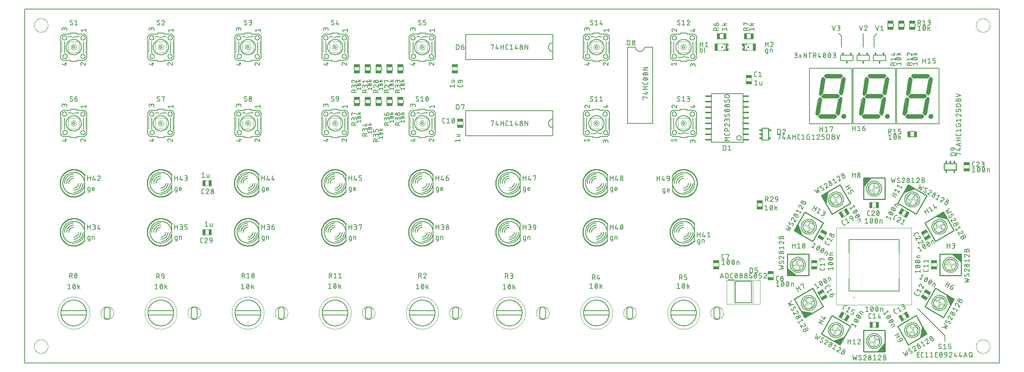
<source format=gto>
G75*
%MOIN*%
%OFA0B0*%
%FSLAX25Y25*%
%IPPOS*%
%LPD*%
%AMOC8*
5,1,8,0,0,1.08239X$1,22.5*
%
%ADD10C,0.00600*%
%ADD11C,0.00000*%
%ADD12C,0.00400*%
%ADD13R,0.02953X0.05709*%
%ADD14R,0.00492X0.01969*%
%ADD15R,0.01280X0.00886*%
%ADD16R,0.00886X0.00492*%
%ADD17R,0.00492X0.01673*%
%ADD18R,0.01378X0.01969*%
%ADD19R,0.00492X0.02362*%
%ADD20R,0.01181X0.06693*%
%ADD21R,0.02756X0.06693*%
%ADD22R,0.01673X0.01280*%
%ADD23R,0.01378X0.01378*%
%ADD24C,0.00800*%
%ADD25C,0.01000*%
%ADD26C,0.01200*%
%ADD27C,0.02400*%
%ADD28R,0.05512X0.02559*%
%ADD29C,0.00500*%
%ADD30R,0.02559X0.05512*%
%ADD31C,0.00200*%
%ADD32C,0.00394*%
%ADD33C,0.00787*%
%ADD34R,0.01800X0.02300*%
%ADD35C,0.00039*%
%ADD36C,0.00295*%
%ADD37R,0.01299X0.02953*%
%ADD38R,0.05300X0.01600*%
%ADD39R,0.05709X0.02953*%
%ADD40C,0.00197*%
%ADD41R,0.02953X0.01299*%
D10*
X0000000Y0000000D02*
X0000000Y0325000D01*
X0895000Y0325000D01*
X0895000Y0000000D01*
X0000000Y0000000D01*
X0039626Y0067886D02*
X0042071Y0067886D01*
X0040849Y0067886D02*
X0040849Y0072286D01*
X0039626Y0071308D01*
X0046571Y0070086D02*
X0046569Y0069969D01*
X0046563Y0069851D01*
X0046554Y0069734D01*
X0046541Y0069617D01*
X0046524Y0069501D01*
X0046503Y0069386D01*
X0046478Y0069271D01*
X0046450Y0069157D01*
X0046418Y0069044D01*
X0046382Y0068932D01*
X0046343Y0068821D01*
X0046300Y0068711D01*
X0046254Y0068603D01*
X0046204Y0068497D01*
X0046204Y0068498D02*
X0046183Y0068443D01*
X0046159Y0068389D01*
X0046131Y0068337D01*
X0046099Y0068287D01*
X0046065Y0068239D01*
X0046027Y0068194D01*
X0045987Y0068151D01*
X0045944Y0068110D01*
X0045898Y0068073D01*
X0045850Y0068039D01*
X0045800Y0068008D01*
X0045748Y0067980D01*
X0045694Y0067955D01*
X0045639Y0067935D01*
X0045582Y0067918D01*
X0045525Y0067904D01*
X0045467Y0067895D01*
X0045408Y0067889D01*
X0045349Y0067887D01*
X0045290Y0067889D01*
X0045231Y0067895D01*
X0045173Y0067904D01*
X0045116Y0067918D01*
X0045059Y0067935D01*
X0045004Y0067955D01*
X0044950Y0067980D01*
X0044898Y0068008D01*
X0044848Y0068039D01*
X0044800Y0068073D01*
X0044754Y0068110D01*
X0044711Y0068151D01*
X0044671Y0068194D01*
X0044633Y0068239D01*
X0044599Y0068287D01*
X0044567Y0068337D01*
X0044539Y0068389D01*
X0044515Y0068443D01*
X0044494Y0068498D01*
X0044371Y0068864D02*
X0046326Y0071308D01*
X0046204Y0071675D02*
X0046183Y0071730D01*
X0046159Y0071784D01*
X0046131Y0071836D01*
X0046099Y0071886D01*
X0046065Y0071934D01*
X0046027Y0071979D01*
X0045987Y0072022D01*
X0045944Y0072063D01*
X0045898Y0072100D01*
X0045850Y0072134D01*
X0045800Y0072165D01*
X0045748Y0072193D01*
X0045694Y0072218D01*
X0045639Y0072238D01*
X0045582Y0072255D01*
X0045525Y0072269D01*
X0045467Y0072278D01*
X0045408Y0072284D01*
X0045349Y0072286D01*
X0045290Y0072284D01*
X0045231Y0072278D01*
X0045173Y0072269D01*
X0045116Y0072255D01*
X0045059Y0072238D01*
X0045004Y0072218D01*
X0044950Y0072193D01*
X0044898Y0072165D01*
X0044848Y0072134D01*
X0044800Y0072100D01*
X0044754Y0072063D01*
X0044711Y0072022D01*
X0044671Y0071979D01*
X0044633Y0071934D01*
X0044599Y0071886D01*
X0044567Y0071836D01*
X0044539Y0071784D01*
X0044515Y0071730D01*
X0044494Y0071675D01*
X0046204Y0071675D02*
X0046254Y0071569D01*
X0046300Y0071461D01*
X0046343Y0071351D01*
X0046382Y0071240D01*
X0046418Y0071128D01*
X0046450Y0071015D01*
X0046478Y0070901D01*
X0046503Y0070786D01*
X0046524Y0070671D01*
X0046541Y0070555D01*
X0046554Y0070438D01*
X0046563Y0070321D01*
X0046569Y0070203D01*
X0046571Y0070086D01*
X0044126Y0070086D02*
X0044128Y0070203D01*
X0044134Y0070321D01*
X0044143Y0070438D01*
X0044156Y0070555D01*
X0044173Y0070671D01*
X0044194Y0070786D01*
X0044219Y0070901D01*
X0044247Y0071015D01*
X0044279Y0071128D01*
X0044315Y0071240D01*
X0044354Y0071351D01*
X0044397Y0071461D01*
X0044443Y0071568D01*
X0044493Y0071675D01*
X0044127Y0070086D02*
X0044129Y0069969D01*
X0044135Y0069851D01*
X0044144Y0069734D01*
X0044157Y0069617D01*
X0044174Y0069501D01*
X0044195Y0069386D01*
X0044220Y0069271D01*
X0044248Y0069157D01*
X0044280Y0069044D01*
X0044316Y0068932D01*
X0044355Y0068821D01*
X0044398Y0068712D01*
X0044444Y0068604D01*
X0044494Y0068497D01*
X0048788Y0067886D02*
X0048788Y0072286D01*
X0050743Y0070819D02*
X0048788Y0069353D01*
X0049643Y0069964D02*
X0050743Y0067886D01*
X0043673Y0077921D02*
X0042695Y0079877D01*
X0042450Y0079877D02*
X0041228Y0079877D01*
X0042450Y0079877D02*
X0042519Y0079879D01*
X0042587Y0079885D01*
X0042655Y0079894D01*
X0042722Y0079908D01*
X0042788Y0079925D01*
X0042854Y0079946D01*
X0042918Y0079970D01*
X0042980Y0079998D01*
X0043041Y0080029D01*
X0043100Y0080064D01*
X0043157Y0080102D01*
X0043212Y0080144D01*
X0043264Y0080188D01*
X0043314Y0080235D01*
X0043361Y0080285D01*
X0043405Y0080337D01*
X0043447Y0080392D01*
X0043485Y0080449D01*
X0043520Y0080508D01*
X0043551Y0080569D01*
X0043579Y0080631D01*
X0043603Y0080695D01*
X0043624Y0080761D01*
X0043641Y0080827D01*
X0043655Y0080894D01*
X0043664Y0080962D01*
X0043670Y0081030D01*
X0043672Y0081099D01*
X0043670Y0081168D01*
X0043664Y0081236D01*
X0043655Y0081304D01*
X0043641Y0081371D01*
X0043624Y0081437D01*
X0043603Y0081503D01*
X0043579Y0081567D01*
X0043551Y0081629D01*
X0043520Y0081690D01*
X0043485Y0081749D01*
X0043447Y0081806D01*
X0043405Y0081861D01*
X0043361Y0081913D01*
X0043314Y0081963D01*
X0043264Y0082010D01*
X0043212Y0082054D01*
X0043157Y0082096D01*
X0043100Y0082134D01*
X0043041Y0082169D01*
X0042980Y0082200D01*
X0042918Y0082228D01*
X0042854Y0082252D01*
X0042788Y0082273D01*
X0042722Y0082290D01*
X0042655Y0082304D01*
X0042587Y0082313D01*
X0042519Y0082319D01*
X0042450Y0082321D01*
X0041228Y0082321D01*
X0041228Y0077921D01*
X0045692Y0079144D02*
X0045694Y0079075D01*
X0045700Y0079007D01*
X0045709Y0078939D01*
X0045723Y0078872D01*
X0045740Y0078806D01*
X0045761Y0078740D01*
X0045785Y0078676D01*
X0045813Y0078614D01*
X0045844Y0078553D01*
X0045879Y0078494D01*
X0045917Y0078437D01*
X0045959Y0078382D01*
X0046003Y0078330D01*
X0046050Y0078280D01*
X0046100Y0078233D01*
X0046152Y0078189D01*
X0046207Y0078147D01*
X0046264Y0078109D01*
X0046323Y0078074D01*
X0046384Y0078043D01*
X0046446Y0078015D01*
X0046510Y0077991D01*
X0046576Y0077970D01*
X0046642Y0077953D01*
X0046709Y0077939D01*
X0046777Y0077930D01*
X0046845Y0077924D01*
X0046914Y0077922D01*
X0046983Y0077924D01*
X0047051Y0077930D01*
X0047119Y0077939D01*
X0047186Y0077953D01*
X0047252Y0077970D01*
X0047318Y0077991D01*
X0047382Y0078015D01*
X0047444Y0078043D01*
X0047505Y0078074D01*
X0047564Y0078109D01*
X0047621Y0078147D01*
X0047676Y0078189D01*
X0047728Y0078233D01*
X0047778Y0078280D01*
X0047825Y0078330D01*
X0047869Y0078382D01*
X0047911Y0078437D01*
X0047949Y0078494D01*
X0047984Y0078553D01*
X0048015Y0078614D01*
X0048043Y0078676D01*
X0048067Y0078740D01*
X0048088Y0078806D01*
X0048105Y0078872D01*
X0048119Y0078939D01*
X0048128Y0079007D01*
X0048134Y0079075D01*
X0048136Y0079144D01*
X0048134Y0079213D01*
X0048128Y0079281D01*
X0048119Y0079349D01*
X0048105Y0079416D01*
X0048088Y0079482D01*
X0048067Y0079548D01*
X0048043Y0079612D01*
X0048015Y0079674D01*
X0047984Y0079735D01*
X0047949Y0079794D01*
X0047911Y0079851D01*
X0047869Y0079906D01*
X0047825Y0079958D01*
X0047778Y0080008D01*
X0047728Y0080055D01*
X0047676Y0080099D01*
X0047621Y0080141D01*
X0047564Y0080179D01*
X0047505Y0080214D01*
X0047444Y0080245D01*
X0047382Y0080273D01*
X0047318Y0080297D01*
X0047252Y0080318D01*
X0047186Y0080335D01*
X0047119Y0080349D01*
X0047051Y0080358D01*
X0046983Y0080364D01*
X0046914Y0080366D01*
X0046845Y0080364D01*
X0046777Y0080358D01*
X0046709Y0080349D01*
X0046642Y0080335D01*
X0046576Y0080318D01*
X0046510Y0080297D01*
X0046446Y0080273D01*
X0046384Y0080245D01*
X0046323Y0080214D01*
X0046264Y0080179D01*
X0046207Y0080141D01*
X0046152Y0080099D01*
X0046100Y0080055D01*
X0046050Y0080008D01*
X0046003Y0079958D01*
X0045959Y0079906D01*
X0045917Y0079851D01*
X0045879Y0079794D01*
X0045844Y0079735D01*
X0045813Y0079674D01*
X0045785Y0079612D01*
X0045761Y0079548D01*
X0045740Y0079482D01*
X0045723Y0079416D01*
X0045709Y0079349D01*
X0045700Y0079281D01*
X0045694Y0079213D01*
X0045692Y0079144D01*
X0045936Y0081344D02*
X0045938Y0081283D01*
X0045944Y0081221D01*
X0045953Y0081161D01*
X0045967Y0081101D01*
X0045984Y0081042D01*
X0046005Y0080984D01*
X0046029Y0080928D01*
X0046057Y0080873D01*
X0046088Y0080820D01*
X0046123Y0080769D01*
X0046160Y0080721D01*
X0046201Y0080675D01*
X0046245Y0080631D01*
X0046291Y0080590D01*
X0046339Y0080553D01*
X0046390Y0080518D01*
X0046443Y0080487D01*
X0046498Y0080459D01*
X0046554Y0080435D01*
X0046612Y0080414D01*
X0046671Y0080397D01*
X0046731Y0080383D01*
X0046791Y0080374D01*
X0046853Y0080368D01*
X0046914Y0080366D01*
X0046975Y0080368D01*
X0047037Y0080374D01*
X0047097Y0080383D01*
X0047157Y0080397D01*
X0047216Y0080414D01*
X0047274Y0080435D01*
X0047330Y0080459D01*
X0047385Y0080487D01*
X0047438Y0080518D01*
X0047489Y0080553D01*
X0047537Y0080590D01*
X0047583Y0080631D01*
X0047627Y0080675D01*
X0047668Y0080721D01*
X0047705Y0080769D01*
X0047740Y0080820D01*
X0047771Y0080873D01*
X0047799Y0080928D01*
X0047823Y0080984D01*
X0047844Y0081042D01*
X0047861Y0081101D01*
X0047875Y0081161D01*
X0047884Y0081221D01*
X0047890Y0081283D01*
X0047892Y0081344D01*
X0047890Y0081405D01*
X0047884Y0081467D01*
X0047875Y0081527D01*
X0047861Y0081587D01*
X0047844Y0081646D01*
X0047823Y0081704D01*
X0047799Y0081760D01*
X0047771Y0081815D01*
X0047740Y0081868D01*
X0047705Y0081919D01*
X0047668Y0081967D01*
X0047627Y0082013D01*
X0047583Y0082057D01*
X0047537Y0082098D01*
X0047489Y0082135D01*
X0047438Y0082170D01*
X0047385Y0082201D01*
X0047330Y0082229D01*
X0047274Y0082253D01*
X0047216Y0082274D01*
X0047157Y0082291D01*
X0047097Y0082305D01*
X0047037Y0082314D01*
X0046975Y0082320D01*
X0046914Y0082322D01*
X0046853Y0082320D01*
X0046791Y0082314D01*
X0046731Y0082305D01*
X0046671Y0082291D01*
X0046612Y0082274D01*
X0046554Y0082253D01*
X0046498Y0082229D01*
X0046443Y0082201D01*
X0046390Y0082170D01*
X0046339Y0082135D01*
X0046291Y0082098D01*
X0046245Y0082057D01*
X0046201Y0082013D01*
X0046160Y0081967D01*
X0046123Y0081919D01*
X0046088Y0081868D01*
X0046057Y0081815D01*
X0046029Y0081760D01*
X0046005Y0081704D01*
X0045984Y0081646D01*
X0045967Y0081587D01*
X0045953Y0081527D01*
X0045944Y0081467D01*
X0045938Y0081405D01*
X0045936Y0081344D01*
X0058144Y0111733D02*
X0059122Y0111733D01*
X0059122Y0111734D02*
X0059174Y0111736D01*
X0059226Y0111741D01*
X0059278Y0111751D01*
X0059329Y0111764D01*
X0059378Y0111780D01*
X0059427Y0111800D01*
X0059473Y0111824D01*
X0059518Y0111850D01*
X0059561Y0111880D01*
X0059602Y0111913D01*
X0059640Y0111949D01*
X0059676Y0111987D01*
X0059709Y0112028D01*
X0059739Y0112071D01*
X0059765Y0112116D01*
X0059789Y0112163D01*
X0059809Y0112211D01*
X0059825Y0112260D01*
X0059838Y0112311D01*
X0059848Y0112363D01*
X0059853Y0112415D01*
X0059855Y0112467D01*
X0059856Y0112467D02*
X0059856Y0116133D01*
X0058633Y0116133D01*
X0058581Y0116131D01*
X0058529Y0116126D01*
X0058477Y0116116D01*
X0058426Y0116103D01*
X0058377Y0116087D01*
X0058329Y0116067D01*
X0058282Y0116043D01*
X0058237Y0116017D01*
X0058194Y0115987D01*
X0058153Y0115954D01*
X0058115Y0115918D01*
X0058079Y0115880D01*
X0058046Y0115839D01*
X0058016Y0115796D01*
X0057990Y0115751D01*
X0057966Y0115705D01*
X0057946Y0115656D01*
X0057930Y0115607D01*
X0057917Y0115556D01*
X0057907Y0115504D01*
X0057902Y0115452D01*
X0057900Y0115400D01*
X0057900Y0113933D01*
X0057902Y0113881D01*
X0057907Y0113829D01*
X0057917Y0113777D01*
X0057930Y0113726D01*
X0057946Y0113677D01*
X0057966Y0113629D01*
X0057990Y0113582D01*
X0058016Y0113537D01*
X0058046Y0113494D01*
X0058079Y0113453D01*
X0058115Y0113415D01*
X0058153Y0113379D01*
X0058194Y0113346D01*
X0058237Y0113316D01*
X0058282Y0113290D01*
X0058329Y0113266D01*
X0058377Y0113246D01*
X0058426Y0113230D01*
X0058477Y0113217D01*
X0058529Y0113207D01*
X0058581Y0113202D01*
X0058633Y0113200D01*
X0059856Y0113200D01*
X0062129Y0113200D02*
X0062129Y0116133D01*
X0063351Y0116133D01*
X0063403Y0116131D01*
X0063455Y0116126D01*
X0063507Y0116116D01*
X0063558Y0116103D01*
X0063607Y0116087D01*
X0063655Y0116067D01*
X0063702Y0116043D01*
X0063747Y0116017D01*
X0063790Y0115987D01*
X0063831Y0115954D01*
X0063869Y0115918D01*
X0063905Y0115880D01*
X0063938Y0115839D01*
X0063968Y0115796D01*
X0063994Y0115751D01*
X0064018Y0115704D01*
X0064038Y0115656D01*
X0064054Y0115607D01*
X0064067Y0115556D01*
X0064077Y0115504D01*
X0064082Y0115452D01*
X0064084Y0115400D01*
X0064085Y0115400D02*
X0064085Y0113200D01*
X0035000Y0120000D02*
X0035003Y0120245D01*
X0035012Y0120491D01*
X0035027Y0120736D01*
X0035048Y0120980D01*
X0035075Y0121224D01*
X0035108Y0121467D01*
X0035147Y0121710D01*
X0035192Y0121951D01*
X0035243Y0122191D01*
X0035300Y0122430D01*
X0035362Y0122667D01*
X0035431Y0122903D01*
X0035505Y0123137D01*
X0035585Y0123369D01*
X0035670Y0123599D01*
X0035761Y0123827D01*
X0035858Y0124052D01*
X0035960Y0124276D01*
X0036068Y0124496D01*
X0036181Y0124714D01*
X0036299Y0124929D01*
X0036423Y0125141D01*
X0036551Y0125350D01*
X0036685Y0125556D01*
X0036824Y0125758D01*
X0036968Y0125957D01*
X0037117Y0126152D01*
X0037270Y0126344D01*
X0037428Y0126532D01*
X0037590Y0126716D01*
X0037758Y0126895D01*
X0037929Y0127071D01*
X0038105Y0127242D01*
X0038284Y0127410D01*
X0038468Y0127572D01*
X0038656Y0127730D01*
X0038848Y0127883D01*
X0039043Y0128032D01*
X0039242Y0128176D01*
X0039444Y0128315D01*
X0039650Y0128449D01*
X0039859Y0128577D01*
X0040071Y0128701D01*
X0040286Y0128819D01*
X0040504Y0128932D01*
X0040724Y0129040D01*
X0040948Y0129142D01*
X0041173Y0129239D01*
X0041401Y0129330D01*
X0041631Y0129415D01*
X0041863Y0129495D01*
X0042097Y0129569D01*
X0042333Y0129638D01*
X0042570Y0129700D01*
X0042809Y0129757D01*
X0043049Y0129808D01*
X0043290Y0129853D01*
X0043533Y0129892D01*
X0043776Y0129925D01*
X0044020Y0129952D01*
X0044264Y0129973D01*
X0044509Y0129988D01*
X0044755Y0129997D01*
X0045000Y0130000D01*
X0045245Y0129997D01*
X0045491Y0129988D01*
X0045736Y0129973D01*
X0045980Y0129952D01*
X0046224Y0129925D01*
X0046467Y0129892D01*
X0046710Y0129853D01*
X0046951Y0129808D01*
X0047191Y0129757D01*
X0047430Y0129700D01*
X0047667Y0129638D01*
X0047903Y0129569D01*
X0048137Y0129495D01*
X0048369Y0129415D01*
X0048599Y0129330D01*
X0048827Y0129239D01*
X0049052Y0129142D01*
X0049276Y0129040D01*
X0049496Y0128932D01*
X0049714Y0128819D01*
X0049929Y0128701D01*
X0050141Y0128577D01*
X0050350Y0128449D01*
X0050556Y0128315D01*
X0050758Y0128176D01*
X0050957Y0128032D01*
X0051152Y0127883D01*
X0051344Y0127730D01*
X0051532Y0127572D01*
X0051716Y0127410D01*
X0051895Y0127242D01*
X0052071Y0127071D01*
X0052242Y0126895D01*
X0052410Y0126716D01*
X0052572Y0126532D01*
X0052730Y0126344D01*
X0052883Y0126152D01*
X0053032Y0125957D01*
X0053176Y0125758D01*
X0053315Y0125556D01*
X0053449Y0125350D01*
X0053577Y0125141D01*
X0053701Y0124929D01*
X0053819Y0124714D01*
X0053932Y0124496D01*
X0054040Y0124276D01*
X0054142Y0124052D01*
X0054239Y0123827D01*
X0054330Y0123599D01*
X0054415Y0123369D01*
X0054495Y0123137D01*
X0054569Y0122903D01*
X0054638Y0122667D01*
X0054700Y0122430D01*
X0054757Y0122191D01*
X0054808Y0121951D01*
X0054853Y0121710D01*
X0054892Y0121467D01*
X0054925Y0121224D01*
X0054952Y0120980D01*
X0054973Y0120736D01*
X0054988Y0120491D01*
X0054997Y0120245D01*
X0055000Y0120000D01*
X0054997Y0119755D01*
X0054988Y0119509D01*
X0054973Y0119264D01*
X0054952Y0119020D01*
X0054925Y0118776D01*
X0054892Y0118533D01*
X0054853Y0118290D01*
X0054808Y0118049D01*
X0054757Y0117809D01*
X0054700Y0117570D01*
X0054638Y0117333D01*
X0054569Y0117097D01*
X0054495Y0116863D01*
X0054415Y0116631D01*
X0054330Y0116401D01*
X0054239Y0116173D01*
X0054142Y0115948D01*
X0054040Y0115724D01*
X0053932Y0115504D01*
X0053819Y0115286D01*
X0053701Y0115071D01*
X0053577Y0114859D01*
X0053449Y0114650D01*
X0053315Y0114444D01*
X0053176Y0114242D01*
X0053032Y0114043D01*
X0052883Y0113848D01*
X0052730Y0113656D01*
X0052572Y0113468D01*
X0052410Y0113284D01*
X0052242Y0113105D01*
X0052071Y0112929D01*
X0051895Y0112758D01*
X0051716Y0112590D01*
X0051532Y0112428D01*
X0051344Y0112270D01*
X0051152Y0112117D01*
X0050957Y0111968D01*
X0050758Y0111824D01*
X0050556Y0111685D01*
X0050350Y0111551D01*
X0050141Y0111423D01*
X0049929Y0111299D01*
X0049714Y0111181D01*
X0049496Y0111068D01*
X0049276Y0110960D01*
X0049052Y0110858D01*
X0048827Y0110761D01*
X0048599Y0110670D01*
X0048369Y0110585D01*
X0048137Y0110505D01*
X0047903Y0110431D01*
X0047667Y0110362D01*
X0047430Y0110300D01*
X0047191Y0110243D01*
X0046951Y0110192D01*
X0046710Y0110147D01*
X0046467Y0110108D01*
X0046224Y0110075D01*
X0045980Y0110048D01*
X0045736Y0110027D01*
X0045491Y0110012D01*
X0045245Y0110003D01*
X0045000Y0110000D01*
X0044755Y0110003D01*
X0044509Y0110012D01*
X0044264Y0110027D01*
X0044020Y0110048D01*
X0043776Y0110075D01*
X0043533Y0110108D01*
X0043290Y0110147D01*
X0043049Y0110192D01*
X0042809Y0110243D01*
X0042570Y0110300D01*
X0042333Y0110362D01*
X0042097Y0110431D01*
X0041863Y0110505D01*
X0041631Y0110585D01*
X0041401Y0110670D01*
X0041173Y0110761D01*
X0040948Y0110858D01*
X0040724Y0110960D01*
X0040504Y0111068D01*
X0040286Y0111181D01*
X0040071Y0111299D01*
X0039859Y0111423D01*
X0039650Y0111551D01*
X0039444Y0111685D01*
X0039242Y0111824D01*
X0039043Y0111968D01*
X0038848Y0112117D01*
X0038656Y0112270D01*
X0038468Y0112428D01*
X0038284Y0112590D01*
X0038105Y0112758D01*
X0037929Y0112929D01*
X0037758Y0113105D01*
X0037590Y0113284D01*
X0037428Y0113468D01*
X0037270Y0113656D01*
X0037117Y0113848D01*
X0036968Y0114043D01*
X0036824Y0114242D01*
X0036685Y0114444D01*
X0036551Y0114650D01*
X0036423Y0114859D01*
X0036299Y0115071D01*
X0036181Y0115286D01*
X0036068Y0115504D01*
X0035960Y0115724D01*
X0035858Y0115948D01*
X0035761Y0116173D01*
X0035670Y0116401D01*
X0035585Y0116631D01*
X0035505Y0116863D01*
X0035431Y0117097D01*
X0035362Y0117333D01*
X0035300Y0117570D01*
X0035243Y0117809D01*
X0035192Y0118049D01*
X0035147Y0118290D01*
X0035108Y0118533D01*
X0035075Y0118776D01*
X0035048Y0119020D01*
X0035027Y0119264D01*
X0035012Y0119509D01*
X0035003Y0119755D01*
X0035000Y0120000D01*
X0045000Y0111500D02*
X0045205Y0111502D01*
X0045411Y0111510D01*
X0045616Y0111522D01*
X0045820Y0111540D01*
X0046025Y0111562D01*
X0046228Y0111589D01*
X0046431Y0111621D01*
X0046633Y0111658D01*
X0046834Y0111700D01*
X0047034Y0111747D01*
X0047233Y0111799D01*
X0047431Y0111855D01*
X0047627Y0111916D01*
X0047821Y0111982D01*
X0048014Y0112052D01*
X0048205Y0112128D01*
X0048395Y0112207D01*
X0048582Y0112292D01*
X0048767Y0112380D01*
X0048950Y0112474D01*
X0049131Y0112571D01*
X0049309Y0112673D01*
X0049485Y0112780D01*
X0049658Y0112890D01*
X0049829Y0113005D01*
X0049996Y0113123D01*
X0050161Y0113246D01*
X0050323Y0113373D01*
X0050481Y0113503D01*
X0050637Y0113638D01*
X0050789Y0113776D01*
X0050937Y0113917D01*
X0051083Y0114063D01*
X0051224Y0114211D01*
X0051362Y0114363D01*
X0051497Y0114519D01*
X0051627Y0114677D01*
X0051754Y0114839D01*
X0051877Y0115004D01*
X0051995Y0115171D01*
X0052110Y0115342D01*
X0052220Y0115515D01*
X0052327Y0115691D01*
X0052429Y0115869D01*
X0052526Y0116050D01*
X0052620Y0116233D01*
X0052708Y0116418D01*
X0052793Y0116605D01*
X0052872Y0116795D01*
X0052948Y0116986D01*
X0053018Y0117179D01*
X0053084Y0117373D01*
X0053145Y0117569D01*
X0053201Y0117767D01*
X0053253Y0117966D01*
X0053300Y0118166D01*
X0053342Y0118367D01*
X0053379Y0118569D01*
X0053411Y0118772D01*
X0053438Y0118975D01*
X0053460Y0119180D01*
X0053478Y0119384D01*
X0053490Y0119589D01*
X0053498Y0119795D01*
X0053500Y0120000D01*
X0057800Y0122400D02*
X0057800Y0126800D01*
X0057800Y0124844D02*
X0060244Y0124844D01*
X0060244Y0126800D02*
X0060244Y0122400D01*
X0062450Y0122400D02*
X0063672Y0122400D01*
X0063741Y0122402D01*
X0063809Y0122408D01*
X0063877Y0122417D01*
X0063944Y0122431D01*
X0064010Y0122448D01*
X0064076Y0122469D01*
X0064140Y0122493D01*
X0064202Y0122521D01*
X0064263Y0122552D01*
X0064322Y0122587D01*
X0064379Y0122625D01*
X0064434Y0122667D01*
X0064486Y0122711D01*
X0064536Y0122758D01*
X0064583Y0122808D01*
X0064627Y0122860D01*
X0064669Y0122915D01*
X0064707Y0122972D01*
X0064742Y0123031D01*
X0064773Y0123092D01*
X0064801Y0123154D01*
X0064825Y0123218D01*
X0064846Y0123284D01*
X0064863Y0123350D01*
X0064877Y0123417D01*
X0064886Y0123485D01*
X0064892Y0123553D01*
X0064894Y0123622D01*
X0064892Y0123691D01*
X0064886Y0123759D01*
X0064877Y0123827D01*
X0064863Y0123894D01*
X0064846Y0123960D01*
X0064825Y0124026D01*
X0064801Y0124090D01*
X0064773Y0124152D01*
X0064742Y0124213D01*
X0064707Y0124272D01*
X0064669Y0124329D01*
X0064627Y0124384D01*
X0064583Y0124436D01*
X0064536Y0124486D01*
X0064486Y0124533D01*
X0064434Y0124577D01*
X0064379Y0124619D01*
X0064322Y0124657D01*
X0064263Y0124692D01*
X0064202Y0124723D01*
X0064140Y0124751D01*
X0064076Y0124775D01*
X0064010Y0124796D01*
X0063944Y0124813D01*
X0063877Y0124827D01*
X0063809Y0124836D01*
X0063741Y0124842D01*
X0063672Y0124844D01*
X0063917Y0124844D02*
X0062939Y0124844D01*
X0063917Y0124844D02*
X0063978Y0124846D01*
X0064040Y0124852D01*
X0064100Y0124861D01*
X0064160Y0124875D01*
X0064219Y0124892D01*
X0064277Y0124913D01*
X0064333Y0124937D01*
X0064388Y0124965D01*
X0064441Y0124996D01*
X0064492Y0125031D01*
X0064540Y0125068D01*
X0064586Y0125109D01*
X0064630Y0125153D01*
X0064671Y0125199D01*
X0064708Y0125247D01*
X0064743Y0125298D01*
X0064774Y0125351D01*
X0064802Y0125406D01*
X0064826Y0125462D01*
X0064847Y0125520D01*
X0064864Y0125579D01*
X0064878Y0125639D01*
X0064887Y0125699D01*
X0064893Y0125761D01*
X0064895Y0125822D01*
X0064893Y0125883D01*
X0064887Y0125945D01*
X0064878Y0126005D01*
X0064864Y0126065D01*
X0064847Y0126124D01*
X0064826Y0126182D01*
X0064802Y0126238D01*
X0064774Y0126293D01*
X0064743Y0126346D01*
X0064708Y0126397D01*
X0064671Y0126445D01*
X0064630Y0126491D01*
X0064586Y0126535D01*
X0064540Y0126576D01*
X0064492Y0126613D01*
X0064441Y0126648D01*
X0064388Y0126679D01*
X0064333Y0126707D01*
X0064277Y0126731D01*
X0064219Y0126752D01*
X0064160Y0126769D01*
X0064100Y0126783D01*
X0064040Y0126792D01*
X0063978Y0126798D01*
X0063917Y0126800D01*
X0062450Y0126800D01*
X0067928Y0126800D02*
X0066950Y0123378D01*
X0069394Y0123378D01*
X0068661Y0124356D02*
X0068661Y0122400D01*
X0045000Y0128500D02*
X0044795Y0128498D01*
X0044589Y0128490D01*
X0044384Y0128478D01*
X0044180Y0128460D01*
X0043975Y0128438D01*
X0043772Y0128411D01*
X0043569Y0128379D01*
X0043367Y0128342D01*
X0043166Y0128300D01*
X0042966Y0128253D01*
X0042767Y0128201D01*
X0042569Y0128145D01*
X0042373Y0128084D01*
X0042179Y0128018D01*
X0041986Y0127948D01*
X0041795Y0127872D01*
X0041605Y0127793D01*
X0041418Y0127708D01*
X0041233Y0127620D01*
X0041050Y0127526D01*
X0040869Y0127429D01*
X0040691Y0127327D01*
X0040515Y0127220D01*
X0040342Y0127110D01*
X0040171Y0126995D01*
X0040004Y0126877D01*
X0039839Y0126754D01*
X0039677Y0126627D01*
X0039519Y0126497D01*
X0039363Y0126362D01*
X0039211Y0126224D01*
X0039063Y0126083D01*
X0038917Y0125937D01*
X0038776Y0125789D01*
X0038638Y0125637D01*
X0038503Y0125481D01*
X0038373Y0125323D01*
X0038246Y0125161D01*
X0038123Y0124996D01*
X0038005Y0124829D01*
X0037890Y0124658D01*
X0037780Y0124485D01*
X0037673Y0124309D01*
X0037571Y0124131D01*
X0037474Y0123950D01*
X0037380Y0123767D01*
X0037292Y0123582D01*
X0037207Y0123395D01*
X0037128Y0123205D01*
X0037052Y0123014D01*
X0036982Y0122821D01*
X0036916Y0122627D01*
X0036855Y0122431D01*
X0036799Y0122233D01*
X0036747Y0122034D01*
X0036700Y0121834D01*
X0036658Y0121633D01*
X0036621Y0121431D01*
X0036589Y0121228D01*
X0036562Y0121025D01*
X0036540Y0120820D01*
X0036522Y0120616D01*
X0036510Y0120411D01*
X0036502Y0120205D01*
X0036500Y0120000D01*
X0045000Y0113500D02*
X0045160Y0113502D01*
X0045319Y0113508D01*
X0045478Y0113518D01*
X0045637Y0113531D01*
X0045796Y0113549D01*
X0045954Y0113570D01*
X0046111Y0113596D01*
X0046268Y0113625D01*
X0046424Y0113658D01*
X0046579Y0113695D01*
X0046734Y0113735D01*
X0046887Y0113780D01*
X0047039Y0113828D01*
X0047190Y0113880D01*
X0047339Y0113936D01*
X0047487Y0113995D01*
X0047634Y0114058D01*
X0047779Y0114124D01*
X0047922Y0114194D01*
X0048064Y0114268D01*
X0048204Y0114344D01*
X0048342Y0114425D01*
X0048477Y0114508D01*
X0048611Y0114595D01*
X0048743Y0114686D01*
X0048872Y0114779D01*
X0048999Y0114876D01*
X0049124Y0114975D01*
X0049246Y0115078D01*
X0049365Y0115184D01*
X0049482Y0115292D01*
X0049596Y0115404D01*
X0049708Y0115518D01*
X0049816Y0115635D01*
X0049922Y0115754D01*
X0050025Y0115876D01*
X0050124Y0116001D01*
X0050221Y0116128D01*
X0050314Y0116257D01*
X0050405Y0116389D01*
X0050492Y0116523D01*
X0050575Y0116658D01*
X0050656Y0116796D01*
X0050732Y0116936D01*
X0050806Y0117078D01*
X0050876Y0117221D01*
X0050942Y0117366D01*
X0051005Y0117513D01*
X0051064Y0117661D01*
X0051120Y0117810D01*
X0051172Y0117961D01*
X0051220Y0118113D01*
X0051265Y0118266D01*
X0051305Y0118421D01*
X0051342Y0118576D01*
X0051375Y0118732D01*
X0051404Y0118889D01*
X0051430Y0119046D01*
X0051451Y0119204D01*
X0051469Y0119363D01*
X0051482Y0119522D01*
X0051492Y0119681D01*
X0051498Y0119840D01*
X0051500Y0120000D01*
X0045000Y0126500D02*
X0044840Y0126498D01*
X0044681Y0126492D01*
X0044522Y0126482D01*
X0044363Y0126469D01*
X0044204Y0126451D01*
X0044046Y0126430D01*
X0043889Y0126404D01*
X0043732Y0126375D01*
X0043576Y0126342D01*
X0043421Y0126305D01*
X0043266Y0126265D01*
X0043113Y0126220D01*
X0042961Y0126172D01*
X0042810Y0126120D01*
X0042661Y0126064D01*
X0042513Y0126005D01*
X0042366Y0125942D01*
X0042221Y0125876D01*
X0042078Y0125806D01*
X0041936Y0125732D01*
X0041796Y0125656D01*
X0041658Y0125575D01*
X0041523Y0125492D01*
X0041389Y0125405D01*
X0041257Y0125314D01*
X0041128Y0125221D01*
X0041001Y0125124D01*
X0040876Y0125025D01*
X0040754Y0124922D01*
X0040635Y0124816D01*
X0040518Y0124708D01*
X0040404Y0124596D01*
X0040292Y0124482D01*
X0040184Y0124365D01*
X0040078Y0124246D01*
X0039975Y0124124D01*
X0039876Y0123999D01*
X0039779Y0123872D01*
X0039686Y0123743D01*
X0039595Y0123611D01*
X0039508Y0123477D01*
X0039425Y0123342D01*
X0039344Y0123204D01*
X0039268Y0123064D01*
X0039194Y0122922D01*
X0039124Y0122779D01*
X0039058Y0122634D01*
X0038995Y0122487D01*
X0038936Y0122339D01*
X0038880Y0122190D01*
X0038828Y0122039D01*
X0038780Y0121887D01*
X0038735Y0121734D01*
X0038695Y0121579D01*
X0038658Y0121424D01*
X0038625Y0121268D01*
X0038596Y0121111D01*
X0038570Y0120954D01*
X0038549Y0120796D01*
X0038531Y0120637D01*
X0038518Y0120478D01*
X0038508Y0120319D01*
X0038502Y0120160D01*
X0038500Y0120000D01*
X0045000Y0115500D02*
X0045133Y0115502D01*
X0045267Y0115508D01*
X0045400Y0115518D01*
X0045532Y0115532D01*
X0045664Y0115549D01*
X0045796Y0115571D01*
X0045927Y0115596D01*
X0046057Y0115626D01*
X0046186Y0115659D01*
X0046314Y0115696D01*
X0046441Y0115737D01*
X0046567Y0115782D01*
X0046691Y0115830D01*
X0046814Y0115882D01*
X0046935Y0115937D01*
X0047055Y0115997D01*
X0047173Y0116059D01*
X0047288Y0116125D01*
X0047402Y0116195D01*
X0047514Y0116268D01*
X0047623Y0116344D01*
X0047731Y0116423D01*
X0047835Y0116506D01*
X0047938Y0116591D01*
X0048037Y0116680D01*
X0048134Y0116771D01*
X0048229Y0116866D01*
X0048320Y0116963D01*
X0048409Y0117062D01*
X0048494Y0117165D01*
X0048577Y0117269D01*
X0048656Y0117377D01*
X0048732Y0117486D01*
X0048805Y0117598D01*
X0048875Y0117712D01*
X0048941Y0117827D01*
X0049003Y0117945D01*
X0049063Y0118065D01*
X0049118Y0118186D01*
X0049170Y0118309D01*
X0049218Y0118433D01*
X0049263Y0118559D01*
X0049304Y0118686D01*
X0049341Y0118814D01*
X0049374Y0118943D01*
X0049404Y0119073D01*
X0049429Y0119204D01*
X0049451Y0119336D01*
X0049468Y0119468D01*
X0049482Y0119600D01*
X0049492Y0119733D01*
X0049498Y0119867D01*
X0049500Y0120000D01*
X0045000Y0124500D02*
X0044867Y0124498D01*
X0044733Y0124492D01*
X0044600Y0124482D01*
X0044468Y0124468D01*
X0044336Y0124451D01*
X0044204Y0124429D01*
X0044073Y0124404D01*
X0043943Y0124374D01*
X0043814Y0124341D01*
X0043686Y0124304D01*
X0043559Y0124263D01*
X0043433Y0124218D01*
X0043309Y0124170D01*
X0043186Y0124118D01*
X0043065Y0124063D01*
X0042945Y0124003D01*
X0042827Y0123941D01*
X0042712Y0123875D01*
X0042598Y0123805D01*
X0042486Y0123732D01*
X0042377Y0123656D01*
X0042269Y0123577D01*
X0042165Y0123494D01*
X0042062Y0123409D01*
X0041963Y0123320D01*
X0041866Y0123229D01*
X0041771Y0123134D01*
X0041680Y0123037D01*
X0041591Y0122938D01*
X0041506Y0122835D01*
X0041423Y0122731D01*
X0041344Y0122623D01*
X0041268Y0122514D01*
X0041195Y0122402D01*
X0041125Y0122288D01*
X0041059Y0122173D01*
X0040997Y0122055D01*
X0040937Y0121935D01*
X0040882Y0121814D01*
X0040830Y0121691D01*
X0040782Y0121567D01*
X0040737Y0121441D01*
X0040696Y0121314D01*
X0040659Y0121186D01*
X0040626Y0121057D01*
X0040596Y0120927D01*
X0040571Y0120796D01*
X0040549Y0120664D01*
X0040532Y0120532D01*
X0040518Y0120400D01*
X0040508Y0120267D01*
X0040502Y0120133D01*
X0040500Y0120000D01*
X0058144Y0156733D02*
X0059122Y0156733D01*
X0059122Y0156734D02*
X0059174Y0156736D01*
X0059226Y0156741D01*
X0059278Y0156751D01*
X0059329Y0156764D01*
X0059378Y0156780D01*
X0059427Y0156800D01*
X0059473Y0156824D01*
X0059518Y0156850D01*
X0059561Y0156880D01*
X0059602Y0156913D01*
X0059640Y0156949D01*
X0059676Y0156987D01*
X0059709Y0157028D01*
X0059739Y0157071D01*
X0059765Y0157116D01*
X0059789Y0157163D01*
X0059809Y0157211D01*
X0059825Y0157260D01*
X0059838Y0157311D01*
X0059848Y0157363D01*
X0059853Y0157415D01*
X0059855Y0157467D01*
X0059856Y0157467D02*
X0059856Y0161133D01*
X0058633Y0161133D01*
X0058581Y0161131D01*
X0058529Y0161126D01*
X0058477Y0161116D01*
X0058426Y0161103D01*
X0058377Y0161087D01*
X0058329Y0161067D01*
X0058282Y0161043D01*
X0058237Y0161017D01*
X0058194Y0160987D01*
X0058153Y0160954D01*
X0058115Y0160918D01*
X0058079Y0160880D01*
X0058046Y0160839D01*
X0058016Y0160796D01*
X0057990Y0160751D01*
X0057966Y0160705D01*
X0057946Y0160656D01*
X0057930Y0160607D01*
X0057917Y0160556D01*
X0057907Y0160504D01*
X0057902Y0160452D01*
X0057900Y0160400D01*
X0057900Y0158933D01*
X0057902Y0158881D01*
X0057907Y0158829D01*
X0057917Y0158777D01*
X0057930Y0158726D01*
X0057946Y0158677D01*
X0057966Y0158629D01*
X0057990Y0158582D01*
X0058016Y0158537D01*
X0058046Y0158494D01*
X0058079Y0158453D01*
X0058115Y0158415D01*
X0058153Y0158379D01*
X0058194Y0158346D01*
X0058237Y0158316D01*
X0058282Y0158290D01*
X0058329Y0158266D01*
X0058377Y0158246D01*
X0058426Y0158230D01*
X0058477Y0158217D01*
X0058529Y0158207D01*
X0058581Y0158202D01*
X0058633Y0158200D01*
X0059856Y0158200D01*
X0061979Y0158933D02*
X0061979Y0160156D01*
X0061979Y0159667D02*
X0063935Y0159667D01*
X0063935Y0160156D01*
X0063933Y0160217D01*
X0063927Y0160279D01*
X0063918Y0160339D01*
X0063904Y0160399D01*
X0063887Y0160458D01*
X0063866Y0160516D01*
X0063842Y0160572D01*
X0063814Y0160627D01*
X0063783Y0160680D01*
X0063748Y0160731D01*
X0063711Y0160779D01*
X0063670Y0160825D01*
X0063626Y0160869D01*
X0063580Y0160910D01*
X0063532Y0160947D01*
X0063481Y0160982D01*
X0063428Y0161013D01*
X0063373Y0161041D01*
X0063317Y0161065D01*
X0063259Y0161086D01*
X0063200Y0161103D01*
X0063140Y0161117D01*
X0063080Y0161126D01*
X0063018Y0161132D01*
X0062957Y0161134D01*
X0062896Y0161132D01*
X0062834Y0161126D01*
X0062774Y0161117D01*
X0062714Y0161103D01*
X0062655Y0161086D01*
X0062597Y0161065D01*
X0062541Y0161041D01*
X0062486Y0161013D01*
X0062433Y0160982D01*
X0062382Y0160947D01*
X0062334Y0160910D01*
X0062288Y0160869D01*
X0062244Y0160825D01*
X0062203Y0160779D01*
X0062166Y0160731D01*
X0062131Y0160680D01*
X0062100Y0160627D01*
X0062072Y0160572D01*
X0062048Y0160516D01*
X0062027Y0160458D01*
X0062010Y0160399D01*
X0061996Y0160339D01*
X0061987Y0160279D01*
X0061981Y0160217D01*
X0061979Y0160156D01*
X0061979Y0158933D02*
X0061981Y0158881D01*
X0061986Y0158829D01*
X0061996Y0158777D01*
X0062009Y0158726D01*
X0062025Y0158677D01*
X0062045Y0158629D01*
X0062069Y0158582D01*
X0062095Y0158537D01*
X0062125Y0158494D01*
X0062158Y0158453D01*
X0062194Y0158415D01*
X0062232Y0158379D01*
X0062273Y0158346D01*
X0062316Y0158316D01*
X0062361Y0158290D01*
X0062408Y0158266D01*
X0062456Y0158246D01*
X0062505Y0158230D01*
X0062556Y0158217D01*
X0062608Y0158207D01*
X0062660Y0158202D01*
X0062712Y0158200D01*
X0063935Y0158200D01*
X0064161Y0167400D02*
X0064161Y0169356D01*
X0064894Y0168378D02*
X0062450Y0168378D01*
X0063428Y0171800D01*
X0060244Y0171800D02*
X0060244Y0167400D01*
X0057800Y0167400D02*
X0057800Y0171800D01*
X0057800Y0169844D02*
X0060244Y0169844D01*
X0066950Y0167400D02*
X0069394Y0167400D01*
X0066950Y0167400D02*
X0069028Y0169844D01*
X0068294Y0171800D02*
X0068220Y0171798D01*
X0068146Y0171792D01*
X0068073Y0171783D01*
X0068000Y0171769D01*
X0067928Y0171752D01*
X0067857Y0171731D01*
X0067787Y0171706D01*
X0067719Y0171678D01*
X0067652Y0171646D01*
X0067587Y0171610D01*
X0067524Y0171572D01*
X0067463Y0171530D01*
X0067404Y0171485D01*
X0067348Y0171437D01*
X0067294Y0171386D01*
X0067243Y0171332D01*
X0067195Y0171275D01*
X0067150Y0171217D01*
X0067108Y0171156D01*
X0067070Y0171093D01*
X0067034Y0171027D01*
X0067003Y0170961D01*
X0066974Y0170892D01*
X0066950Y0170822D01*
X0069027Y0169845D02*
X0069076Y0169893D01*
X0069121Y0169945D01*
X0069163Y0169998D01*
X0069202Y0170054D01*
X0069238Y0170113D01*
X0069270Y0170173D01*
X0069299Y0170235D01*
X0069324Y0170298D01*
X0069345Y0170363D01*
X0069363Y0170429D01*
X0069376Y0170496D01*
X0069386Y0170564D01*
X0069392Y0170632D01*
X0069394Y0170700D01*
X0069392Y0170764D01*
X0069387Y0170828D01*
X0069377Y0170891D01*
X0069364Y0170954D01*
X0069348Y0171015D01*
X0069328Y0171076D01*
X0069304Y0171136D01*
X0069277Y0171194D01*
X0069247Y0171250D01*
X0069213Y0171304D01*
X0069176Y0171357D01*
X0069137Y0171407D01*
X0069094Y0171455D01*
X0069049Y0171500D01*
X0069001Y0171543D01*
X0068951Y0171582D01*
X0068898Y0171619D01*
X0068844Y0171653D01*
X0068788Y0171683D01*
X0068730Y0171710D01*
X0068670Y0171734D01*
X0068609Y0171754D01*
X0068548Y0171770D01*
X0068485Y0171783D01*
X0068422Y0171793D01*
X0068358Y0171798D01*
X0068294Y0171800D01*
X0035000Y0165000D02*
X0035003Y0165245D01*
X0035012Y0165491D01*
X0035027Y0165736D01*
X0035048Y0165980D01*
X0035075Y0166224D01*
X0035108Y0166467D01*
X0035147Y0166710D01*
X0035192Y0166951D01*
X0035243Y0167191D01*
X0035300Y0167430D01*
X0035362Y0167667D01*
X0035431Y0167903D01*
X0035505Y0168137D01*
X0035585Y0168369D01*
X0035670Y0168599D01*
X0035761Y0168827D01*
X0035858Y0169052D01*
X0035960Y0169276D01*
X0036068Y0169496D01*
X0036181Y0169714D01*
X0036299Y0169929D01*
X0036423Y0170141D01*
X0036551Y0170350D01*
X0036685Y0170556D01*
X0036824Y0170758D01*
X0036968Y0170957D01*
X0037117Y0171152D01*
X0037270Y0171344D01*
X0037428Y0171532D01*
X0037590Y0171716D01*
X0037758Y0171895D01*
X0037929Y0172071D01*
X0038105Y0172242D01*
X0038284Y0172410D01*
X0038468Y0172572D01*
X0038656Y0172730D01*
X0038848Y0172883D01*
X0039043Y0173032D01*
X0039242Y0173176D01*
X0039444Y0173315D01*
X0039650Y0173449D01*
X0039859Y0173577D01*
X0040071Y0173701D01*
X0040286Y0173819D01*
X0040504Y0173932D01*
X0040724Y0174040D01*
X0040948Y0174142D01*
X0041173Y0174239D01*
X0041401Y0174330D01*
X0041631Y0174415D01*
X0041863Y0174495D01*
X0042097Y0174569D01*
X0042333Y0174638D01*
X0042570Y0174700D01*
X0042809Y0174757D01*
X0043049Y0174808D01*
X0043290Y0174853D01*
X0043533Y0174892D01*
X0043776Y0174925D01*
X0044020Y0174952D01*
X0044264Y0174973D01*
X0044509Y0174988D01*
X0044755Y0174997D01*
X0045000Y0175000D01*
X0045245Y0174997D01*
X0045491Y0174988D01*
X0045736Y0174973D01*
X0045980Y0174952D01*
X0046224Y0174925D01*
X0046467Y0174892D01*
X0046710Y0174853D01*
X0046951Y0174808D01*
X0047191Y0174757D01*
X0047430Y0174700D01*
X0047667Y0174638D01*
X0047903Y0174569D01*
X0048137Y0174495D01*
X0048369Y0174415D01*
X0048599Y0174330D01*
X0048827Y0174239D01*
X0049052Y0174142D01*
X0049276Y0174040D01*
X0049496Y0173932D01*
X0049714Y0173819D01*
X0049929Y0173701D01*
X0050141Y0173577D01*
X0050350Y0173449D01*
X0050556Y0173315D01*
X0050758Y0173176D01*
X0050957Y0173032D01*
X0051152Y0172883D01*
X0051344Y0172730D01*
X0051532Y0172572D01*
X0051716Y0172410D01*
X0051895Y0172242D01*
X0052071Y0172071D01*
X0052242Y0171895D01*
X0052410Y0171716D01*
X0052572Y0171532D01*
X0052730Y0171344D01*
X0052883Y0171152D01*
X0053032Y0170957D01*
X0053176Y0170758D01*
X0053315Y0170556D01*
X0053449Y0170350D01*
X0053577Y0170141D01*
X0053701Y0169929D01*
X0053819Y0169714D01*
X0053932Y0169496D01*
X0054040Y0169276D01*
X0054142Y0169052D01*
X0054239Y0168827D01*
X0054330Y0168599D01*
X0054415Y0168369D01*
X0054495Y0168137D01*
X0054569Y0167903D01*
X0054638Y0167667D01*
X0054700Y0167430D01*
X0054757Y0167191D01*
X0054808Y0166951D01*
X0054853Y0166710D01*
X0054892Y0166467D01*
X0054925Y0166224D01*
X0054952Y0165980D01*
X0054973Y0165736D01*
X0054988Y0165491D01*
X0054997Y0165245D01*
X0055000Y0165000D01*
X0054997Y0164755D01*
X0054988Y0164509D01*
X0054973Y0164264D01*
X0054952Y0164020D01*
X0054925Y0163776D01*
X0054892Y0163533D01*
X0054853Y0163290D01*
X0054808Y0163049D01*
X0054757Y0162809D01*
X0054700Y0162570D01*
X0054638Y0162333D01*
X0054569Y0162097D01*
X0054495Y0161863D01*
X0054415Y0161631D01*
X0054330Y0161401D01*
X0054239Y0161173D01*
X0054142Y0160948D01*
X0054040Y0160724D01*
X0053932Y0160504D01*
X0053819Y0160286D01*
X0053701Y0160071D01*
X0053577Y0159859D01*
X0053449Y0159650D01*
X0053315Y0159444D01*
X0053176Y0159242D01*
X0053032Y0159043D01*
X0052883Y0158848D01*
X0052730Y0158656D01*
X0052572Y0158468D01*
X0052410Y0158284D01*
X0052242Y0158105D01*
X0052071Y0157929D01*
X0051895Y0157758D01*
X0051716Y0157590D01*
X0051532Y0157428D01*
X0051344Y0157270D01*
X0051152Y0157117D01*
X0050957Y0156968D01*
X0050758Y0156824D01*
X0050556Y0156685D01*
X0050350Y0156551D01*
X0050141Y0156423D01*
X0049929Y0156299D01*
X0049714Y0156181D01*
X0049496Y0156068D01*
X0049276Y0155960D01*
X0049052Y0155858D01*
X0048827Y0155761D01*
X0048599Y0155670D01*
X0048369Y0155585D01*
X0048137Y0155505D01*
X0047903Y0155431D01*
X0047667Y0155362D01*
X0047430Y0155300D01*
X0047191Y0155243D01*
X0046951Y0155192D01*
X0046710Y0155147D01*
X0046467Y0155108D01*
X0046224Y0155075D01*
X0045980Y0155048D01*
X0045736Y0155027D01*
X0045491Y0155012D01*
X0045245Y0155003D01*
X0045000Y0155000D01*
X0044755Y0155003D01*
X0044509Y0155012D01*
X0044264Y0155027D01*
X0044020Y0155048D01*
X0043776Y0155075D01*
X0043533Y0155108D01*
X0043290Y0155147D01*
X0043049Y0155192D01*
X0042809Y0155243D01*
X0042570Y0155300D01*
X0042333Y0155362D01*
X0042097Y0155431D01*
X0041863Y0155505D01*
X0041631Y0155585D01*
X0041401Y0155670D01*
X0041173Y0155761D01*
X0040948Y0155858D01*
X0040724Y0155960D01*
X0040504Y0156068D01*
X0040286Y0156181D01*
X0040071Y0156299D01*
X0039859Y0156423D01*
X0039650Y0156551D01*
X0039444Y0156685D01*
X0039242Y0156824D01*
X0039043Y0156968D01*
X0038848Y0157117D01*
X0038656Y0157270D01*
X0038468Y0157428D01*
X0038284Y0157590D01*
X0038105Y0157758D01*
X0037929Y0157929D01*
X0037758Y0158105D01*
X0037590Y0158284D01*
X0037428Y0158468D01*
X0037270Y0158656D01*
X0037117Y0158848D01*
X0036968Y0159043D01*
X0036824Y0159242D01*
X0036685Y0159444D01*
X0036551Y0159650D01*
X0036423Y0159859D01*
X0036299Y0160071D01*
X0036181Y0160286D01*
X0036068Y0160504D01*
X0035960Y0160724D01*
X0035858Y0160948D01*
X0035761Y0161173D01*
X0035670Y0161401D01*
X0035585Y0161631D01*
X0035505Y0161863D01*
X0035431Y0162097D01*
X0035362Y0162333D01*
X0035300Y0162570D01*
X0035243Y0162809D01*
X0035192Y0163049D01*
X0035147Y0163290D01*
X0035108Y0163533D01*
X0035075Y0163776D01*
X0035048Y0164020D01*
X0035027Y0164264D01*
X0035012Y0164509D01*
X0035003Y0164755D01*
X0035000Y0165000D01*
X0045000Y0156500D02*
X0045205Y0156502D01*
X0045411Y0156510D01*
X0045616Y0156522D01*
X0045820Y0156540D01*
X0046025Y0156562D01*
X0046228Y0156589D01*
X0046431Y0156621D01*
X0046633Y0156658D01*
X0046834Y0156700D01*
X0047034Y0156747D01*
X0047233Y0156799D01*
X0047431Y0156855D01*
X0047627Y0156916D01*
X0047821Y0156982D01*
X0048014Y0157052D01*
X0048205Y0157128D01*
X0048395Y0157207D01*
X0048582Y0157292D01*
X0048767Y0157380D01*
X0048950Y0157474D01*
X0049131Y0157571D01*
X0049309Y0157673D01*
X0049485Y0157780D01*
X0049658Y0157890D01*
X0049829Y0158005D01*
X0049996Y0158123D01*
X0050161Y0158246D01*
X0050323Y0158373D01*
X0050481Y0158503D01*
X0050637Y0158638D01*
X0050789Y0158776D01*
X0050937Y0158917D01*
X0051083Y0159063D01*
X0051224Y0159211D01*
X0051362Y0159363D01*
X0051497Y0159519D01*
X0051627Y0159677D01*
X0051754Y0159839D01*
X0051877Y0160004D01*
X0051995Y0160171D01*
X0052110Y0160342D01*
X0052220Y0160515D01*
X0052327Y0160691D01*
X0052429Y0160869D01*
X0052526Y0161050D01*
X0052620Y0161233D01*
X0052708Y0161418D01*
X0052793Y0161605D01*
X0052872Y0161795D01*
X0052948Y0161986D01*
X0053018Y0162179D01*
X0053084Y0162373D01*
X0053145Y0162569D01*
X0053201Y0162767D01*
X0053253Y0162966D01*
X0053300Y0163166D01*
X0053342Y0163367D01*
X0053379Y0163569D01*
X0053411Y0163772D01*
X0053438Y0163975D01*
X0053460Y0164180D01*
X0053478Y0164384D01*
X0053490Y0164589D01*
X0053498Y0164795D01*
X0053500Y0165000D01*
X0045000Y0173500D02*
X0044795Y0173498D01*
X0044589Y0173490D01*
X0044384Y0173478D01*
X0044180Y0173460D01*
X0043975Y0173438D01*
X0043772Y0173411D01*
X0043569Y0173379D01*
X0043367Y0173342D01*
X0043166Y0173300D01*
X0042966Y0173253D01*
X0042767Y0173201D01*
X0042569Y0173145D01*
X0042373Y0173084D01*
X0042179Y0173018D01*
X0041986Y0172948D01*
X0041795Y0172872D01*
X0041605Y0172793D01*
X0041418Y0172708D01*
X0041233Y0172620D01*
X0041050Y0172526D01*
X0040869Y0172429D01*
X0040691Y0172327D01*
X0040515Y0172220D01*
X0040342Y0172110D01*
X0040171Y0171995D01*
X0040004Y0171877D01*
X0039839Y0171754D01*
X0039677Y0171627D01*
X0039519Y0171497D01*
X0039363Y0171362D01*
X0039211Y0171224D01*
X0039063Y0171083D01*
X0038917Y0170937D01*
X0038776Y0170789D01*
X0038638Y0170637D01*
X0038503Y0170481D01*
X0038373Y0170323D01*
X0038246Y0170161D01*
X0038123Y0169996D01*
X0038005Y0169829D01*
X0037890Y0169658D01*
X0037780Y0169485D01*
X0037673Y0169309D01*
X0037571Y0169131D01*
X0037474Y0168950D01*
X0037380Y0168767D01*
X0037292Y0168582D01*
X0037207Y0168395D01*
X0037128Y0168205D01*
X0037052Y0168014D01*
X0036982Y0167821D01*
X0036916Y0167627D01*
X0036855Y0167431D01*
X0036799Y0167233D01*
X0036747Y0167034D01*
X0036700Y0166834D01*
X0036658Y0166633D01*
X0036621Y0166431D01*
X0036589Y0166228D01*
X0036562Y0166025D01*
X0036540Y0165820D01*
X0036522Y0165616D01*
X0036510Y0165411D01*
X0036502Y0165205D01*
X0036500Y0165000D01*
X0045000Y0158500D02*
X0045160Y0158502D01*
X0045319Y0158508D01*
X0045478Y0158518D01*
X0045637Y0158531D01*
X0045796Y0158549D01*
X0045954Y0158570D01*
X0046111Y0158596D01*
X0046268Y0158625D01*
X0046424Y0158658D01*
X0046579Y0158695D01*
X0046734Y0158735D01*
X0046887Y0158780D01*
X0047039Y0158828D01*
X0047190Y0158880D01*
X0047339Y0158936D01*
X0047487Y0158995D01*
X0047634Y0159058D01*
X0047779Y0159124D01*
X0047922Y0159194D01*
X0048064Y0159268D01*
X0048204Y0159344D01*
X0048342Y0159425D01*
X0048477Y0159508D01*
X0048611Y0159595D01*
X0048743Y0159686D01*
X0048872Y0159779D01*
X0048999Y0159876D01*
X0049124Y0159975D01*
X0049246Y0160078D01*
X0049365Y0160184D01*
X0049482Y0160292D01*
X0049596Y0160404D01*
X0049708Y0160518D01*
X0049816Y0160635D01*
X0049922Y0160754D01*
X0050025Y0160876D01*
X0050124Y0161001D01*
X0050221Y0161128D01*
X0050314Y0161257D01*
X0050405Y0161389D01*
X0050492Y0161523D01*
X0050575Y0161658D01*
X0050656Y0161796D01*
X0050732Y0161936D01*
X0050806Y0162078D01*
X0050876Y0162221D01*
X0050942Y0162366D01*
X0051005Y0162513D01*
X0051064Y0162661D01*
X0051120Y0162810D01*
X0051172Y0162961D01*
X0051220Y0163113D01*
X0051265Y0163266D01*
X0051305Y0163421D01*
X0051342Y0163576D01*
X0051375Y0163732D01*
X0051404Y0163889D01*
X0051430Y0164046D01*
X0051451Y0164204D01*
X0051469Y0164363D01*
X0051482Y0164522D01*
X0051492Y0164681D01*
X0051498Y0164840D01*
X0051500Y0165000D01*
X0045000Y0171500D02*
X0044840Y0171498D01*
X0044681Y0171492D01*
X0044522Y0171482D01*
X0044363Y0171469D01*
X0044204Y0171451D01*
X0044046Y0171430D01*
X0043889Y0171404D01*
X0043732Y0171375D01*
X0043576Y0171342D01*
X0043421Y0171305D01*
X0043266Y0171265D01*
X0043113Y0171220D01*
X0042961Y0171172D01*
X0042810Y0171120D01*
X0042661Y0171064D01*
X0042513Y0171005D01*
X0042366Y0170942D01*
X0042221Y0170876D01*
X0042078Y0170806D01*
X0041936Y0170732D01*
X0041796Y0170656D01*
X0041658Y0170575D01*
X0041523Y0170492D01*
X0041389Y0170405D01*
X0041257Y0170314D01*
X0041128Y0170221D01*
X0041001Y0170124D01*
X0040876Y0170025D01*
X0040754Y0169922D01*
X0040635Y0169816D01*
X0040518Y0169708D01*
X0040404Y0169596D01*
X0040292Y0169482D01*
X0040184Y0169365D01*
X0040078Y0169246D01*
X0039975Y0169124D01*
X0039876Y0168999D01*
X0039779Y0168872D01*
X0039686Y0168743D01*
X0039595Y0168611D01*
X0039508Y0168477D01*
X0039425Y0168342D01*
X0039344Y0168204D01*
X0039268Y0168064D01*
X0039194Y0167922D01*
X0039124Y0167779D01*
X0039058Y0167634D01*
X0038995Y0167487D01*
X0038936Y0167339D01*
X0038880Y0167190D01*
X0038828Y0167039D01*
X0038780Y0166887D01*
X0038735Y0166734D01*
X0038695Y0166579D01*
X0038658Y0166424D01*
X0038625Y0166268D01*
X0038596Y0166111D01*
X0038570Y0165954D01*
X0038549Y0165796D01*
X0038531Y0165637D01*
X0038518Y0165478D01*
X0038508Y0165319D01*
X0038502Y0165160D01*
X0038500Y0165000D01*
X0045000Y0160500D02*
X0045133Y0160502D01*
X0045267Y0160508D01*
X0045400Y0160518D01*
X0045532Y0160532D01*
X0045664Y0160549D01*
X0045796Y0160571D01*
X0045927Y0160596D01*
X0046057Y0160626D01*
X0046186Y0160659D01*
X0046314Y0160696D01*
X0046441Y0160737D01*
X0046567Y0160782D01*
X0046691Y0160830D01*
X0046814Y0160882D01*
X0046935Y0160937D01*
X0047055Y0160997D01*
X0047173Y0161059D01*
X0047288Y0161125D01*
X0047402Y0161195D01*
X0047514Y0161268D01*
X0047623Y0161344D01*
X0047731Y0161423D01*
X0047835Y0161506D01*
X0047938Y0161591D01*
X0048037Y0161680D01*
X0048134Y0161771D01*
X0048229Y0161866D01*
X0048320Y0161963D01*
X0048409Y0162062D01*
X0048494Y0162165D01*
X0048577Y0162269D01*
X0048656Y0162377D01*
X0048732Y0162486D01*
X0048805Y0162598D01*
X0048875Y0162712D01*
X0048941Y0162827D01*
X0049003Y0162945D01*
X0049063Y0163065D01*
X0049118Y0163186D01*
X0049170Y0163309D01*
X0049218Y0163433D01*
X0049263Y0163559D01*
X0049304Y0163686D01*
X0049341Y0163814D01*
X0049374Y0163943D01*
X0049404Y0164073D01*
X0049429Y0164204D01*
X0049451Y0164336D01*
X0049468Y0164468D01*
X0049482Y0164600D01*
X0049492Y0164733D01*
X0049498Y0164867D01*
X0049500Y0165000D01*
X0045000Y0169500D02*
X0044867Y0169498D01*
X0044733Y0169492D01*
X0044600Y0169482D01*
X0044468Y0169468D01*
X0044336Y0169451D01*
X0044204Y0169429D01*
X0044073Y0169404D01*
X0043943Y0169374D01*
X0043814Y0169341D01*
X0043686Y0169304D01*
X0043559Y0169263D01*
X0043433Y0169218D01*
X0043309Y0169170D01*
X0043186Y0169118D01*
X0043065Y0169063D01*
X0042945Y0169003D01*
X0042827Y0168941D01*
X0042712Y0168875D01*
X0042598Y0168805D01*
X0042486Y0168732D01*
X0042377Y0168656D01*
X0042269Y0168577D01*
X0042165Y0168494D01*
X0042062Y0168409D01*
X0041963Y0168320D01*
X0041866Y0168229D01*
X0041771Y0168134D01*
X0041680Y0168037D01*
X0041591Y0167938D01*
X0041506Y0167835D01*
X0041423Y0167731D01*
X0041344Y0167623D01*
X0041268Y0167514D01*
X0041195Y0167402D01*
X0041125Y0167288D01*
X0041059Y0167173D01*
X0040997Y0167055D01*
X0040937Y0166935D01*
X0040882Y0166814D01*
X0040830Y0166691D01*
X0040782Y0166567D01*
X0040737Y0166441D01*
X0040696Y0166314D01*
X0040659Y0166186D01*
X0040626Y0166057D01*
X0040596Y0165927D01*
X0040571Y0165796D01*
X0040549Y0165664D01*
X0040532Y0165532D01*
X0040518Y0165400D01*
X0040508Y0165267D01*
X0040502Y0165133D01*
X0040500Y0165000D01*
X0042000Y0207000D02*
X0048000Y0207000D01*
X0048000Y0208000D01*
X0049000Y0208000D01*
X0055000Y0208000D01*
X0057000Y0210000D01*
X0057000Y0211500D01*
X0057000Y0215000D01*
X0057000Y0225000D01*
X0057000Y0228500D01*
X0057000Y0230000D01*
X0055000Y0232000D01*
X0049000Y0232000D01*
X0048000Y0232000D01*
X0048000Y0233000D01*
X0042000Y0233000D01*
X0042000Y0232000D01*
X0041000Y0232000D01*
X0035000Y0232000D01*
X0033000Y0230000D01*
X0033000Y0228500D01*
X0033000Y0225000D01*
X0033000Y0215500D01*
X0033000Y0211500D01*
X0033000Y0210000D01*
X0035000Y0208000D01*
X0041000Y0208000D01*
X0042000Y0208000D01*
X0042000Y0207000D01*
X0035000Y0211500D02*
X0035002Y0211589D01*
X0035008Y0211678D01*
X0035018Y0211767D01*
X0035032Y0211855D01*
X0035049Y0211942D01*
X0035071Y0212028D01*
X0035097Y0212114D01*
X0035126Y0212198D01*
X0035159Y0212281D01*
X0035195Y0212362D01*
X0035236Y0212442D01*
X0035279Y0212519D01*
X0035326Y0212595D01*
X0035377Y0212668D01*
X0035430Y0212739D01*
X0035487Y0212808D01*
X0035547Y0212874D01*
X0035610Y0212938D01*
X0035675Y0212998D01*
X0035743Y0213056D01*
X0035814Y0213110D01*
X0035887Y0213161D01*
X0035962Y0213209D01*
X0036039Y0213254D01*
X0036118Y0213295D01*
X0036199Y0213332D01*
X0036281Y0213366D01*
X0036365Y0213397D01*
X0036450Y0213423D01*
X0036536Y0213446D01*
X0036623Y0213464D01*
X0036711Y0213479D01*
X0036800Y0213490D01*
X0036889Y0213497D01*
X0036978Y0213500D01*
X0037067Y0213499D01*
X0037156Y0213494D01*
X0037244Y0213485D01*
X0037333Y0213472D01*
X0037420Y0213455D01*
X0037507Y0213435D01*
X0037593Y0213410D01*
X0037677Y0213382D01*
X0037760Y0213350D01*
X0037842Y0213314D01*
X0037922Y0213275D01*
X0038000Y0213232D01*
X0038076Y0213186D01*
X0038150Y0213136D01*
X0038222Y0213083D01*
X0038291Y0213027D01*
X0038358Y0212968D01*
X0038422Y0212906D01*
X0038483Y0212842D01*
X0038542Y0212774D01*
X0038597Y0212704D01*
X0038649Y0212632D01*
X0038698Y0212557D01*
X0038743Y0212481D01*
X0038785Y0212402D01*
X0038823Y0212322D01*
X0038858Y0212240D01*
X0038889Y0212156D01*
X0038917Y0212071D01*
X0038940Y0211985D01*
X0038960Y0211898D01*
X0038976Y0211811D01*
X0038988Y0211722D01*
X0038996Y0211634D01*
X0039000Y0211545D01*
X0039000Y0211455D01*
X0038996Y0211366D01*
X0038988Y0211278D01*
X0038976Y0211189D01*
X0038960Y0211102D01*
X0038940Y0211015D01*
X0038917Y0210929D01*
X0038889Y0210844D01*
X0038858Y0210760D01*
X0038823Y0210678D01*
X0038785Y0210598D01*
X0038743Y0210519D01*
X0038698Y0210443D01*
X0038649Y0210368D01*
X0038597Y0210296D01*
X0038542Y0210226D01*
X0038483Y0210158D01*
X0038422Y0210094D01*
X0038358Y0210032D01*
X0038291Y0209973D01*
X0038222Y0209917D01*
X0038150Y0209864D01*
X0038076Y0209814D01*
X0038000Y0209768D01*
X0037922Y0209725D01*
X0037842Y0209686D01*
X0037760Y0209650D01*
X0037677Y0209618D01*
X0037593Y0209590D01*
X0037507Y0209565D01*
X0037420Y0209545D01*
X0037333Y0209528D01*
X0037244Y0209515D01*
X0037156Y0209506D01*
X0037067Y0209501D01*
X0036978Y0209500D01*
X0036889Y0209503D01*
X0036800Y0209510D01*
X0036711Y0209521D01*
X0036623Y0209536D01*
X0036536Y0209554D01*
X0036450Y0209577D01*
X0036365Y0209603D01*
X0036281Y0209634D01*
X0036199Y0209668D01*
X0036118Y0209705D01*
X0036039Y0209746D01*
X0035962Y0209791D01*
X0035887Y0209839D01*
X0035814Y0209890D01*
X0035743Y0209944D01*
X0035675Y0210002D01*
X0035610Y0210062D01*
X0035547Y0210126D01*
X0035487Y0210192D01*
X0035430Y0210261D01*
X0035377Y0210332D01*
X0035326Y0210405D01*
X0035279Y0210481D01*
X0035236Y0210558D01*
X0035195Y0210638D01*
X0035159Y0210719D01*
X0035126Y0210802D01*
X0035097Y0210886D01*
X0035071Y0210972D01*
X0035049Y0211058D01*
X0035032Y0211145D01*
X0035018Y0211233D01*
X0035008Y0211322D01*
X0035002Y0211411D01*
X0035000Y0211500D01*
X0036500Y0215000D02*
X0036500Y0225000D01*
X0034500Y0228500D02*
X0034502Y0228589D01*
X0034508Y0228678D01*
X0034518Y0228767D01*
X0034532Y0228855D01*
X0034549Y0228942D01*
X0034571Y0229028D01*
X0034597Y0229114D01*
X0034626Y0229198D01*
X0034659Y0229281D01*
X0034695Y0229362D01*
X0034736Y0229442D01*
X0034779Y0229519D01*
X0034826Y0229595D01*
X0034877Y0229668D01*
X0034930Y0229739D01*
X0034987Y0229808D01*
X0035047Y0229874D01*
X0035110Y0229938D01*
X0035175Y0229998D01*
X0035243Y0230056D01*
X0035314Y0230110D01*
X0035387Y0230161D01*
X0035462Y0230209D01*
X0035539Y0230254D01*
X0035618Y0230295D01*
X0035699Y0230332D01*
X0035781Y0230366D01*
X0035865Y0230397D01*
X0035950Y0230423D01*
X0036036Y0230446D01*
X0036123Y0230464D01*
X0036211Y0230479D01*
X0036300Y0230490D01*
X0036389Y0230497D01*
X0036478Y0230500D01*
X0036567Y0230499D01*
X0036656Y0230494D01*
X0036744Y0230485D01*
X0036833Y0230472D01*
X0036920Y0230455D01*
X0037007Y0230435D01*
X0037093Y0230410D01*
X0037177Y0230382D01*
X0037260Y0230350D01*
X0037342Y0230314D01*
X0037422Y0230275D01*
X0037500Y0230232D01*
X0037576Y0230186D01*
X0037650Y0230136D01*
X0037722Y0230083D01*
X0037791Y0230027D01*
X0037858Y0229968D01*
X0037922Y0229906D01*
X0037983Y0229842D01*
X0038042Y0229774D01*
X0038097Y0229704D01*
X0038149Y0229632D01*
X0038198Y0229557D01*
X0038243Y0229481D01*
X0038285Y0229402D01*
X0038323Y0229322D01*
X0038358Y0229240D01*
X0038389Y0229156D01*
X0038417Y0229071D01*
X0038440Y0228985D01*
X0038460Y0228898D01*
X0038476Y0228811D01*
X0038488Y0228722D01*
X0038496Y0228634D01*
X0038500Y0228545D01*
X0038500Y0228455D01*
X0038496Y0228366D01*
X0038488Y0228278D01*
X0038476Y0228189D01*
X0038460Y0228102D01*
X0038440Y0228015D01*
X0038417Y0227929D01*
X0038389Y0227844D01*
X0038358Y0227760D01*
X0038323Y0227678D01*
X0038285Y0227598D01*
X0038243Y0227519D01*
X0038198Y0227443D01*
X0038149Y0227368D01*
X0038097Y0227296D01*
X0038042Y0227226D01*
X0037983Y0227158D01*
X0037922Y0227094D01*
X0037858Y0227032D01*
X0037791Y0226973D01*
X0037722Y0226917D01*
X0037650Y0226864D01*
X0037576Y0226814D01*
X0037500Y0226768D01*
X0037422Y0226725D01*
X0037342Y0226686D01*
X0037260Y0226650D01*
X0037177Y0226618D01*
X0037093Y0226590D01*
X0037007Y0226565D01*
X0036920Y0226545D01*
X0036833Y0226528D01*
X0036744Y0226515D01*
X0036656Y0226506D01*
X0036567Y0226501D01*
X0036478Y0226500D01*
X0036389Y0226503D01*
X0036300Y0226510D01*
X0036211Y0226521D01*
X0036123Y0226536D01*
X0036036Y0226554D01*
X0035950Y0226577D01*
X0035865Y0226603D01*
X0035781Y0226634D01*
X0035699Y0226668D01*
X0035618Y0226705D01*
X0035539Y0226746D01*
X0035462Y0226791D01*
X0035387Y0226839D01*
X0035314Y0226890D01*
X0035243Y0226944D01*
X0035175Y0227002D01*
X0035110Y0227062D01*
X0035047Y0227126D01*
X0034987Y0227192D01*
X0034930Y0227261D01*
X0034877Y0227332D01*
X0034826Y0227405D01*
X0034779Y0227481D01*
X0034736Y0227558D01*
X0034695Y0227638D01*
X0034659Y0227719D01*
X0034626Y0227802D01*
X0034597Y0227886D01*
X0034571Y0227972D01*
X0034549Y0228058D01*
X0034532Y0228145D01*
X0034518Y0228233D01*
X0034508Y0228322D01*
X0034502Y0228411D01*
X0034500Y0228500D01*
X0040000Y0229500D02*
X0043000Y0229500D01*
X0043500Y0228500D02*
X0047000Y0229500D01*
X0050000Y0229500D01*
X0051500Y0228500D02*
X0051502Y0228589D01*
X0051508Y0228678D01*
X0051518Y0228767D01*
X0051532Y0228855D01*
X0051549Y0228942D01*
X0051571Y0229028D01*
X0051597Y0229114D01*
X0051626Y0229198D01*
X0051659Y0229281D01*
X0051695Y0229362D01*
X0051736Y0229442D01*
X0051779Y0229519D01*
X0051826Y0229595D01*
X0051877Y0229668D01*
X0051930Y0229739D01*
X0051987Y0229808D01*
X0052047Y0229874D01*
X0052110Y0229938D01*
X0052175Y0229998D01*
X0052243Y0230056D01*
X0052314Y0230110D01*
X0052387Y0230161D01*
X0052462Y0230209D01*
X0052539Y0230254D01*
X0052618Y0230295D01*
X0052699Y0230332D01*
X0052781Y0230366D01*
X0052865Y0230397D01*
X0052950Y0230423D01*
X0053036Y0230446D01*
X0053123Y0230464D01*
X0053211Y0230479D01*
X0053300Y0230490D01*
X0053389Y0230497D01*
X0053478Y0230500D01*
X0053567Y0230499D01*
X0053656Y0230494D01*
X0053744Y0230485D01*
X0053833Y0230472D01*
X0053920Y0230455D01*
X0054007Y0230435D01*
X0054093Y0230410D01*
X0054177Y0230382D01*
X0054260Y0230350D01*
X0054342Y0230314D01*
X0054422Y0230275D01*
X0054500Y0230232D01*
X0054576Y0230186D01*
X0054650Y0230136D01*
X0054722Y0230083D01*
X0054791Y0230027D01*
X0054858Y0229968D01*
X0054922Y0229906D01*
X0054983Y0229842D01*
X0055042Y0229774D01*
X0055097Y0229704D01*
X0055149Y0229632D01*
X0055198Y0229557D01*
X0055243Y0229481D01*
X0055285Y0229402D01*
X0055323Y0229322D01*
X0055358Y0229240D01*
X0055389Y0229156D01*
X0055417Y0229071D01*
X0055440Y0228985D01*
X0055460Y0228898D01*
X0055476Y0228811D01*
X0055488Y0228722D01*
X0055496Y0228634D01*
X0055500Y0228545D01*
X0055500Y0228455D01*
X0055496Y0228366D01*
X0055488Y0228278D01*
X0055476Y0228189D01*
X0055460Y0228102D01*
X0055440Y0228015D01*
X0055417Y0227929D01*
X0055389Y0227844D01*
X0055358Y0227760D01*
X0055323Y0227678D01*
X0055285Y0227598D01*
X0055243Y0227519D01*
X0055198Y0227443D01*
X0055149Y0227368D01*
X0055097Y0227296D01*
X0055042Y0227226D01*
X0054983Y0227158D01*
X0054922Y0227094D01*
X0054858Y0227032D01*
X0054791Y0226973D01*
X0054722Y0226917D01*
X0054650Y0226864D01*
X0054576Y0226814D01*
X0054500Y0226768D01*
X0054422Y0226725D01*
X0054342Y0226686D01*
X0054260Y0226650D01*
X0054177Y0226618D01*
X0054093Y0226590D01*
X0054007Y0226565D01*
X0053920Y0226545D01*
X0053833Y0226528D01*
X0053744Y0226515D01*
X0053656Y0226506D01*
X0053567Y0226501D01*
X0053478Y0226500D01*
X0053389Y0226503D01*
X0053300Y0226510D01*
X0053211Y0226521D01*
X0053123Y0226536D01*
X0053036Y0226554D01*
X0052950Y0226577D01*
X0052865Y0226603D01*
X0052781Y0226634D01*
X0052699Y0226668D01*
X0052618Y0226705D01*
X0052539Y0226746D01*
X0052462Y0226791D01*
X0052387Y0226839D01*
X0052314Y0226890D01*
X0052243Y0226944D01*
X0052175Y0227002D01*
X0052110Y0227062D01*
X0052047Y0227126D01*
X0051987Y0227192D01*
X0051930Y0227261D01*
X0051877Y0227332D01*
X0051826Y0227405D01*
X0051779Y0227481D01*
X0051736Y0227558D01*
X0051695Y0227638D01*
X0051659Y0227719D01*
X0051626Y0227802D01*
X0051597Y0227886D01*
X0051571Y0227972D01*
X0051549Y0228058D01*
X0051532Y0228145D01*
X0051518Y0228233D01*
X0051508Y0228322D01*
X0051502Y0228411D01*
X0051500Y0228500D01*
X0054000Y0225000D02*
X0054000Y0215000D01*
X0051500Y0211500D02*
X0051502Y0211589D01*
X0051508Y0211678D01*
X0051518Y0211767D01*
X0051532Y0211855D01*
X0051549Y0211942D01*
X0051571Y0212028D01*
X0051597Y0212114D01*
X0051626Y0212198D01*
X0051659Y0212281D01*
X0051695Y0212362D01*
X0051736Y0212442D01*
X0051779Y0212519D01*
X0051826Y0212595D01*
X0051877Y0212668D01*
X0051930Y0212739D01*
X0051987Y0212808D01*
X0052047Y0212874D01*
X0052110Y0212938D01*
X0052175Y0212998D01*
X0052243Y0213056D01*
X0052314Y0213110D01*
X0052387Y0213161D01*
X0052462Y0213209D01*
X0052539Y0213254D01*
X0052618Y0213295D01*
X0052699Y0213332D01*
X0052781Y0213366D01*
X0052865Y0213397D01*
X0052950Y0213423D01*
X0053036Y0213446D01*
X0053123Y0213464D01*
X0053211Y0213479D01*
X0053300Y0213490D01*
X0053389Y0213497D01*
X0053478Y0213500D01*
X0053567Y0213499D01*
X0053656Y0213494D01*
X0053744Y0213485D01*
X0053833Y0213472D01*
X0053920Y0213455D01*
X0054007Y0213435D01*
X0054093Y0213410D01*
X0054177Y0213382D01*
X0054260Y0213350D01*
X0054342Y0213314D01*
X0054422Y0213275D01*
X0054500Y0213232D01*
X0054576Y0213186D01*
X0054650Y0213136D01*
X0054722Y0213083D01*
X0054791Y0213027D01*
X0054858Y0212968D01*
X0054922Y0212906D01*
X0054983Y0212842D01*
X0055042Y0212774D01*
X0055097Y0212704D01*
X0055149Y0212632D01*
X0055198Y0212557D01*
X0055243Y0212481D01*
X0055285Y0212402D01*
X0055323Y0212322D01*
X0055358Y0212240D01*
X0055389Y0212156D01*
X0055417Y0212071D01*
X0055440Y0211985D01*
X0055460Y0211898D01*
X0055476Y0211811D01*
X0055488Y0211722D01*
X0055496Y0211634D01*
X0055500Y0211545D01*
X0055500Y0211455D01*
X0055496Y0211366D01*
X0055488Y0211278D01*
X0055476Y0211189D01*
X0055460Y0211102D01*
X0055440Y0211015D01*
X0055417Y0210929D01*
X0055389Y0210844D01*
X0055358Y0210760D01*
X0055323Y0210678D01*
X0055285Y0210598D01*
X0055243Y0210519D01*
X0055198Y0210443D01*
X0055149Y0210368D01*
X0055097Y0210296D01*
X0055042Y0210226D01*
X0054983Y0210158D01*
X0054922Y0210094D01*
X0054858Y0210032D01*
X0054791Y0209973D01*
X0054722Y0209917D01*
X0054650Y0209864D01*
X0054576Y0209814D01*
X0054500Y0209768D01*
X0054422Y0209725D01*
X0054342Y0209686D01*
X0054260Y0209650D01*
X0054177Y0209618D01*
X0054093Y0209590D01*
X0054007Y0209565D01*
X0053920Y0209545D01*
X0053833Y0209528D01*
X0053744Y0209515D01*
X0053656Y0209506D01*
X0053567Y0209501D01*
X0053478Y0209500D01*
X0053389Y0209503D01*
X0053300Y0209510D01*
X0053211Y0209521D01*
X0053123Y0209536D01*
X0053036Y0209554D01*
X0052950Y0209577D01*
X0052865Y0209603D01*
X0052781Y0209634D01*
X0052699Y0209668D01*
X0052618Y0209705D01*
X0052539Y0209746D01*
X0052462Y0209791D01*
X0052387Y0209839D01*
X0052314Y0209890D01*
X0052243Y0209944D01*
X0052175Y0210002D01*
X0052110Y0210062D01*
X0052047Y0210126D01*
X0051987Y0210192D01*
X0051930Y0210261D01*
X0051877Y0210332D01*
X0051826Y0210405D01*
X0051779Y0210481D01*
X0051736Y0210558D01*
X0051695Y0210638D01*
X0051659Y0210719D01*
X0051626Y0210802D01*
X0051597Y0210886D01*
X0051571Y0210972D01*
X0051549Y0211058D01*
X0051532Y0211145D01*
X0051518Y0211233D01*
X0051508Y0211322D01*
X0051502Y0211411D01*
X0051500Y0211500D01*
X0044000Y0220000D02*
X0044002Y0220063D01*
X0044008Y0220125D01*
X0044018Y0220187D01*
X0044031Y0220249D01*
X0044049Y0220309D01*
X0044070Y0220368D01*
X0044095Y0220426D01*
X0044124Y0220482D01*
X0044156Y0220536D01*
X0044191Y0220588D01*
X0044229Y0220637D01*
X0044271Y0220685D01*
X0044315Y0220729D01*
X0044363Y0220771D01*
X0044412Y0220809D01*
X0044464Y0220844D01*
X0044518Y0220876D01*
X0044574Y0220905D01*
X0044632Y0220930D01*
X0044691Y0220951D01*
X0044751Y0220969D01*
X0044813Y0220982D01*
X0044875Y0220992D01*
X0044937Y0220998D01*
X0045000Y0221000D01*
X0045063Y0220998D01*
X0045125Y0220992D01*
X0045187Y0220982D01*
X0045249Y0220969D01*
X0045309Y0220951D01*
X0045368Y0220930D01*
X0045426Y0220905D01*
X0045482Y0220876D01*
X0045536Y0220844D01*
X0045588Y0220809D01*
X0045637Y0220771D01*
X0045685Y0220729D01*
X0045729Y0220685D01*
X0045771Y0220637D01*
X0045809Y0220588D01*
X0045844Y0220536D01*
X0045876Y0220482D01*
X0045905Y0220426D01*
X0045930Y0220368D01*
X0045951Y0220309D01*
X0045969Y0220249D01*
X0045982Y0220187D01*
X0045992Y0220125D01*
X0045998Y0220063D01*
X0046000Y0220000D01*
X0045998Y0219937D01*
X0045992Y0219875D01*
X0045982Y0219813D01*
X0045969Y0219751D01*
X0045951Y0219691D01*
X0045930Y0219632D01*
X0045905Y0219574D01*
X0045876Y0219518D01*
X0045844Y0219464D01*
X0045809Y0219412D01*
X0045771Y0219363D01*
X0045729Y0219315D01*
X0045685Y0219271D01*
X0045637Y0219229D01*
X0045588Y0219191D01*
X0045536Y0219156D01*
X0045482Y0219124D01*
X0045426Y0219095D01*
X0045368Y0219070D01*
X0045309Y0219049D01*
X0045249Y0219031D01*
X0045187Y0219018D01*
X0045125Y0219008D01*
X0045063Y0219002D01*
X0045000Y0219000D01*
X0044937Y0219002D01*
X0044875Y0219008D01*
X0044813Y0219018D01*
X0044751Y0219031D01*
X0044691Y0219049D01*
X0044632Y0219070D01*
X0044574Y0219095D01*
X0044518Y0219124D01*
X0044464Y0219156D01*
X0044412Y0219191D01*
X0044363Y0219229D01*
X0044315Y0219271D01*
X0044271Y0219315D01*
X0044229Y0219363D01*
X0044191Y0219412D01*
X0044156Y0219464D01*
X0044124Y0219518D01*
X0044095Y0219574D01*
X0044070Y0219632D01*
X0044049Y0219691D01*
X0044031Y0219751D01*
X0044018Y0219813D01*
X0044008Y0219875D01*
X0044002Y0219937D01*
X0044000Y0220000D01*
X0038000Y0220000D02*
X0038002Y0220172D01*
X0038008Y0220343D01*
X0038019Y0220515D01*
X0038034Y0220686D01*
X0038053Y0220857D01*
X0038076Y0221027D01*
X0038103Y0221197D01*
X0038135Y0221366D01*
X0038170Y0221534D01*
X0038210Y0221701D01*
X0038254Y0221867D01*
X0038301Y0222032D01*
X0038353Y0222196D01*
X0038409Y0222358D01*
X0038469Y0222519D01*
X0038533Y0222679D01*
X0038601Y0222837D01*
X0038672Y0222993D01*
X0038747Y0223147D01*
X0038827Y0223300D01*
X0038909Y0223450D01*
X0038996Y0223599D01*
X0039086Y0223745D01*
X0039180Y0223889D01*
X0039277Y0224031D01*
X0039378Y0224170D01*
X0039482Y0224307D01*
X0039589Y0224441D01*
X0039700Y0224572D01*
X0039813Y0224701D01*
X0039930Y0224827D01*
X0040050Y0224950D01*
X0040173Y0225070D01*
X0040299Y0225187D01*
X0040428Y0225300D01*
X0040559Y0225411D01*
X0040693Y0225518D01*
X0040830Y0225622D01*
X0040969Y0225723D01*
X0041111Y0225820D01*
X0041255Y0225914D01*
X0041401Y0226004D01*
X0041550Y0226091D01*
X0041700Y0226173D01*
X0041853Y0226253D01*
X0042007Y0226328D01*
X0042163Y0226399D01*
X0042321Y0226467D01*
X0042481Y0226531D01*
X0042642Y0226591D01*
X0042804Y0226647D01*
X0042968Y0226699D01*
X0043133Y0226746D01*
X0043299Y0226790D01*
X0043466Y0226830D01*
X0043634Y0226865D01*
X0043803Y0226897D01*
X0043973Y0226924D01*
X0044143Y0226947D01*
X0044314Y0226966D01*
X0044485Y0226981D01*
X0044657Y0226992D01*
X0044828Y0226998D01*
X0045000Y0227000D01*
X0045172Y0226998D01*
X0045343Y0226992D01*
X0045515Y0226981D01*
X0045686Y0226966D01*
X0045857Y0226947D01*
X0046027Y0226924D01*
X0046197Y0226897D01*
X0046366Y0226865D01*
X0046534Y0226830D01*
X0046701Y0226790D01*
X0046867Y0226746D01*
X0047032Y0226699D01*
X0047196Y0226647D01*
X0047358Y0226591D01*
X0047519Y0226531D01*
X0047679Y0226467D01*
X0047837Y0226399D01*
X0047993Y0226328D01*
X0048147Y0226253D01*
X0048300Y0226173D01*
X0048450Y0226091D01*
X0048599Y0226004D01*
X0048745Y0225914D01*
X0048889Y0225820D01*
X0049031Y0225723D01*
X0049170Y0225622D01*
X0049307Y0225518D01*
X0049441Y0225411D01*
X0049572Y0225300D01*
X0049701Y0225187D01*
X0049827Y0225070D01*
X0049950Y0224950D01*
X0050070Y0224827D01*
X0050187Y0224701D01*
X0050300Y0224572D01*
X0050411Y0224441D01*
X0050518Y0224307D01*
X0050622Y0224170D01*
X0050723Y0224031D01*
X0050820Y0223889D01*
X0050914Y0223745D01*
X0051004Y0223599D01*
X0051091Y0223450D01*
X0051173Y0223300D01*
X0051253Y0223147D01*
X0051328Y0222993D01*
X0051399Y0222837D01*
X0051467Y0222679D01*
X0051531Y0222519D01*
X0051591Y0222358D01*
X0051647Y0222196D01*
X0051699Y0222032D01*
X0051746Y0221867D01*
X0051790Y0221701D01*
X0051830Y0221534D01*
X0051865Y0221366D01*
X0051897Y0221197D01*
X0051924Y0221027D01*
X0051947Y0220857D01*
X0051966Y0220686D01*
X0051981Y0220515D01*
X0051992Y0220343D01*
X0051998Y0220172D01*
X0052000Y0220000D01*
X0051998Y0219828D01*
X0051992Y0219657D01*
X0051981Y0219485D01*
X0051966Y0219314D01*
X0051947Y0219143D01*
X0051924Y0218973D01*
X0051897Y0218803D01*
X0051865Y0218634D01*
X0051830Y0218466D01*
X0051790Y0218299D01*
X0051746Y0218133D01*
X0051699Y0217968D01*
X0051647Y0217804D01*
X0051591Y0217642D01*
X0051531Y0217481D01*
X0051467Y0217321D01*
X0051399Y0217163D01*
X0051328Y0217007D01*
X0051253Y0216853D01*
X0051173Y0216700D01*
X0051091Y0216550D01*
X0051004Y0216401D01*
X0050914Y0216255D01*
X0050820Y0216111D01*
X0050723Y0215969D01*
X0050622Y0215830D01*
X0050518Y0215693D01*
X0050411Y0215559D01*
X0050300Y0215428D01*
X0050187Y0215299D01*
X0050070Y0215173D01*
X0049950Y0215050D01*
X0049827Y0214930D01*
X0049701Y0214813D01*
X0049572Y0214700D01*
X0049441Y0214589D01*
X0049307Y0214482D01*
X0049170Y0214378D01*
X0049031Y0214277D01*
X0048889Y0214180D01*
X0048745Y0214086D01*
X0048599Y0213996D01*
X0048450Y0213909D01*
X0048300Y0213827D01*
X0048147Y0213747D01*
X0047993Y0213672D01*
X0047837Y0213601D01*
X0047679Y0213533D01*
X0047519Y0213469D01*
X0047358Y0213409D01*
X0047196Y0213353D01*
X0047032Y0213301D01*
X0046867Y0213254D01*
X0046701Y0213210D01*
X0046534Y0213170D01*
X0046366Y0213135D01*
X0046197Y0213103D01*
X0046027Y0213076D01*
X0045857Y0213053D01*
X0045686Y0213034D01*
X0045515Y0213019D01*
X0045343Y0213008D01*
X0045172Y0213002D01*
X0045000Y0213000D01*
X0044828Y0213002D01*
X0044657Y0213008D01*
X0044485Y0213019D01*
X0044314Y0213034D01*
X0044143Y0213053D01*
X0043973Y0213076D01*
X0043803Y0213103D01*
X0043634Y0213135D01*
X0043466Y0213170D01*
X0043299Y0213210D01*
X0043133Y0213254D01*
X0042968Y0213301D01*
X0042804Y0213353D01*
X0042642Y0213409D01*
X0042481Y0213469D01*
X0042321Y0213533D01*
X0042163Y0213601D01*
X0042007Y0213672D01*
X0041853Y0213747D01*
X0041700Y0213827D01*
X0041550Y0213909D01*
X0041401Y0213996D01*
X0041255Y0214086D01*
X0041111Y0214180D01*
X0040969Y0214277D01*
X0040830Y0214378D01*
X0040693Y0214482D01*
X0040559Y0214589D01*
X0040428Y0214700D01*
X0040299Y0214813D01*
X0040173Y0214930D01*
X0040050Y0215050D01*
X0039930Y0215173D01*
X0039813Y0215299D01*
X0039700Y0215428D01*
X0039589Y0215559D01*
X0039482Y0215693D01*
X0039378Y0215830D01*
X0039277Y0215969D01*
X0039180Y0216111D01*
X0039086Y0216255D01*
X0038996Y0216401D01*
X0038909Y0216550D01*
X0038827Y0216700D01*
X0038747Y0216853D01*
X0038672Y0217007D01*
X0038601Y0217163D01*
X0038533Y0217321D01*
X0038469Y0217481D01*
X0038409Y0217642D01*
X0038353Y0217804D01*
X0038301Y0217968D01*
X0038254Y0218133D01*
X0038210Y0218299D01*
X0038170Y0218466D01*
X0038135Y0218634D01*
X0038103Y0218803D01*
X0038076Y0218973D01*
X0038053Y0219143D01*
X0038034Y0219314D01*
X0038019Y0219485D01*
X0038008Y0219657D01*
X0038002Y0219828D01*
X0038000Y0220000D01*
X0044047Y0241278D02*
X0044045Y0241339D01*
X0044040Y0241399D01*
X0044030Y0241459D01*
X0044018Y0241518D01*
X0044001Y0241577D01*
X0043981Y0241634D01*
X0043958Y0241690D01*
X0043931Y0241744D01*
X0043901Y0241797D01*
X0043867Y0241847D01*
X0043831Y0241896D01*
X0043792Y0241942D01*
X0043750Y0241986D01*
X0043706Y0242027D01*
X0043659Y0242066D01*
X0043609Y0242101D01*
X0043558Y0242134D01*
X0043558Y0242133D02*
X0042214Y0242867D01*
X0042703Y0244700D02*
X0042787Y0244698D01*
X0042871Y0244692D01*
X0042955Y0244683D01*
X0043038Y0244669D01*
X0043121Y0244652D01*
X0043202Y0244631D01*
X0043283Y0244606D01*
X0043362Y0244577D01*
X0043440Y0244545D01*
X0043516Y0244510D01*
X0043591Y0244471D01*
X0043664Y0244428D01*
X0043734Y0244382D01*
X0043803Y0244333D01*
X0042214Y0242866D02*
X0042163Y0242899D01*
X0042113Y0242934D01*
X0042066Y0242973D01*
X0042022Y0243014D01*
X0041980Y0243058D01*
X0041941Y0243104D01*
X0041905Y0243153D01*
X0041871Y0243203D01*
X0041841Y0243256D01*
X0041814Y0243310D01*
X0041791Y0243366D01*
X0041771Y0243423D01*
X0041754Y0243482D01*
X0041742Y0243541D01*
X0041732Y0243601D01*
X0041727Y0243661D01*
X0041725Y0243722D01*
X0041727Y0243783D01*
X0041733Y0243845D01*
X0041742Y0243905D01*
X0041756Y0243965D01*
X0041773Y0244024D01*
X0041794Y0244082D01*
X0041818Y0244138D01*
X0041846Y0244193D01*
X0041877Y0244246D01*
X0041912Y0244297D01*
X0041949Y0244345D01*
X0041990Y0244391D01*
X0042034Y0244435D01*
X0042080Y0244476D01*
X0042128Y0244513D01*
X0042179Y0244548D01*
X0042232Y0244579D01*
X0042287Y0244607D01*
X0042343Y0244631D01*
X0042401Y0244652D01*
X0042460Y0244669D01*
X0042520Y0244683D01*
X0042580Y0244692D01*
X0042642Y0244698D01*
X0042703Y0244700D01*
X0041602Y0240911D02*
X0041667Y0240848D01*
X0041735Y0240788D01*
X0041806Y0240731D01*
X0041878Y0240677D01*
X0041954Y0240627D01*
X0042031Y0240580D01*
X0042110Y0240536D01*
X0042192Y0240496D01*
X0042274Y0240459D01*
X0042359Y0240426D01*
X0042445Y0240397D01*
X0042531Y0240371D01*
X0042619Y0240349D01*
X0042708Y0240332D01*
X0042798Y0240318D01*
X0042888Y0240308D01*
X0042978Y0240302D01*
X0043069Y0240300D01*
X0043130Y0240302D01*
X0043192Y0240308D01*
X0043252Y0240317D01*
X0043312Y0240331D01*
X0043371Y0240348D01*
X0043429Y0240369D01*
X0043485Y0240393D01*
X0043540Y0240421D01*
X0043593Y0240452D01*
X0043644Y0240487D01*
X0043692Y0240524D01*
X0043738Y0240565D01*
X0043782Y0240609D01*
X0043823Y0240655D01*
X0043860Y0240703D01*
X0043895Y0240754D01*
X0043926Y0240807D01*
X0043954Y0240862D01*
X0043978Y0240918D01*
X0043999Y0240976D01*
X0044016Y0241035D01*
X0044030Y0241095D01*
X0044039Y0241155D01*
X0044045Y0241217D01*
X0044047Y0241278D01*
X0045953Y0241522D02*
X0045953Y0242744D01*
X0047419Y0242744D01*
X0045952Y0242744D02*
X0045954Y0242832D01*
X0045960Y0242919D01*
X0045970Y0243007D01*
X0045983Y0243093D01*
X0046001Y0243179D01*
X0046022Y0243264D01*
X0046048Y0243348D01*
X0046077Y0243431D01*
X0046109Y0243513D01*
X0046146Y0243593D01*
X0046186Y0243671D01*
X0046229Y0243747D01*
X0046276Y0243822D01*
X0046326Y0243894D01*
X0046379Y0243964D01*
X0046435Y0244031D01*
X0046494Y0244096D01*
X0046556Y0244158D01*
X0046621Y0244217D01*
X0046688Y0244273D01*
X0046758Y0244326D01*
X0046830Y0244376D01*
X0046905Y0244423D01*
X0046981Y0244466D01*
X0047059Y0244506D01*
X0047139Y0244543D01*
X0047221Y0244575D01*
X0047304Y0244604D01*
X0047388Y0244630D01*
X0047473Y0244651D01*
X0047559Y0244669D01*
X0047645Y0244682D01*
X0047733Y0244692D01*
X0047820Y0244698D01*
X0047908Y0244700D01*
X0047419Y0242745D02*
X0047480Y0242743D01*
X0047542Y0242737D01*
X0047602Y0242728D01*
X0047662Y0242714D01*
X0047721Y0242697D01*
X0047779Y0242676D01*
X0047835Y0242652D01*
X0047890Y0242624D01*
X0047943Y0242593D01*
X0047994Y0242558D01*
X0048042Y0242521D01*
X0048088Y0242480D01*
X0048132Y0242436D01*
X0048173Y0242390D01*
X0048210Y0242342D01*
X0048245Y0242291D01*
X0048276Y0242238D01*
X0048304Y0242183D01*
X0048328Y0242127D01*
X0048349Y0242069D01*
X0048366Y0242010D01*
X0048380Y0241950D01*
X0048389Y0241890D01*
X0048395Y0241828D01*
X0048397Y0241767D01*
X0048397Y0241522D01*
X0048395Y0241453D01*
X0048389Y0241385D01*
X0048380Y0241317D01*
X0048366Y0241250D01*
X0048349Y0241184D01*
X0048328Y0241118D01*
X0048304Y0241054D01*
X0048276Y0240992D01*
X0048245Y0240931D01*
X0048210Y0240872D01*
X0048172Y0240815D01*
X0048130Y0240760D01*
X0048086Y0240708D01*
X0048039Y0240658D01*
X0047989Y0240611D01*
X0047937Y0240567D01*
X0047882Y0240525D01*
X0047825Y0240487D01*
X0047766Y0240452D01*
X0047705Y0240421D01*
X0047643Y0240393D01*
X0047579Y0240369D01*
X0047513Y0240348D01*
X0047447Y0240331D01*
X0047380Y0240317D01*
X0047312Y0240308D01*
X0047244Y0240302D01*
X0047175Y0240300D01*
X0047106Y0240302D01*
X0047038Y0240308D01*
X0046970Y0240317D01*
X0046903Y0240331D01*
X0046837Y0240348D01*
X0046771Y0240369D01*
X0046707Y0240393D01*
X0046645Y0240421D01*
X0046584Y0240452D01*
X0046525Y0240487D01*
X0046468Y0240525D01*
X0046413Y0240567D01*
X0046361Y0240611D01*
X0046311Y0240658D01*
X0046264Y0240708D01*
X0046220Y0240760D01*
X0046178Y0240815D01*
X0046140Y0240872D01*
X0046105Y0240931D01*
X0046074Y0240992D01*
X0046046Y0241054D01*
X0046022Y0241118D01*
X0046001Y0241184D01*
X0045984Y0241250D01*
X0045970Y0241317D01*
X0045961Y0241385D01*
X0045955Y0241453D01*
X0045953Y0241522D01*
X0113000Y0230000D02*
X0113000Y0228500D01*
X0113000Y0225000D01*
X0113000Y0215500D01*
X0113000Y0211500D01*
X0113000Y0210000D01*
X0115000Y0208000D01*
X0121000Y0208000D01*
X0122000Y0208000D01*
X0122000Y0207000D01*
X0128000Y0207000D01*
X0128000Y0208000D01*
X0129000Y0208000D01*
X0135000Y0208000D01*
X0137000Y0210000D01*
X0137000Y0211500D01*
X0137000Y0215000D01*
X0137000Y0225000D01*
X0137000Y0228500D01*
X0137000Y0230000D01*
X0135000Y0232000D01*
X0129000Y0232000D01*
X0128000Y0232000D01*
X0128000Y0233000D01*
X0122000Y0233000D01*
X0122000Y0232000D01*
X0121000Y0232000D01*
X0115000Y0232000D01*
X0113000Y0230000D01*
X0114500Y0228500D02*
X0114502Y0228589D01*
X0114508Y0228678D01*
X0114518Y0228767D01*
X0114532Y0228855D01*
X0114549Y0228942D01*
X0114571Y0229028D01*
X0114597Y0229114D01*
X0114626Y0229198D01*
X0114659Y0229281D01*
X0114695Y0229362D01*
X0114736Y0229442D01*
X0114779Y0229519D01*
X0114826Y0229595D01*
X0114877Y0229668D01*
X0114930Y0229739D01*
X0114987Y0229808D01*
X0115047Y0229874D01*
X0115110Y0229938D01*
X0115175Y0229998D01*
X0115243Y0230056D01*
X0115314Y0230110D01*
X0115387Y0230161D01*
X0115462Y0230209D01*
X0115539Y0230254D01*
X0115618Y0230295D01*
X0115699Y0230332D01*
X0115781Y0230366D01*
X0115865Y0230397D01*
X0115950Y0230423D01*
X0116036Y0230446D01*
X0116123Y0230464D01*
X0116211Y0230479D01*
X0116300Y0230490D01*
X0116389Y0230497D01*
X0116478Y0230500D01*
X0116567Y0230499D01*
X0116656Y0230494D01*
X0116744Y0230485D01*
X0116833Y0230472D01*
X0116920Y0230455D01*
X0117007Y0230435D01*
X0117093Y0230410D01*
X0117177Y0230382D01*
X0117260Y0230350D01*
X0117342Y0230314D01*
X0117422Y0230275D01*
X0117500Y0230232D01*
X0117576Y0230186D01*
X0117650Y0230136D01*
X0117722Y0230083D01*
X0117791Y0230027D01*
X0117858Y0229968D01*
X0117922Y0229906D01*
X0117983Y0229842D01*
X0118042Y0229774D01*
X0118097Y0229704D01*
X0118149Y0229632D01*
X0118198Y0229557D01*
X0118243Y0229481D01*
X0118285Y0229402D01*
X0118323Y0229322D01*
X0118358Y0229240D01*
X0118389Y0229156D01*
X0118417Y0229071D01*
X0118440Y0228985D01*
X0118460Y0228898D01*
X0118476Y0228811D01*
X0118488Y0228722D01*
X0118496Y0228634D01*
X0118500Y0228545D01*
X0118500Y0228455D01*
X0118496Y0228366D01*
X0118488Y0228278D01*
X0118476Y0228189D01*
X0118460Y0228102D01*
X0118440Y0228015D01*
X0118417Y0227929D01*
X0118389Y0227844D01*
X0118358Y0227760D01*
X0118323Y0227678D01*
X0118285Y0227598D01*
X0118243Y0227519D01*
X0118198Y0227443D01*
X0118149Y0227368D01*
X0118097Y0227296D01*
X0118042Y0227226D01*
X0117983Y0227158D01*
X0117922Y0227094D01*
X0117858Y0227032D01*
X0117791Y0226973D01*
X0117722Y0226917D01*
X0117650Y0226864D01*
X0117576Y0226814D01*
X0117500Y0226768D01*
X0117422Y0226725D01*
X0117342Y0226686D01*
X0117260Y0226650D01*
X0117177Y0226618D01*
X0117093Y0226590D01*
X0117007Y0226565D01*
X0116920Y0226545D01*
X0116833Y0226528D01*
X0116744Y0226515D01*
X0116656Y0226506D01*
X0116567Y0226501D01*
X0116478Y0226500D01*
X0116389Y0226503D01*
X0116300Y0226510D01*
X0116211Y0226521D01*
X0116123Y0226536D01*
X0116036Y0226554D01*
X0115950Y0226577D01*
X0115865Y0226603D01*
X0115781Y0226634D01*
X0115699Y0226668D01*
X0115618Y0226705D01*
X0115539Y0226746D01*
X0115462Y0226791D01*
X0115387Y0226839D01*
X0115314Y0226890D01*
X0115243Y0226944D01*
X0115175Y0227002D01*
X0115110Y0227062D01*
X0115047Y0227126D01*
X0114987Y0227192D01*
X0114930Y0227261D01*
X0114877Y0227332D01*
X0114826Y0227405D01*
X0114779Y0227481D01*
X0114736Y0227558D01*
X0114695Y0227638D01*
X0114659Y0227719D01*
X0114626Y0227802D01*
X0114597Y0227886D01*
X0114571Y0227972D01*
X0114549Y0228058D01*
X0114532Y0228145D01*
X0114518Y0228233D01*
X0114508Y0228322D01*
X0114502Y0228411D01*
X0114500Y0228500D01*
X0116500Y0225000D02*
X0116500Y0215000D01*
X0115000Y0211500D02*
X0115002Y0211589D01*
X0115008Y0211678D01*
X0115018Y0211767D01*
X0115032Y0211855D01*
X0115049Y0211942D01*
X0115071Y0212028D01*
X0115097Y0212114D01*
X0115126Y0212198D01*
X0115159Y0212281D01*
X0115195Y0212362D01*
X0115236Y0212442D01*
X0115279Y0212519D01*
X0115326Y0212595D01*
X0115377Y0212668D01*
X0115430Y0212739D01*
X0115487Y0212808D01*
X0115547Y0212874D01*
X0115610Y0212938D01*
X0115675Y0212998D01*
X0115743Y0213056D01*
X0115814Y0213110D01*
X0115887Y0213161D01*
X0115962Y0213209D01*
X0116039Y0213254D01*
X0116118Y0213295D01*
X0116199Y0213332D01*
X0116281Y0213366D01*
X0116365Y0213397D01*
X0116450Y0213423D01*
X0116536Y0213446D01*
X0116623Y0213464D01*
X0116711Y0213479D01*
X0116800Y0213490D01*
X0116889Y0213497D01*
X0116978Y0213500D01*
X0117067Y0213499D01*
X0117156Y0213494D01*
X0117244Y0213485D01*
X0117333Y0213472D01*
X0117420Y0213455D01*
X0117507Y0213435D01*
X0117593Y0213410D01*
X0117677Y0213382D01*
X0117760Y0213350D01*
X0117842Y0213314D01*
X0117922Y0213275D01*
X0118000Y0213232D01*
X0118076Y0213186D01*
X0118150Y0213136D01*
X0118222Y0213083D01*
X0118291Y0213027D01*
X0118358Y0212968D01*
X0118422Y0212906D01*
X0118483Y0212842D01*
X0118542Y0212774D01*
X0118597Y0212704D01*
X0118649Y0212632D01*
X0118698Y0212557D01*
X0118743Y0212481D01*
X0118785Y0212402D01*
X0118823Y0212322D01*
X0118858Y0212240D01*
X0118889Y0212156D01*
X0118917Y0212071D01*
X0118940Y0211985D01*
X0118960Y0211898D01*
X0118976Y0211811D01*
X0118988Y0211722D01*
X0118996Y0211634D01*
X0119000Y0211545D01*
X0119000Y0211455D01*
X0118996Y0211366D01*
X0118988Y0211278D01*
X0118976Y0211189D01*
X0118960Y0211102D01*
X0118940Y0211015D01*
X0118917Y0210929D01*
X0118889Y0210844D01*
X0118858Y0210760D01*
X0118823Y0210678D01*
X0118785Y0210598D01*
X0118743Y0210519D01*
X0118698Y0210443D01*
X0118649Y0210368D01*
X0118597Y0210296D01*
X0118542Y0210226D01*
X0118483Y0210158D01*
X0118422Y0210094D01*
X0118358Y0210032D01*
X0118291Y0209973D01*
X0118222Y0209917D01*
X0118150Y0209864D01*
X0118076Y0209814D01*
X0118000Y0209768D01*
X0117922Y0209725D01*
X0117842Y0209686D01*
X0117760Y0209650D01*
X0117677Y0209618D01*
X0117593Y0209590D01*
X0117507Y0209565D01*
X0117420Y0209545D01*
X0117333Y0209528D01*
X0117244Y0209515D01*
X0117156Y0209506D01*
X0117067Y0209501D01*
X0116978Y0209500D01*
X0116889Y0209503D01*
X0116800Y0209510D01*
X0116711Y0209521D01*
X0116623Y0209536D01*
X0116536Y0209554D01*
X0116450Y0209577D01*
X0116365Y0209603D01*
X0116281Y0209634D01*
X0116199Y0209668D01*
X0116118Y0209705D01*
X0116039Y0209746D01*
X0115962Y0209791D01*
X0115887Y0209839D01*
X0115814Y0209890D01*
X0115743Y0209944D01*
X0115675Y0210002D01*
X0115610Y0210062D01*
X0115547Y0210126D01*
X0115487Y0210192D01*
X0115430Y0210261D01*
X0115377Y0210332D01*
X0115326Y0210405D01*
X0115279Y0210481D01*
X0115236Y0210558D01*
X0115195Y0210638D01*
X0115159Y0210719D01*
X0115126Y0210802D01*
X0115097Y0210886D01*
X0115071Y0210972D01*
X0115049Y0211058D01*
X0115032Y0211145D01*
X0115018Y0211233D01*
X0115008Y0211322D01*
X0115002Y0211411D01*
X0115000Y0211500D01*
X0124000Y0220000D02*
X0124002Y0220063D01*
X0124008Y0220125D01*
X0124018Y0220187D01*
X0124031Y0220249D01*
X0124049Y0220309D01*
X0124070Y0220368D01*
X0124095Y0220426D01*
X0124124Y0220482D01*
X0124156Y0220536D01*
X0124191Y0220588D01*
X0124229Y0220637D01*
X0124271Y0220685D01*
X0124315Y0220729D01*
X0124363Y0220771D01*
X0124412Y0220809D01*
X0124464Y0220844D01*
X0124518Y0220876D01*
X0124574Y0220905D01*
X0124632Y0220930D01*
X0124691Y0220951D01*
X0124751Y0220969D01*
X0124813Y0220982D01*
X0124875Y0220992D01*
X0124937Y0220998D01*
X0125000Y0221000D01*
X0125063Y0220998D01*
X0125125Y0220992D01*
X0125187Y0220982D01*
X0125249Y0220969D01*
X0125309Y0220951D01*
X0125368Y0220930D01*
X0125426Y0220905D01*
X0125482Y0220876D01*
X0125536Y0220844D01*
X0125588Y0220809D01*
X0125637Y0220771D01*
X0125685Y0220729D01*
X0125729Y0220685D01*
X0125771Y0220637D01*
X0125809Y0220588D01*
X0125844Y0220536D01*
X0125876Y0220482D01*
X0125905Y0220426D01*
X0125930Y0220368D01*
X0125951Y0220309D01*
X0125969Y0220249D01*
X0125982Y0220187D01*
X0125992Y0220125D01*
X0125998Y0220063D01*
X0126000Y0220000D01*
X0125998Y0219937D01*
X0125992Y0219875D01*
X0125982Y0219813D01*
X0125969Y0219751D01*
X0125951Y0219691D01*
X0125930Y0219632D01*
X0125905Y0219574D01*
X0125876Y0219518D01*
X0125844Y0219464D01*
X0125809Y0219412D01*
X0125771Y0219363D01*
X0125729Y0219315D01*
X0125685Y0219271D01*
X0125637Y0219229D01*
X0125588Y0219191D01*
X0125536Y0219156D01*
X0125482Y0219124D01*
X0125426Y0219095D01*
X0125368Y0219070D01*
X0125309Y0219049D01*
X0125249Y0219031D01*
X0125187Y0219018D01*
X0125125Y0219008D01*
X0125063Y0219002D01*
X0125000Y0219000D01*
X0124937Y0219002D01*
X0124875Y0219008D01*
X0124813Y0219018D01*
X0124751Y0219031D01*
X0124691Y0219049D01*
X0124632Y0219070D01*
X0124574Y0219095D01*
X0124518Y0219124D01*
X0124464Y0219156D01*
X0124412Y0219191D01*
X0124363Y0219229D01*
X0124315Y0219271D01*
X0124271Y0219315D01*
X0124229Y0219363D01*
X0124191Y0219412D01*
X0124156Y0219464D01*
X0124124Y0219518D01*
X0124095Y0219574D01*
X0124070Y0219632D01*
X0124049Y0219691D01*
X0124031Y0219751D01*
X0124018Y0219813D01*
X0124008Y0219875D01*
X0124002Y0219937D01*
X0124000Y0220000D01*
X0118000Y0220000D02*
X0118002Y0220172D01*
X0118008Y0220343D01*
X0118019Y0220515D01*
X0118034Y0220686D01*
X0118053Y0220857D01*
X0118076Y0221027D01*
X0118103Y0221197D01*
X0118135Y0221366D01*
X0118170Y0221534D01*
X0118210Y0221701D01*
X0118254Y0221867D01*
X0118301Y0222032D01*
X0118353Y0222196D01*
X0118409Y0222358D01*
X0118469Y0222519D01*
X0118533Y0222679D01*
X0118601Y0222837D01*
X0118672Y0222993D01*
X0118747Y0223147D01*
X0118827Y0223300D01*
X0118909Y0223450D01*
X0118996Y0223599D01*
X0119086Y0223745D01*
X0119180Y0223889D01*
X0119277Y0224031D01*
X0119378Y0224170D01*
X0119482Y0224307D01*
X0119589Y0224441D01*
X0119700Y0224572D01*
X0119813Y0224701D01*
X0119930Y0224827D01*
X0120050Y0224950D01*
X0120173Y0225070D01*
X0120299Y0225187D01*
X0120428Y0225300D01*
X0120559Y0225411D01*
X0120693Y0225518D01*
X0120830Y0225622D01*
X0120969Y0225723D01*
X0121111Y0225820D01*
X0121255Y0225914D01*
X0121401Y0226004D01*
X0121550Y0226091D01*
X0121700Y0226173D01*
X0121853Y0226253D01*
X0122007Y0226328D01*
X0122163Y0226399D01*
X0122321Y0226467D01*
X0122481Y0226531D01*
X0122642Y0226591D01*
X0122804Y0226647D01*
X0122968Y0226699D01*
X0123133Y0226746D01*
X0123299Y0226790D01*
X0123466Y0226830D01*
X0123634Y0226865D01*
X0123803Y0226897D01*
X0123973Y0226924D01*
X0124143Y0226947D01*
X0124314Y0226966D01*
X0124485Y0226981D01*
X0124657Y0226992D01*
X0124828Y0226998D01*
X0125000Y0227000D01*
X0125172Y0226998D01*
X0125343Y0226992D01*
X0125515Y0226981D01*
X0125686Y0226966D01*
X0125857Y0226947D01*
X0126027Y0226924D01*
X0126197Y0226897D01*
X0126366Y0226865D01*
X0126534Y0226830D01*
X0126701Y0226790D01*
X0126867Y0226746D01*
X0127032Y0226699D01*
X0127196Y0226647D01*
X0127358Y0226591D01*
X0127519Y0226531D01*
X0127679Y0226467D01*
X0127837Y0226399D01*
X0127993Y0226328D01*
X0128147Y0226253D01*
X0128300Y0226173D01*
X0128450Y0226091D01*
X0128599Y0226004D01*
X0128745Y0225914D01*
X0128889Y0225820D01*
X0129031Y0225723D01*
X0129170Y0225622D01*
X0129307Y0225518D01*
X0129441Y0225411D01*
X0129572Y0225300D01*
X0129701Y0225187D01*
X0129827Y0225070D01*
X0129950Y0224950D01*
X0130070Y0224827D01*
X0130187Y0224701D01*
X0130300Y0224572D01*
X0130411Y0224441D01*
X0130518Y0224307D01*
X0130622Y0224170D01*
X0130723Y0224031D01*
X0130820Y0223889D01*
X0130914Y0223745D01*
X0131004Y0223599D01*
X0131091Y0223450D01*
X0131173Y0223300D01*
X0131253Y0223147D01*
X0131328Y0222993D01*
X0131399Y0222837D01*
X0131467Y0222679D01*
X0131531Y0222519D01*
X0131591Y0222358D01*
X0131647Y0222196D01*
X0131699Y0222032D01*
X0131746Y0221867D01*
X0131790Y0221701D01*
X0131830Y0221534D01*
X0131865Y0221366D01*
X0131897Y0221197D01*
X0131924Y0221027D01*
X0131947Y0220857D01*
X0131966Y0220686D01*
X0131981Y0220515D01*
X0131992Y0220343D01*
X0131998Y0220172D01*
X0132000Y0220000D01*
X0131998Y0219828D01*
X0131992Y0219657D01*
X0131981Y0219485D01*
X0131966Y0219314D01*
X0131947Y0219143D01*
X0131924Y0218973D01*
X0131897Y0218803D01*
X0131865Y0218634D01*
X0131830Y0218466D01*
X0131790Y0218299D01*
X0131746Y0218133D01*
X0131699Y0217968D01*
X0131647Y0217804D01*
X0131591Y0217642D01*
X0131531Y0217481D01*
X0131467Y0217321D01*
X0131399Y0217163D01*
X0131328Y0217007D01*
X0131253Y0216853D01*
X0131173Y0216700D01*
X0131091Y0216550D01*
X0131004Y0216401D01*
X0130914Y0216255D01*
X0130820Y0216111D01*
X0130723Y0215969D01*
X0130622Y0215830D01*
X0130518Y0215693D01*
X0130411Y0215559D01*
X0130300Y0215428D01*
X0130187Y0215299D01*
X0130070Y0215173D01*
X0129950Y0215050D01*
X0129827Y0214930D01*
X0129701Y0214813D01*
X0129572Y0214700D01*
X0129441Y0214589D01*
X0129307Y0214482D01*
X0129170Y0214378D01*
X0129031Y0214277D01*
X0128889Y0214180D01*
X0128745Y0214086D01*
X0128599Y0213996D01*
X0128450Y0213909D01*
X0128300Y0213827D01*
X0128147Y0213747D01*
X0127993Y0213672D01*
X0127837Y0213601D01*
X0127679Y0213533D01*
X0127519Y0213469D01*
X0127358Y0213409D01*
X0127196Y0213353D01*
X0127032Y0213301D01*
X0126867Y0213254D01*
X0126701Y0213210D01*
X0126534Y0213170D01*
X0126366Y0213135D01*
X0126197Y0213103D01*
X0126027Y0213076D01*
X0125857Y0213053D01*
X0125686Y0213034D01*
X0125515Y0213019D01*
X0125343Y0213008D01*
X0125172Y0213002D01*
X0125000Y0213000D01*
X0124828Y0213002D01*
X0124657Y0213008D01*
X0124485Y0213019D01*
X0124314Y0213034D01*
X0124143Y0213053D01*
X0123973Y0213076D01*
X0123803Y0213103D01*
X0123634Y0213135D01*
X0123466Y0213170D01*
X0123299Y0213210D01*
X0123133Y0213254D01*
X0122968Y0213301D01*
X0122804Y0213353D01*
X0122642Y0213409D01*
X0122481Y0213469D01*
X0122321Y0213533D01*
X0122163Y0213601D01*
X0122007Y0213672D01*
X0121853Y0213747D01*
X0121700Y0213827D01*
X0121550Y0213909D01*
X0121401Y0213996D01*
X0121255Y0214086D01*
X0121111Y0214180D01*
X0120969Y0214277D01*
X0120830Y0214378D01*
X0120693Y0214482D01*
X0120559Y0214589D01*
X0120428Y0214700D01*
X0120299Y0214813D01*
X0120173Y0214930D01*
X0120050Y0215050D01*
X0119930Y0215173D01*
X0119813Y0215299D01*
X0119700Y0215428D01*
X0119589Y0215559D01*
X0119482Y0215693D01*
X0119378Y0215830D01*
X0119277Y0215969D01*
X0119180Y0216111D01*
X0119086Y0216255D01*
X0118996Y0216401D01*
X0118909Y0216550D01*
X0118827Y0216700D01*
X0118747Y0216853D01*
X0118672Y0217007D01*
X0118601Y0217163D01*
X0118533Y0217321D01*
X0118469Y0217481D01*
X0118409Y0217642D01*
X0118353Y0217804D01*
X0118301Y0217968D01*
X0118254Y0218133D01*
X0118210Y0218299D01*
X0118170Y0218466D01*
X0118135Y0218634D01*
X0118103Y0218803D01*
X0118076Y0218973D01*
X0118053Y0219143D01*
X0118034Y0219314D01*
X0118019Y0219485D01*
X0118008Y0219657D01*
X0118002Y0219828D01*
X0118000Y0220000D01*
X0120000Y0229500D02*
X0123000Y0229500D01*
X0123500Y0228500D02*
X0127000Y0229500D01*
X0130000Y0229500D01*
X0131500Y0228500D02*
X0131502Y0228589D01*
X0131508Y0228678D01*
X0131518Y0228767D01*
X0131532Y0228855D01*
X0131549Y0228942D01*
X0131571Y0229028D01*
X0131597Y0229114D01*
X0131626Y0229198D01*
X0131659Y0229281D01*
X0131695Y0229362D01*
X0131736Y0229442D01*
X0131779Y0229519D01*
X0131826Y0229595D01*
X0131877Y0229668D01*
X0131930Y0229739D01*
X0131987Y0229808D01*
X0132047Y0229874D01*
X0132110Y0229938D01*
X0132175Y0229998D01*
X0132243Y0230056D01*
X0132314Y0230110D01*
X0132387Y0230161D01*
X0132462Y0230209D01*
X0132539Y0230254D01*
X0132618Y0230295D01*
X0132699Y0230332D01*
X0132781Y0230366D01*
X0132865Y0230397D01*
X0132950Y0230423D01*
X0133036Y0230446D01*
X0133123Y0230464D01*
X0133211Y0230479D01*
X0133300Y0230490D01*
X0133389Y0230497D01*
X0133478Y0230500D01*
X0133567Y0230499D01*
X0133656Y0230494D01*
X0133744Y0230485D01*
X0133833Y0230472D01*
X0133920Y0230455D01*
X0134007Y0230435D01*
X0134093Y0230410D01*
X0134177Y0230382D01*
X0134260Y0230350D01*
X0134342Y0230314D01*
X0134422Y0230275D01*
X0134500Y0230232D01*
X0134576Y0230186D01*
X0134650Y0230136D01*
X0134722Y0230083D01*
X0134791Y0230027D01*
X0134858Y0229968D01*
X0134922Y0229906D01*
X0134983Y0229842D01*
X0135042Y0229774D01*
X0135097Y0229704D01*
X0135149Y0229632D01*
X0135198Y0229557D01*
X0135243Y0229481D01*
X0135285Y0229402D01*
X0135323Y0229322D01*
X0135358Y0229240D01*
X0135389Y0229156D01*
X0135417Y0229071D01*
X0135440Y0228985D01*
X0135460Y0228898D01*
X0135476Y0228811D01*
X0135488Y0228722D01*
X0135496Y0228634D01*
X0135500Y0228545D01*
X0135500Y0228455D01*
X0135496Y0228366D01*
X0135488Y0228278D01*
X0135476Y0228189D01*
X0135460Y0228102D01*
X0135440Y0228015D01*
X0135417Y0227929D01*
X0135389Y0227844D01*
X0135358Y0227760D01*
X0135323Y0227678D01*
X0135285Y0227598D01*
X0135243Y0227519D01*
X0135198Y0227443D01*
X0135149Y0227368D01*
X0135097Y0227296D01*
X0135042Y0227226D01*
X0134983Y0227158D01*
X0134922Y0227094D01*
X0134858Y0227032D01*
X0134791Y0226973D01*
X0134722Y0226917D01*
X0134650Y0226864D01*
X0134576Y0226814D01*
X0134500Y0226768D01*
X0134422Y0226725D01*
X0134342Y0226686D01*
X0134260Y0226650D01*
X0134177Y0226618D01*
X0134093Y0226590D01*
X0134007Y0226565D01*
X0133920Y0226545D01*
X0133833Y0226528D01*
X0133744Y0226515D01*
X0133656Y0226506D01*
X0133567Y0226501D01*
X0133478Y0226500D01*
X0133389Y0226503D01*
X0133300Y0226510D01*
X0133211Y0226521D01*
X0133123Y0226536D01*
X0133036Y0226554D01*
X0132950Y0226577D01*
X0132865Y0226603D01*
X0132781Y0226634D01*
X0132699Y0226668D01*
X0132618Y0226705D01*
X0132539Y0226746D01*
X0132462Y0226791D01*
X0132387Y0226839D01*
X0132314Y0226890D01*
X0132243Y0226944D01*
X0132175Y0227002D01*
X0132110Y0227062D01*
X0132047Y0227126D01*
X0131987Y0227192D01*
X0131930Y0227261D01*
X0131877Y0227332D01*
X0131826Y0227405D01*
X0131779Y0227481D01*
X0131736Y0227558D01*
X0131695Y0227638D01*
X0131659Y0227719D01*
X0131626Y0227802D01*
X0131597Y0227886D01*
X0131571Y0227972D01*
X0131549Y0228058D01*
X0131532Y0228145D01*
X0131518Y0228233D01*
X0131508Y0228322D01*
X0131502Y0228411D01*
X0131500Y0228500D01*
X0134000Y0225000D02*
X0134000Y0215000D01*
X0131500Y0211500D02*
X0131502Y0211589D01*
X0131508Y0211678D01*
X0131518Y0211767D01*
X0131532Y0211855D01*
X0131549Y0211942D01*
X0131571Y0212028D01*
X0131597Y0212114D01*
X0131626Y0212198D01*
X0131659Y0212281D01*
X0131695Y0212362D01*
X0131736Y0212442D01*
X0131779Y0212519D01*
X0131826Y0212595D01*
X0131877Y0212668D01*
X0131930Y0212739D01*
X0131987Y0212808D01*
X0132047Y0212874D01*
X0132110Y0212938D01*
X0132175Y0212998D01*
X0132243Y0213056D01*
X0132314Y0213110D01*
X0132387Y0213161D01*
X0132462Y0213209D01*
X0132539Y0213254D01*
X0132618Y0213295D01*
X0132699Y0213332D01*
X0132781Y0213366D01*
X0132865Y0213397D01*
X0132950Y0213423D01*
X0133036Y0213446D01*
X0133123Y0213464D01*
X0133211Y0213479D01*
X0133300Y0213490D01*
X0133389Y0213497D01*
X0133478Y0213500D01*
X0133567Y0213499D01*
X0133656Y0213494D01*
X0133744Y0213485D01*
X0133833Y0213472D01*
X0133920Y0213455D01*
X0134007Y0213435D01*
X0134093Y0213410D01*
X0134177Y0213382D01*
X0134260Y0213350D01*
X0134342Y0213314D01*
X0134422Y0213275D01*
X0134500Y0213232D01*
X0134576Y0213186D01*
X0134650Y0213136D01*
X0134722Y0213083D01*
X0134791Y0213027D01*
X0134858Y0212968D01*
X0134922Y0212906D01*
X0134983Y0212842D01*
X0135042Y0212774D01*
X0135097Y0212704D01*
X0135149Y0212632D01*
X0135198Y0212557D01*
X0135243Y0212481D01*
X0135285Y0212402D01*
X0135323Y0212322D01*
X0135358Y0212240D01*
X0135389Y0212156D01*
X0135417Y0212071D01*
X0135440Y0211985D01*
X0135460Y0211898D01*
X0135476Y0211811D01*
X0135488Y0211722D01*
X0135496Y0211634D01*
X0135500Y0211545D01*
X0135500Y0211455D01*
X0135496Y0211366D01*
X0135488Y0211278D01*
X0135476Y0211189D01*
X0135460Y0211102D01*
X0135440Y0211015D01*
X0135417Y0210929D01*
X0135389Y0210844D01*
X0135358Y0210760D01*
X0135323Y0210678D01*
X0135285Y0210598D01*
X0135243Y0210519D01*
X0135198Y0210443D01*
X0135149Y0210368D01*
X0135097Y0210296D01*
X0135042Y0210226D01*
X0134983Y0210158D01*
X0134922Y0210094D01*
X0134858Y0210032D01*
X0134791Y0209973D01*
X0134722Y0209917D01*
X0134650Y0209864D01*
X0134576Y0209814D01*
X0134500Y0209768D01*
X0134422Y0209725D01*
X0134342Y0209686D01*
X0134260Y0209650D01*
X0134177Y0209618D01*
X0134093Y0209590D01*
X0134007Y0209565D01*
X0133920Y0209545D01*
X0133833Y0209528D01*
X0133744Y0209515D01*
X0133656Y0209506D01*
X0133567Y0209501D01*
X0133478Y0209500D01*
X0133389Y0209503D01*
X0133300Y0209510D01*
X0133211Y0209521D01*
X0133123Y0209536D01*
X0133036Y0209554D01*
X0132950Y0209577D01*
X0132865Y0209603D01*
X0132781Y0209634D01*
X0132699Y0209668D01*
X0132618Y0209705D01*
X0132539Y0209746D01*
X0132462Y0209791D01*
X0132387Y0209839D01*
X0132314Y0209890D01*
X0132243Y0209944D01*
X0132175Y0210002D01*
X0132110Y0210062D01*
X0132047Y0210126D01*
X0131987Y0210192D01*
X0131930Y0210261D01*
X0131877Y0210332D01*
X0131826Y0210405D01*
X0131779Y0210481D01*
X0131736Y0210558D01*
X0131695Y0210638D01*
X0131659Y0210719D01*
X0131626Y0210802D01*
X0131597Y0210886D01*
X0131571Y0210972D01*
X0131549Y0211058D01*
X0131532Y0211145D01*
X0131518Y0211233D01*
X0131508Y0211322D01*
X0131502Y0211411D01*
X0131500Y0211500D01*
X0127175Y0240300D02*
X0128397Y0244700D01*
X0125953Y0244700D01*
X0125953Y0244211D01*
X0123558Y0242133D02*
X0122214Y0242867D01*
X0122703Y0244700D02*
X0122787Y0244698D01*
X0122871Y0244692D01*
X0122955Y0244683D01*
X0123038Y0244669D01*
X0123121Y0244652D01*
X0123202Y0244631D01*
X0123283Y0244606D01*
X0123362Y0244577D01*
X0123440Y0244545D01*
X0123516Y0244510D01*
X0123591Y0244471D01*
X0123664Y0244428D01*
X0123734Y0244382D01*
X0123803Y0244333D01*
X0122214Y0242866D02*
X0122163Y0242899D01*
X0122113Y0242934D01*
X0122066Y0242973D01*
X0122022Y0243014D01*
X0121980Y0243058D01*
X0121941Y0243104D01*
X0121905Y0243153D01*
X0121871Y0243203D01*
X0121841Y0243256D01*
X0121814Y0243310D01*
X0121791Y0243366D01*
X0121771Y0243423D01*
X0121754Y0243482D01*
X0121742Y0243541D01*
X0121732Y0243601D01*
X0121727Y0243661D01*
X0121725Y0243722D01*
X0121727Y0243783D01*
X0121733Y0243845D01*
X0121742Y0243905D01*
X0121756Y0243965D01*
X0121773Y0244024D01*
X0121794Y0244082D01*
X0121818Y0244138D01*
X0121846Y0244193D01*
X0121877Y0244246D01*
X0121912Y0244297D01*
X0121949Y0244345D01*
X0121990Y0244391D01*
X0122034Y0244435D01*
X0122080Y0244476D01*
X0122128Y0244513D01*
X0122179Y0244548D01*
X0122232Y0244579D01*
X0122287Y0244607D01*
X0122343Y0244631D01*
X0122401Y0244652D01*
X0122460Y0244669D01*
X0122520Y0244683D01*
X0122580Y0244692D01*
X0122642Y0244698D01*
X0122703Y0244700D01*
X0121602Y0240911D02*
X0121667Y0240848D01*
X0121735Y0240788D01*
X0121806Y0240731D01*
X0121878Y0240677D01*
X0121954Y0240627D01*
X0122031Y0240580D01*
X0122110Y0240536D01*
X0122192Y0240496D01*
X0122274Y0240459D01*
X0122359Y0240426D01*
X0122445Y0240397D01*
X0122531Y0240371D01*
X0122619Y0240349D01*
X0122708Y0240332D01*
X0122798Y0240318D01*
X0122888Y0240308D01*
X0122978Y0240302D01*
X0123069Y0240300D01*
X0123130Y0240302D01*
X0123192Y0240308D01*
X0123252Y0240317D01*
X0123312Y0240331D01*
X0123371Y0240348D01*
X0123429Y0240369D01*
X0123485Y0240393D01*
X0123540Y0240421D01*
X0123593Y0240452D01*
X0123644Y0240487D01*
X0123692Y0240524D01*
X0123738Y0240565D01*
X0123782Y0240609D01*
X0123823Y0240655D01*
X0123860Y0240703D01*
X0123895Y0240754D01*
X0123926Y0240807D01*
X0123954Y0240862D01*
X0123978Y0240918D01*
X0123999Y0240976D01*
X0124016Y0241035D01*
X0124030Y0241095D01*
X0124039Y0241155D01*
X0124045Y0241217D01*
X0124047Y0241278D01*
X0124045Y0241339D01*
X0124040Y0241399D01*
X0124030Y0241459D01*
X0124018Y0241518D01*
X0124001Y0241577D01*
X0123981Y0241634D01*
X0123958Y0241690D01*
X0123931Y0241744D01*
X0123901Y0241797D01*
X0123867Y0241847D01*
X0123831Y0241896D01*
X0123792Y0241942D01*
X0123750Y0241986D01*
X0123706Y0242027D01*
X0123659Y0242066D01*
X0123609Y0242101D01*
X0123558Y0242134D01*
X0122000Y0277000D02*
X0128000Y0277000D01*
X0128000Y0278000D01*
X0129000Y0278000D01*
X0135000Y0278000D01*
X0137000Y0280000D01*
X0137000Y0281500D01*
X0137000Y0285000D01*
X0137000Y0295000D01*
X0137000Y0298500D01*
X0137000Y0300000D01*
X0135000Y0302000D01*
X0129000Y0302000D01*
X0128000Y0302000D01*
X0128000Y0303000D01*
X0122000Y0303000D01*
X0122000Y0302000D01*
X0121000Y0302000D01*
X0115000Y0302000D01*
X0113000Y0300000D01*
X0113000Y0298500D01*
X0113000Y0295000D01*
X0113000Y0285500D01*
X0113000Y0281500D01*
X0113000Y0280000D01*
X0115000Y0278000D01*
X0121000Y0278000D01*
X0122000Y0278000D01*
X0122000Y0277000D01*
X0115000Y0281500D02*
X0115002Y0281589D01*
X0115008Y0281678D01*
X0115018Y0281767D01*
X0115032Y0281855D01*
X0115049Y0281942D01*
X0115071Y0282028D01*
X0115097Y0282114D01*
X0115126Y0282198D01*
X0115159Y0282281D01*
X0115195Y0282362D01*
X0115236Y0282442D01*
X0115279Y0282519D01*
X0115326Y0282595D01*
X0115377Y0282668D01*
X0115430Y0282739D01*
X0115487Y0282808D01*
X0115547Y0282874D01*
X0115610Y0282938D01*
X0115675Y0282998D01*
X0115743Y0283056D01*
X0115814Y0283110D01*
X0115887Y0283161D01*
X0115962Y0283209D01*
X0116039Y0283254D01*
X0116118Y0283295D01*
X0116199Y0283332D01*
X0116281Y0283366D01*
X0116365Y0283397D01*
X0116450Y0283423D01*
X0116536Y0283446D01*
X0116623Y0283464D01*
X0116711Y0283479D01*
X0116800Y0283490D01*
X0116889Y0283497D01*
X0116978Y0283500D01*
X0117067Y0283499D01*
X0117156Y0283494D01*
X0117244Y0283485D01*
X0117333Y0283472D01*
X0117420Y0283455D01*
X0117507Y0283435D01*
X0117593Y0283410D01*
X0117677Y0283382D01*
X0117760Y0283350D01*
X0117842Y0283314D01*
X0117922Y0283275D01*
X0118000Y0283232D01*
X0118076Y0283186D01*
X0118150Y0283136D01*
X0118222Y0283083D01*
X0118291Y0283027D01*
X0118358Y0282968D01*
X0118422Y0282906D01*
X0118483Y0282842D01*
X0118542Y0282774D01*
X0118597Y0282704D01*
X0118649Y0282632D01*
X0118698Y0282557D01*
X0118743Y0282481D01*
X0118785Y0282402D01*
X0118823Y0282322D01*
X0118858Y0282240D01*
X0118889Y0282156D01*
X0118917Y0282071D01*
X0118940Y0281985D01*
X0118960Y0281898D01*
X0118976Y0281811D01*
X0118988Y0281722D01*
X0118996Y0281634D01*
X0119000Y0281545D01*
X0119000Y0281455D01*
X0118996Y0281366D01*
X0118988Y0281278D01*
X0118976Y0281189D01*
X0118960Y0281102D01*
X0118940Y0281015D01*
X0118917Y0280929D01*
X0118889Y0280844D01*
X0118858Y0280760D01*
X0118823Y0280678D01*
X0118785Y0280598D01*
X0118743Y0280519D01*
X0118698Y0280443D01*
X0118649Y0280368D01*
X0118597Y0280296D01*
X0118542Y0280226D01*
X0118483Y0280158D01*
X0118422Y0280094D01*
X0118358Y0280032D01*
X0118291Y0279973D01*
X0118222Y0279917D01*
X0118150Y0279864D01*
X0118076Y0279814D01*
X0118000Y0279768D01*
X0117922Y0279725D01*
X0117842Y0279686D01*
X0117760Y0279650D01*
X0117677Y0279618D01*
X0117593Y0279590D01*
X0117507Y0279565D01*
X0117420Y0279545D01*
X0117333Y0279528D01*
X0117244Y0279515D01*
X0117156Y0279506D01*
X0117067Y0279501D01*
X0116978Y0279500D01*
X0116889Y0279503D01*
X0116800Y0279510D01*
X0116711Y0279521D01*
X0116623Y0279536D01*
X0116536Y0279554D01*
X0116450Y0279577D01*
X0116365Y0279603D01*
X0116281Y0279634D01*
X0116199Y0279668D01*
X0116118Y0279705D01*
X0116039Y0279746D01*
X0115962Y0279791D01*
X0115887Y0279839D01*
X0115814Y0279890D01*
X0115743Y0279944D01*
X0115675Y0280002D01*
X0115610Y0280062D01*
X0115547Y0280126D01*
X0115487Y0280192D01*
X0115430Y0280261D01*
X0115377Y0280332D01*
X0115326Y0280405D01*
X0115279Y0280481D01*
X0115236Y0280558D01*
X0115195Y0280638D01*
X0115159Y0280719D01*
X0115126Y0280802D01*
X0115097Y0280886D01*
X0115071Y0280972D01*
X0115049Y0281058D01*
X0115032Y0281145D01*
X0115018Y0281233D01*
X0115008Y0281322D01*
X0115002Y0281411D01*
X0115000Y0281500D01*
X0116500Y0285000D02*
X0116500Y0295000D01*
X0114500Y0298500D02*
X0114502Y0298589D01*
X0114508Y0298678D01*
X0114518Y0298767D01*
X0114532Y0298855D01*
X0114549Y0298942D01*
X0114571Y0299028D01*
X0114597Y0299114D01*
X0114626Y0299198D01*
X0114659Y0299281D01*
X0114695Y0299362D01*
X0114736Y0299442D01*
X0114779Y0299519D01*
X0114826Y0299595D01*
X0114877Y0299668D01*
X0114930Y0299739D01*
X0114987Y0299808D01*
X0115047Y0299874D01*
X0115110Y0299938D01*
X0115175Y0299998D01*
X0115243Y0300056D01*
X0115314Y0300110D01*
X0115387Y0300161D01*
X0115462Y0300209D01*
X0115539Y0300254D01*
X0115618Y0300295D01*
X0115699Y0300332D01*
X0115781Y0300366D01*
X0115865Y0300397D01*
X0115950Y0300423D01*
X0116036Y0300446D01*
X0116123Y0300464D01*
X0116211Y0300479D01*
X0116300Y0300490D01*
X0116389Y0300497D01*
X0116478Y0300500D01*
X0116567Y0300499D01*
X0116656Y0300494D01*
X0116744Y0300485D01*
X0116833Y0300472D01*
X0116920Y0300455D01*
X0117007Y0300435D01*
X0117093Y0300410D01*
X0117177Y0300382D01*
X0117260Y0300350D01*
X0117342Y0300314D01*
X0117422Y0300275D01*
X0117500Y0300232D01*
X0117576Y0300186D01*
X0117650Y0300136D01*
X0117722Y0300083D01*
X0117791Y0300027D01*
X0117858Y0299968D01*
X0117922Y0299906D01*
X0117983Y0299842D01*
X0118042Y0299774D01*
X0118097Y0299704D01*
X0118149Y0299632D01*
X0118198Y0299557D01*
X0118243Y0299481D01*
X0118285Y0299402D01*
X0118323Y0299322D01*
X0118358Y0299240D01*
X0118389Y0299156D01*
X0118417Y0299071D01*
X0118440Y0298985D01*
X0118460Y0298898D01*
X0118476Y0298811D01*
X0118488Y0298722D01*
X0118496Y0298634D01*
X0118500Y0298545D01*
X0118500Y0298455D01*
X0118496Y0298366D01*
X0118488Y0298278D01*
X0118476Y0298189D01*
X0118460Y0298102D01*
X0118440Y0298015D01*
X0118417Y0297929D01*
X0118389Y0297844D01*
X0118358Y0297760D01*
X0118323Y0297678D01*
X0118285Y0297598D01*
X0118243Y0297519D01*
X0118198Y0297443D01*
X0118149Y0297368D01*
X0118097Y0297296D01*
X0118042Y0297226D01*
X0117983Y0297158D01*
X0117922Y0297094D01*
X0117858Y0297032D01*
X0117791Y0296973D01*
X0117722Y0296917D01*
X0117650Y0296864D01*
X0117576Y0296814D01*
X0117500Y0296768D01*
X0117422Y0296725D01*
X0117342Y0296686D01*
X0117260Y0296650D01*
X0117177Y0296618D01*
X0117093Y0296590D01*
X0117007Y0296565D01*
X0116920Y0296545D01*
X0116833Y0296528D01*
X0116744Y0296515D01*
X0116656Y0296506D01*
X0116567Y0296501D01*
X0116478Y0296500D01*
X0116389Y0296503D01*
X0116300Y0296510D01*
X0116211Y0296521D01*
X0116123Y0296536D01*
X0116036Y0296554D01*
X0115950Y0296577D01*
X0115865Y0296603D01*
X0115781Y0296634D01*
X0115699Y0296668D01*
X0115618Y0296705D01*
X0115539Y0296746D01*
X0115462Y0296791D01*
X0115387Y0296839D01*
X0115314Y0296890D01*
X0115243Y0296944D01*
X0115175Y0297002D01*
X0115110Y0297062D01*
X0115047Y0297126D01*
X0114987Y0297192D01*
X0114930Y0297261D01*
X0114877Y0297332D01*
X0114826Y0297405D01*
X0114779Y0297481D01*
X0114736Y0297558D01*
X0114695Y0297638D01*
X0114659Y0297719D01*
X0114626Y0297802D01*
X0114597Y0297886D01*
X0114571Y0297972D01*
X0114549Y0298058D01*
X0114532Y0298145D01*
X0114518Y0298233D01*
X0114508Y0298322D01*
X0114502Y0298411D01*
X0114500Y0298500D01*
X0120000Y0299500D02*
X0123000Y0299500D01*
X0123500Y0298500D02*
X0127000Y0299500D01*
X0130000Y0299500D01*
X0131500Y0298500D02*
X0131502Y0298589D01*
X0131508Y0298678D01*
X0131518Y0298767D01*
X0131532Y0298855D01*
X0131549Y0298942D01*
X0131571Y0299028D01*
X0131597Y0299114D01*
X0131626Y0299198D01*
X0131659Y0299281D01*
X0131695Y0299362D01*
X0131736Y0299442D01*
X0131779Y0299519D01*
X0131826Y0299595D01*
X0131877Y0299668D01*
X0131930Y0299739D01*
X0131987Y0299808D01*
X0132047Y0299874D01*
X0132110Y0299938D01*
X0132175Y0299998D01*
X0132243Y0300056D01*
X0132314Y0300110D01*
X0132387Y0300161D01*
X0132462Y0300209D01*
X0132539Y0300254D01*
X0132618Y0300295D01*
X0132699Y0300332D01*
X0132781Y0300366D01*
X0132865Y0300397D01*
X0132950Y0300423D01*
X0133036Y0300446D01*
X0133123Y0300464D01*
X0133211Y0300479D01*
X0133300Y0300490D01*
X0133389Y0300497D01*
X0133478Y0300500D01*
X0133567Y0300499D01*
X0133656Y0300494D01*
X0133744Y0300485D01*
X0133833Y0300472D01*
X0133920Y0300455D01*
X0134007Y0300435D01*
X0134093Y0300410D01*
X0134177Y0300382D01*
X0134260Y0300350D01*
X0134342Y0300314D01*
X0134422Y0300275D01*
X0134500Y0300232D01*
X0134576Y0300186D01*
X0134650Y0300136D01*
X0134722Y0300083D01*
X0134791Y0300027D01*
X0134858Y0299968D01*
X0134922Y0299906D01*
X0134983Y0299842D01*
X0135042Y0299774D01*
X0135097Y0299704D01*
X0135149Y0299632D01*
X0135198Y0299557D01*
X0135243Y0299481D01*
X0135285Y0299402D01*
X0135323Y0299322D01*
X0135358Y0299240D01*
X0135389Y0299156D01*
X0135417Y0299071D01*
X0135440Y0298985D01*
X0135460Y0298898D01*
X0135476Y0298811D01*
X0135488Y0298722D01*
X0135496Y0298634D01*
X0135500Y0298545D01*
X0135500Y0298455D01*
X0135496Y0298366D01*
X0135488Y0298278D01*
X0135476Y0298189D01*
X0135460Y0298102D01*
X0135440Y0298015D01*
X0135417Y0297929D01*
X0135389Y0297844D01*
X0135358Y0297760D01*
X0135323Y0297678D01*
X0135285Y0297598D01*
X0135243Y0297519D01*
X0135198Y0297443D01*
X0135149Y0297368D01*
X0135097Y0297296D01*
X0135042Y0297226D01*
X0134983Y0297158D01*
X0134922Y0297094D01*
X0134858Y0297032D01*
X0134791Y0296973D01*
X0134722Y0296917D01*
X0134650Y0296864D01*
X0134576Y0296814D01*
X0134500Y0296768D01*
X0134422Y0296725D01*
X0134342Y0296686D01*
X0134260Y0296650D01*
X0134177Y0296618D01*
X0134093Y0296590D01*
X0134007Y0296565D01*
X0133920Y0296545D01*
X0133833Y0296528D01*
X0133744Y0296515D01*
X0133656Y0296506D01*
X0133567Y0296501D01*
X0133478Y0296500D01*
X0133389Y0296503D01*
X0133300Y0296510D01*
X0133211Y0296521D01*
X0133123Y0296536D01*
X0133036Y0296554D01*
X0132950Y0296577D01*
X0132865Y0296603D01*
X0132781Y0296634D01*
X0132699Y0296668D01*
X0132618Y0296705D01*
X0132539Y0296746D01*
X0132462Y0296791D01*
X0132387Y0296839D01*
X0132314Y0296890D01*
X0132243Y0296944D01*
X0132175Y0297002D01*
X0132110Y0297062D01*
X0132047Y0297126D01*
X0131987Y0297192D01*
X0131930Y0297261D01*
X0131877Y0297332D01*
X0131826Y0297405D01*
X0131779Y0297481D01*
X0131736Y0297558D01*
X0131695Y0297638D01*
X0131659Y0297719D01*
X0131626Y0297802D01*
X0131597Y0297886D01*
X0131571Y0297972D01*
X0131549Y0298058D01*
X0131532Y0298145D01*
X0131518Y0298233D01*
X0131508Y0298322D01*
X0131502Y0298411D01*
X0131500Y0298500D01*
X0134000Y0295000D02*
X0134000Y0285000D01*
X0131500Y0281500D02*
X0131502Y0281589D01*
X0131508Y0281678D01*
X0131518Y0281767D01*
X0131532Y0281855D01*
X0131549Y0281942D01*
X0131571Y0282028D01*
X0131597Y0282114D01*
X0131626Y0282198D01*
X0131659Y0282281D01*
X0131695Y0282362D01*
X0131736Y0282442D01*
X0131779Y0282519D01*
X0131826Y0282595D01*
X0131877Y0282668D01*
X0131930Y0282739D01*
X0131987Y0282808D01*
X0132047Y0282874D01*
X0132110Y0282938D01*
X0132175Y0282998D01*
X0132243Y0283056D01*
X0132314Y0283110D01*
X0132387Y0283161D01*
X0132462Y0283209D01*
X0132539Y0283254D01*
X0132618Y0283295D01*
X0132699Y0283332D01*
X0132781Y0283366D01*
X0132865Y0283397D01*
X0132950Y0283423D01*
X0133036Y0283446D01*
X0133123Y0283464D01*
X0133211Y0283479D01*
X0133300Y0283490D01*
X0133389Y0283497D01*
X0133478Y0283500D01*
X0133567Y0283499D01*
X0133656Y0283494D01*
X0133744Y0283485D01*
X0133833Y0283472D01*
X0133920Y0283455D01*
X0134007Y0283435D01*
X0134093Y0283410D01*
X0134177Y0283382D01*
X0134260Y0283350D01*
X0134342Y0283314D01*
X0134422Y0283275D01*
X0134500Y0283232D01*
X0134576Y0283186D01*
X0134650Y0283136D01*
X0134722Y0283083D01*
X0134791Y0283027D01*
X0134858Y0282968D01*
X0134922Y0282906D01*
X0134983Y0282842D01*
X0135042Y0282774D01*
X0135097Y0282704D01*
X0135149Y0282632D01*
X0135198Y0282557D01*
X0135243Y0282481D01*
X0135285Y0282402D01*
X0135323Y0282322D01*
X0135358Y0282240D01*
X0135389Y0282156D01*
X0135417Y0282071D01*
X0135440Y0281985D01*
X0135460Y0281898D01*
X0135476Y0281811D01*
X0135488Y0281722D01*
X0135496Y0281634D01*
X0135500Y0281545D01*
X0135500Y0281455D01*
X0135496Y0281366D01*
X0135488Y0281278D01*
X0135476Y0281189D01*
X0135460Y0281102D01*
X0135440Y0281015D01*
X0135417Y0280929D01*
X0135389Y0280844D01*
X0135358Y0280760D01*
X0135323Y0280678D01*
X0135285Y0280598D01*
X0135243Y0280519D01*
X0135198Y0280443D01*
X0135149Y0280368D01*
X0135097Y0280296D01*
X0135042Y0280226D01*
X0134983Y0280158D01*
X0134922Y0280094D01*
X0134858Y0280032D01*
X0134791Y0279973D01*
X0134722Y0279917D01*
X0134650Y0279864D01*
X0134576Y0279814D01*
X0134500Y0279768D01*
X0134422Y0279725D01*
X0134342Y0279686D01*
X0134260Y0279650D01*
X0134177Y0279618D01*
X0134093Y0279590D01*
X0134007Y0279565D01*
X0133920Y0279545D01*
X0133833Y0279528D01*
X0133744Y0279515D01*
X0133656Y0279506D01*
X0133567Y0279501D01*
X0133478Y0279500D01*
X0133389Y0279503D01*
X0133300Y0279510D01*
X0133211Y0279521D01*
X0133123Y0279536D01*
X0133036Y0279554D01*
X0132950Y0279577D01*
X0132865Y0279603D01*
X0132781Y0279634D01*
X0132699Y0279668D01*
X0132618Y0279705D01*
X0132539Y0279746D01*
X0132462Y0279791D01*
X0132387Y0279839D01*
X0132314Y0279890D01*
X0132243Y0279944D01*
X0132175Y0280002D01*
X0132110Y0280062D01*
X0132047Y0280126D01*
X0131987Y0280192D01*
X0131930Y0280261D01*
X0131877Y0280332D01*
X0131826Y0280405D01*
X0131779Y0280481D01*
X0131736Y0280558D01*
X0131695Y0280638D01*
X0131659Y0280719D01*
X0131626Y0280802D01*
X0131597Y0280886D01*
X0131571Y0280972D01*
X0131549Y0281058D01*
X0131532Y0281145D01*
X0131518Y0281233D01*
X0131508Y0281322D01*
X0131502Y0281411D01*
X0131500Y0281500D01*
X0124000Y0290000D02*
X0124002Y0290063D01*
X0124008Y0290125D01*
X0124018Y0290187D01*
X0124031Y0290249D01*
X0124049Y0290309D01*
X0124070Y0290368D01*
X0124095Y0290426D01*
X0124124Y0290482D01*
X0124156Y0290536D01*
X0124191Y0290588D01*
X0124229Y0290637D01*
X0124271Y0290685D01*
X0124315Y0290729D01*
X0124363Y0290771D01*
X0124412Y0290809D01*
X0124464Y0290844D01*
X0124518Y0290876D01*
X0124574Y0290905D01*
X0124632Y0290930D01*
X0124691Y0290951D01*
X0124751Y0290969D01*
X0124813Y0290982D01*
X0124875Y0290992D01*
X0124937Y0290998D01*
X0125000Y0291000D01*
X0125063Y0290998D01*
X0125125Y0290992D01*
X0125187Y0290982D01*
X0125249Y0290969D01*
X0125309Y0290951D01*
X0125368Y0290930D01*
X0125426Y0290905D01*
X0125482Y0290876D01*
X0125536Y0290844D01*
X0125588Y0290809D01*
X0125637Y0290771D01*
X0125685Y0290729D01*
X0125729Y0290685D01*
X0125771Y0290637D01*
X0125809Y0290588D01*
X0125844Y0290536D01*
X0125876Y0290482D01*
X0125905Y0290426D01*
X0125930Y0290368D01*
X0125951Y0290309D01*
X0125969Y0290249D01*
X0125982Y0290187D01*
X0125992Y0290125D01*
X0125998Y0290063D01*
X0126000Y0290000D01*
X0125998Y0289937D01*
X0125992Y0289875D01*
X0125982Y0289813D01*
X0125969Y0289751D01*
X0125951Y0289691D01*
X0125930Y0289632D01*
X0125905Y0289574D01*
X0125876Y0289518D01*
X0125844Y0289464D01*
X0125809Y0289412D01*
X0125771Y0289363D01*
X0125729Y0289315D01*
X0125685Y0289271D01*
X0125637Y0289229D01*
X0125588Y0289191D01*
X0125536Y0289156D01*
X0125482Y0289124D01*
X0125426Y0289095D01*
X0125368Y0289070D01*
X0125309Y0289049D01*
X0125249Y0289031D01*
X0125187Y0289018D01*
X0125125Y0289008D01*
X0125063Y0289002D01*
X0125000Y0289000D01*
X0124937Y0289002D01*
X0124875Y0289008D01*
X0124813Y0289018D01*
X0124751Y0289031D01*
X0124691Y0289049D01*
X0124632Y0289070D01*
X0124574Y0289095D01*
X0124518Y0289124D01*
X0124464Y0289156D01*
X0124412Y0289191D01*
X0124363Y0289229D01*
X0124315Y0289271D01*
X0124271Y0289315D01*
X0124229Y0289363D01*
X0124191Y0289412D01*
X0124156Y0289464D01*
X0124124Y0289518D01*
X0124095Y0289574D01*
X0124070Y0289632D01*
X0124049Y0289691D01*
X0124031Y0289751D01*
X0124018Y0289813D01*
X0124008Y0289875D01*
X0124002Y0289937D01*
X0124000Y0290000D01*
X0118000Y0290000D02*
X0118002Y0290172D01*
X0118008Y0290343D01*
X0118019Y0290515D01*
X0118034Y0290686D01*
X0118053Y0290857D01*
X0118076Y0291027D01*
X0118103Y0291197D01*
X0118135Y0291366D01*
X0118170Y0291534D01*
X0118210Y0291701D01*
X0118254Y0291867D01*
X0118301Y0292032D01*
X0118353Y0292196D01*
X0118409Y0292358D01*
X0118469Y0292519D01*
X0118533Y0292679D01*
X0118601Y0292837D01*
X0118672Y0292993D01*
X0118747Y0293147D01*
X0118827Y0293300D01*
X0118909Y0293450D01*
X0118996Y0293599D01*
X0119086Y0293745D01*
X0119180Y0293889D01*
X0119277Y0294031D01*
X0119378Y0294170D01*
X0119482Y0294307D01*
X0119589Y0294441D01*
X0119700Y0294572D01*
X0119813Y0294701D01*
X0119930Y0294827D01*
X0120050Y0294950D01*
X0120173Y0295070D01*
X0120299Y0295187D01*
X0120428Y0295300D01*
X0120559Y0295411D01*
X0120693Y0295518D01*
X0120830Y0295622D01*
X0120969Y0295723D01*
X0121111Y0295820D01*
X0121255Y0295914D01*
X0121401Y0296004D01*
X0121550Y0296091D01*
X0121700Y0296173D01*
X0121853Y0296253D01*
X0122007Y0296328D01*
X0122163Y0296399D01*
X0122321Y0296467D01*
X0122481Y0296531D01*
X0122642Y0296591D01*
X0122804Y0296647D01*
X0122968Y0296699D01*
X0123133Y0296746D01*
X0123299Y0296790D01*
X0123466Y0296830D01*
X0123634Y0296865D01*
X0123803Y0296897D01*
X0123973Y0296924D01*
X0124143Y0296947D01*
X0124314Y0296966D01*
X0124485Y0296981D01*
X0124657Y0296992D01*
X0124828Y0296998D01*
X0125000Y0297000D01*
X0125172Y0296998D01*
X0125343Y0296992D01*
X0125515Y0296981D01*
X0125686Y0296966D01*
X0125857Y0296947D01*
X0126027Y0296924D01*
X0126197Y0296897D01*
X0126366Y0296865D01*
X0126534Y0296830D01*
X0126701Y0296790D01*
X0126867Y0296746D01*
X0127032Y0296699D01*
X0127196Y0296647D01*
X0127358Y0296591D01*
X0127519Y0296531D01*
X0127679Y0296467D01*
X0127837Y0296399D01*
X0127993Y0296328D01*
X0128147Y0296253D01*
X0128300Y0296173D01*
X0128450Y0296091D01*
X0128599Y0296004D01*
X0128745Y0295914D01*
X0128889Y0295820D01*
X0129031Y0295723D01*
X0129170Y0295622D01*
X0129307Y0295518D01*
X0129441Y0295411D01*
X0129572Y0295300D01*
X0129701Y0295187D01*
X0129827Y0295070D01*
X0129950Y0294950D01*
X0130070Y0294827D01*
X0130187Y0294701D01*
X0130300Y0294572D01*
X0130411Y0294441D01*
X0130518Y0294307D01*
X0130622Y0294170D01*
X0130723Y0294031D01*
X0130820Y0293889D01*
X0130914Y0293745D01*
X0131004Y0293599D01*
X0131091Y0293450D01*
X0131173Y0293300D01*
X0131253Y0293147D01*
X0131328Y0292993D01*
X0131399Y0292837D01*
X0131467Y0292679D01*
X0131531Y0292519D01*
X0131591Y0292358D01*
X0131647Y0292196D01*
X0131699Y0292032D01*
X0131746Y0291867D01*
X0131790Y0291701D01*
X0131830Y0291534D01*
X0131865Y0291366D01*
X0131897Y0291197D01*
X0131924Y0291027D01*
X0131947Y0290857D01*
X0131966Y0290686D01*
X0131981Y0290515D01*
X0131992Y0290343D01*
X0131998Y0290172D01*
X0132000Y0290000D01*
X0131998Y0289828D01*
X0131992Y0289657D01*
X0131981Y0289485D01*
X0131966Y0289314D01*
X0131947Y0289143D01*
X0131924Y0288973D01*
X0131897Y0288803D01*
X0131865Y0288634D01*
X0131830Y0288466D01*
X0131790Y0288299D01*
X0131746Y0288133D01*
X0131699Y0287968D01*
X0131647Y0287804D01*
X0131591Y0287642D01*
X0131531Y0287481D01*
X0131467Y0287321D01*
X0131399Y0287163D01*
X0131328Y0287007D01*
X0131253Y0286853D01*
X0131173Y0286700D01*
X0131091Y0286550D01*
X0131004Y0286401D01*
X0130914Y0286255D01*
X0130820Y0286111D01*
X0130723Y0285969D01*
X0130622Y0285830D01*
X0130518Y0285693D01*
X0130411Y0285559D01*
X0130300Y0285428D01*
X0130187Y0285299D01*
X0130070Y0285173D01*
X0129950Y0285050D01*
X0129827Y0284930D01*
X0129701Y0284813D01*
X0129572Y0284700D01*
X0129441Y0284589D01*
X0129307Y0284482D01*
X0129170Y0284378D01*
X0129031Y0284277D01*
X0128889Y0284180D01*
X0128745Y0284086D01*
X0128599Y0283996D01*
X0128450Y0283909D01*
X0128300Y0283827D01*
X0128147Y0283747D01*
X0127993Y0283672D01*
X0127837Y0283601D01*
X0127679Y0283533D01*
X0127519Y0283469D01*
X0127358Y0283409D01*
X0127196Y0283353D01*
X0127032Y0283301D01*
X0126867Y0283254D01*
X0126701Y0283210D01*
X0126534Y0283170D01*
X0126366Y0283135D01*
X0126197Y0283103D01*
X0126027Y0283076D01*
X0125857Y0283053D01*
X0125686Y0283034D01*
X0125515Y0283019D01*
X0125343Y0283008D01*
X0125172Y0283002D01*
X0125000Y0283000D01*
X0124828Y0283002D01*
X0124657Y0283008D01*
X0124485Y0283019D01*
X0124314Y0283034D01*
X0124143Y0283053D01*
X0123973Y0283076D01*
X0123803Y0283103D01*
X0123634Y0283135D01*
X0123466Y0283170D01*
X0123299Y0283210D01*
X0123133Y0283254D01*
X0122968Y0283301D01*
X0122804Y0283353D01*
X0122642Y0283409D01*
X0122481Y0283469D01*
X0122321Y0283533D01*
X0122163Y0283601D01*
X0122007Y0283672D01*
X0121853Y0283747D01*
X0121700Y0283827D01*
X0121550Y0283909D01*
X0121401Y0283996D01*
X0121255Y0284086D01*
X0121111Y0284180D01*
X0120969Y0284277D01*
X0120830Y0284378D01*
X0120693Y0284482D01*
X0120559Y0284589D01*
X0120428Y0284700D01*
X0120299Y0284813D01*
X0120173Y0284930D01*
X0120050Y0285050D01*
X0119930Y0285173D01*
X0119813Y0285299D01*
X0119700Y0285428D01*
X0119589Y0285559D01*
X0119482Y0285693D01*
X0119378Y0285830D01*
X0119277Y0285969D01*
X0119180Y0286111D01*
X0119086Y0286255D01*
X0118996Y0286401D01*
X0118909Y0286550D01*
X0118827Y0286700D01*
X0118747Y0286853D01*
X0118672Y0287007D01*
X0118601Y0287163D01*
X0118533Y0287321D01*
X0118469Y0287481D01*
X0118409Y0287642D01*
X0118353Y0287804D01*
X0118301Y0287968D01*
X0118254Y0288133D01*
X0118210Y0288299D01*
X0118170Y0288466D01*
X0118135Y0288634D01*
X0118103Y0288803D01*
X0118076Y0288973D01*
X0118053Y0289143D01*
X0118034Y0289314D01*
X0118019Y0289485D01*
X0118008Y0289657D01*
X0118002Y0289828D01*
X0118000Y0290000D01*
X0125953Y0310300D02*
X0128397Y0310300D01*
X0125953Y0310300D02*
X0128031Y0312744D01*
X0127297Y0314700D02*
X0127223Y0314698D01*
X0127149Y0314692D01*
X0127076Y0314683D01*
X0127003Y0314669D01*
X0126931Y0314652D01*
X0126860Y0314631D01*
X0126790Y0314606D01*
X0126722Y0314578D01*
X0126655Y0314546D01*
X0126590Y0314510D01*
X0126527Y0314472D01*
X0126466Y0314430D01*
X0126407Y0314385D01*
X0126351Y0314337D01*
X0126297Y0314286D01*
X0126246Y0314232D01*
X0126198Y0314175D01*
X0126153Y0314117D01*
X0126111Y0314056D01*
X0126073Y0313993D01*
X0126037Y0313927D01*
X0126006Y0313861D01*
X0125977Y0313792D01*
X0125953Y0313722D01*
X0128030Y0312745D02*
X0128079Y0312793D01*
X0128124Y0312845D01*
X0128166Y0312898D01*
X0128205Y0312954D01*
X0128241Y0313013D01*
X0128273Y0313073D01*
X0128302Y0313135D01*
X0128327Y0313198D01*
X0128348Y0313263D01*
X0128366Y0313329D01*
X0128379Y0313396D01*
X0128389Y0313464D01*
X0128395Y0313532D01*
X0128397Y0313600D01*
X0128395Y0313664D01*
X0128390Y0313728D01*
X0128380Y0313791D01*
X0128367Y0313854D01*
X0128351Y0313915D01*
X0128331Y0313976D01*
X0128307Y0314036D01*
X0128280Y0314094D01*
X0128250Y0314150D01*
X0128216Y0314204D01*
X0128179Y0314257D01*
X0128140Y0314307D01*
X0128097Y0314355D01*
X0128052Y0314400D01*
X0128004Y0314443D01*
X0127954Y0314482D01*
X0127901Y0314519D01*
X0127847Y0314553D01*
X0127791Y0314583D01*
X0127733Y0314610D01*
X0127673Y0314634D01*
X0127612Y0314654D01*
X0127551Y0314670D01*
X0127488Y0314683D01*
X0127425Y0314693D01*
X0127361Y0314698D01*
X0127297Y0314700D01*
X0123558Y0312133D02*
X0122214Y0312867D01*
X0122703Y0314700D02*
X0122787Y0314698D01*
X0122871Y0314692D01*
X0122955Y0314683D01*
X0123038Y0314669D01*
X0123121Y0314652D01*
X0123202Y0314631D01*
X0123283Y0314606D01*
X0123362Y0314577D01*
X0123440Y0314545D01*
X0123516Y0314510D01*
X0123591Y0314471D01*
X0123664Y0314428D01*
X0123734Y0314382D01*
X0123803Y0314333D01*
X0122214Y0312866D02*
X0122163Y0312899D01*
X0122113Y0312934D01*
X0122066Y0312973D01*
X0122022Y0313014D01*
X0121980Y0313058D01*
X0121941Y0313104D01*
X0121905Y0313153D01*
X0121871Y0313203D01*
X0121841Y0313256D01*
X0121814Y0313310D01*
X0121791Y0313366D01*
X0121771Y0313423D01*
X0121754Y0313482D01*
X0121742Y0313541D01*
X0121732Y0313601D01*
X0121727Y0313661D01*
X0121725Y0313722D01*
X0121727Y0313783D01*
X0121733Y0313845D01*
X0121742Y0313905D01*
X0121756Y0313965D01*
X0121773Y0314024D01*
X0121794Y0314082D01*
X0121818Y0314138D01*
X0121846Y0314193D01*
X0121877Y0314246D01*
X0121912Y0314297D01*
X0121949Y0314345D01*
X0121990Y0314391D01*
X0122034Y0314435D01*
X0122080Y0314476D01*
X0122128Y0314513D01*
X0122179Y0314548D01*
X0122232Y0314579D01*
X0122287Y0314607D01*
X0122343Y0314631D01*
X0122401Y0314652D01*
X0122460Y0314669D01*
X0122520Y0314683D01*
X0122580Y0314692D01*
X0122642Y0314698D01*
X0122703Y0314700D01*
X0121602Y0310911D02*
X0121667Y0310848D01*
X0121735Y0310788D01*
X0121806Y0310731D01*
X0121878Y0310677D01*
X0121954Y0310627D01*
X0122031Y0310580D01*
X0122110Y0310536D01*
X0122192Y0310496D01*
X0122274Y0310459D01*
X0122359Y0310426D01*
X0122445Y0310397D01*
X0122531Y0310371D01*
X0122619Y0310349D01*
X0122708Y0310332D01*
X0122798Y0310318D01*
X0122888Y0310308D01*
X0122978Y0310302D01*
X0123069Y0310300D01*
X0123130Y0310302D01*
X0123192Y0310308D01*
X0123252Y0310317D01*
X0123312Y0310331D01*
X0123371Y0310348D01*
X0123429Y0310369D01*
X0123485Y0310393D01*
X0123540Y0310421D01*
X0123593Y0310452D01*
X0123644Y0310487D01*
X0123692Y0310524D01*
X0123738Y0310565D01*
X0123782Y0310609D01*
X0123823Y0310655D01*
X0123860Y0310703D01*
X0123895Y0310754D01*
X0123926Y0310807D01*
X0123954Y0310862D01*
X0123978Y0310918D01*
X0123999Y0310976D01*
X0124016Y0311035D01*
X0124030Y0311095D01*
X0124039Y0311155D01*
X0124045Y0311217D01*
X0124047Y0311278D01*
X0124045Y0311339D01*
X0124040Y0311399D01*
X0124030Y0311459D01*
X0124018Y0311518D01*
X0124001Y0311577D01*
X0123981Y0311634D01*
X0123958Y0311690D01*
X0123931Y0311744D01*
X0123901Y0311797D01*
X0123867Y0311847D01*
X0123831Y0311896D01*
X0123792Y0311942D01*
X0123750Y0311986D01*
X0123706Y0312027D01*
X0123659Y0312066D01*
X0123609Y0312101D01*
X0123558Y0312134D01*
X0057000Y0300000D02*
X0057000Y0298500D01*
X0057000Y0295000D01*
X0057000Y0285000D01*
X0057000Y0281500D01*
X0057000Y0280000D01*
X0055000Y0278000D01*
X0049000Y0278000D01*
X0048000Y0278000D01*
X0048000Y0277000D01*
X0042000Y0277000D01*
X0042000Y0278000D01*
X0041000Y0278000D01*
X0035000Y0278000D01*
X0033000Y0280000D01*
X0033000Y0281500D01*
X0033000Y0285500D01*
X0033000Y0295000D01*
X0033000Y0298500D01*
X0033000Y0300000D01*
X0035000Y0302000D01*
X0041000Y0302000D01*
X0042000Y0302000D01*
X0042000Y0303000D01*
X0048000Y0303000D01*
X0048000Y0302000D01*
X0049000Y0302000D01*
X0055000Y0302000D01*
X0057000Y0300000D01*
X0051500Y0298500D02*
X0051502Y0298589D01*
X0051508Y0298678D01*
X0051518Y0298767D01*
X0051532Y0298855D01*
X0051549Y0298942D01*
X0051571Y0299028D01*
X0051597Y0299114D01*
X0051626Y0299198D01*
X0051659Y0299281D01*
X0051695Y0299362D01*
X0051736Y0299442D01*
X0051779Y0299519D01*
X0051826Y0299595D01*
X0051877Y0299668D01*
X0051930Y0299739D01*
X0051987Y0299808D01*
X0052047Y0299874D01*
X0052110Y0299938D01*
X0052175Y0299998D01*
X0052243Y0300056D01*
X0052314Y0300110D01*
X0052387Y0300161D01*
X0052462Y0300209D01*
X0052539Y0300254D01*
X0052618Y0300295D01*
X0052699Y0300332D01*
X0052781Y0300366D01*
X0052865Y0300397D01*
X0052950Y0300423D01*
X0053036Y0300446D01*
X0053123Y0300464D01*
X0053211Y0300479D01*
X0053300Y0300490D01*
X0053389Y0300497D01*
X0053478Y0300500D01*
X0053567Y0300499D01*
X0053656Y0300494D01*
X0053744Y0300485D01*
X0053833Y0300472D01*
X0053920Y0300455D01*
X0054007Y0300435D01*
X0054093Y0300410D01*
X0054177Y0300382D01*
X0054260Y0300350D01*
X0054342Y0300314D01*
X0054422Y0300275D01*
X0054500Y0300232D01*
X0054576Y0300186D01*
X0054650Y0300136D01*
X0054722Y0300083D01*
X0054791Y0300027D01*
X0054858Y0299968D01*
X0054922Y0299906D01*
X0054983Y0299842D01*
X0055042Y0299774D01*
X0055097Y0299704D01*
X0055149Y0299632D01*
X0055198Y0299557D01*
X0055243Y0299481D01*
X0055285Y0299402D01*
X0055323Y0299322D01*
X0055358Y0299240D01*
X0055389Y0299156D01*
X0055417Y0299071D01*
X0055440Y0298985D01*
X0055460Y0298898D01*
X0055476Y0298811D01*
X0055488Y0298722D01*
X0055496Y0298634D01*
X0055500Y0298545D01*
X0055500Y0298455D01*
X0055496Y0298366D01*
X0055488Y0298278D01*
X0055476Y0298189D01*
X0055460Y0298102D01*
X0055440Y0298015D01*
X0055417Y0297929D01*
X0055389Y0297844D01*
X0055358Y0297760D01*
X0055323Y0297678D01*
X0055285Y0297598D01*
X0055243Y0297519D01*
X0055198Y0297443D01*
X0055149Y0297368D01*
X0055097Y0297296D01*
X0055042Y0297226D01*
X0054983Y0297158D01*
X0054922Y0297094D01*
X0054858Y0297032D01*
X0054791Y0296973D01*
X0054722Y0296917D01*
X0054650Y0296864D01*
X0054576Y0296814D01*
X0054500Y0296768D01*
X0054422Y0296725D01*
X0054342Y0296686D01*
X0054260Y0296650D01*
X0054177Y0296618D01*
X0054093Y0296590D01*
X0054007Y0296565D01*
X0053920Y0296545D01*
X0053833Y0296528D01*
X0053744Y0296515D01*
X0053656Y0296506D01*
X0053567Y0296501D01*
X0053478Y0296500D01*
X0053389Y0296503D01*
X0053300Y0296510D01*
X0053211Y0296521D01*
X0053123Y0296536D01*
X0053036Y0296554D01*
X0052950Y0296577D01*
X0052865Y0296603D01*
X0052781Y0296634D01*
X0052699Y0296668D01*
X0052618Y0296705D01*
X0052539Y0296746D01*
X0052462Y0296791D01*
X0052387Y0296839D01*
X0052314Y0296890D01*
X0052243Y0296944D01*
X0052175Y0297002D01*
X0052110Y0297062D01*
X0052047Y0297126D01*
X0051987Y0297192D01*
X0051930Y0297261D01*
X0051877Y0297332D01*
X0051826Y0297405D01*
X0051779Y0297481D01*
X0051736Y0297558D01*
X0051695Y0297638D01*
X0051659Y0297719D01*
X0051626Y0297802D01*
X0051597Y0297886D01*
X0051571Y0297972D01*
X0051549Y0298058D01*
X0051532Y0298145D01*
X0051518Y0298233D01*
X0051508Y0298322D01*
X0051502Y0298411D01*
X0051500Y0298500D01*
X0050000Y0299500D02*
X0047000Y0299500D01*
X0043500Y0298500D01*
X0043000Y0299500D02*
X0040000Y0299500D01*
X0034500Y0298500D02*
X0034502Y0298589D01*
X0034508Y0298678D01*
X0034518Y0298767D01*
X0034532Y0298855D01*
X0034549Y0298942D01*
X0034571Y0299028D01*
X0034597Y0299114D01*
X0034626Y0299198D01*
X0034659Y0299281D01*
X0034695Y0299362D01*
X0034736Y0299442D01*
X0034779Y0299519D01*
X0034826Y0299595D01*
X0034877Y0299668D01*
X0034930Y0299739D01*
X0034987Y0299808D01*
X0035047Y0299874D01*
X0035110Y0299938D01*
X0035175Y0299998D01*
X0035243Y0300056D01*
X0035314Y0300110D01*
X0035387Y0300161D01*
X0035462Y0300209D01*
X0035539Y0300254D01*
X0035618Y0300295D01*
X0035699Y0300332D01*
X0035781Y0300366D01*
X0035865Y0300397D01*
X0035950Y0300423D01*
X0036036Y0300446D01*
X0036123Y0300464D01*
X0036211Y0300479D01*
X0036300Y0300490D01*
X0036389Y0300497D01*
X0036478Y0300500D01*
X0036567Y0300499D01*
X0036656Y0300494D01*
X0036744Y0300485D01*
X0036833Y0300472D01*
X0036920Y0300455D01*
X0037007Y0300435D01*
X0037093Y0300410D01*
X0037177Y0300382D01*
X0037260Y0300350D01*
X0037342Y0300314D01*
X0037422Y0300275D01*
X0037500Y0300232D01*
X0037576Y0300186D01*
X0037650Y0300136D01*
X0037722Y0300083D01*
X0037791Y0300027D01*
X0037858Y0299968D01*
X0037922Y0299906D01*
X0037983Y0299842D01*
X0038042Y0299774D01*
X0038097Y0299704D01*
X0038149Y0299632D01*
X0038198Y0299557D01*
X0038243Y0299481D01*
X0038285Y0299402D01*
X0038323Y0299322D01*
X0038358Y0299240D01*
X0038389Y0299156D01*
X0038417Y0299071D01*
X0038440Y0298985D01*
X0038460Y0298898D01*
X0038476Y0298811D01*
X0038488Y0298722D01*
X0038496Y0298634D01*
X0038500Y0298545D01*
X0038500Y0298455D01*
X0038496Y0298366D01*
X0038488Y0298278D01*
X0038476Y0298189D01*
X0038460Y0298102D01*
X0038440Y0298015D01*
X0038417Y0297929D01*
X0038389Y0297844D01*
X0038358Y0297760D01*
X0038323Y0297678D01*
X0038285Y0297598D01*
X0038243Y0297519D01*
X0038198Y0297443D01*
X0038149Y0297368D01*
X0038097Y0297296D01*
X0038042Y0297226D01*
X0037983Y0297158D01*
X0037922Y0297094D01*
X0037858Y0297032D01*
X0037791Y0296973D01*
X0037722Y0296917D01*
X0037650Y0296864D01*
X0037576Y0296814D01*
X0037500Y0296768D01*
X0037422Y0296725D01*
X0037342Y0296686D01*
X0037260Y0296650D01*
X0037177Y0296618D01*
X0037093Y0296590D01*
X0037007Y0296565D01*
X0036920Y0296545D01*
X0036833Y0296528D01*
X0036744Y0296515D01*
X0036656Y0296506D01*
X0036567Y0296501D01*
X0036478Y0296500D01*
X0036389Y0296503D01*
X0036300Y0296510D01*
X0036211Y0296521D01*
X0036123Y0296536D01*
X0036036Y0296554D01*
X0035950Y0296577D01*
X0035865Y0296603D01*
X0035781Y0296634D01*
X0035699Y0296668D01*
X0035618Y0296705D01*
X0035539Y0296746D01*
X0035462Y0296791D01*
X0035387Y0296839D01*
X0035314Y0296890D01*
X0035243Y0296944D01*
X0035175Y0297002D01*
X0035110Y0297062D01*
X0035047Y0297126D01*
X0034987Y0297192D01*
X0034930Y0297261D01*
X0034877Y0297332D01*
X0034826Y0297405D01*
X0034779Y0297481D01*
X0034736Y0297558D01*
X0034695Y0297638D01*
X0034659Y0297719D01*
X0034626Y0297802D01*
X0034597Y0297886D01*
X0034571Y0297972D01*
X0034549Y0298058D01*
X0034532Y0298145D01*
X0034518Y0298233D01*
X0034508Y0298322D01*
X0034502Y0298411D01*
X0034500Y0298500D01*
X0036500Y0295000D02*
X0036500Y0285000D01*
X0035000Y0281500D02*
X0035002Y0281589D01*
X0035008Y0281678D01*
X0035018Y0281767D01*
X0035032Y0281855D01*
X0035049Y0281942D01*
X0035071Y0282028D01*
X0035097Y0282114D01*
X0035126Y0282198D01*
X0035159Y0282281D01*
X0035195Y0282362D01*
X0035236Y0282442D01*
X0035279Y0282519D01*
X0035326Y0282595D01*
X0035377Y0282668D01*
X0035430Y0282739D01*
X0035487Y0282808D01*
X0035547Y0282874D01*
X0035610Y0282938D01*
X0035675Y0282998D01*
X0035743Y0283056D01*
X0035814Y0283110D01*
X0035887Y0283161D01*
X0035962Y0283209D01*
X0036039Y0283254D01*
X0036118Y0283295D01*
X0036199Y0283332D01*
X0036281Y0283366D01*
X0036365Y0283397D01*
X0036450Y0283423D01*
X0036536Y0283446D01*
X0036623Y0283464D01*
X0036711Y0283479D01*
X0036800Y0283490D01*
X0036889Y0283497D01*
X0036978Y0283500D01*
X0037067Y0283499D01*
X0037156Y0283494D01*
X0037244Y0283485D01*
X0037333Y0283472D01*
X0037420Y0283455D01*
X0037507Y0283435D01*
X0037593Y0283410D01*
X0037677Y0283382D01*
X0037760Y0283350D01*
X0037842Y0283314D01*
X0037922Y0283275D01*
X0038000Y0283232D01*
X0038076Y0283186D01*
X0038150Y0283136D01*
X0038222Y0283083D01*
X0038291Y0283027D01*
X0038358Y0282968D01*
X0038422Y0282906D01*
X0038483Y0282842D01*
X0038542Y0282774D01*
X0038597Y0282704D01*
X0038649Y0282632D01*
X0038698Y0282557D01*
X0038743Y0282481D01*
X0038785Y0282402D01*
X0038823Y0282322D01*
X0038858Y0282240D01*
X0038889Y0282156D01*
X0038917Y0282071D01*
X0038940Y0281985D01*
X0038960Y0281898D01*
X0038976Y0281811D01*
X0038988Y0281722D01*
X0038996Y0281634D01*
X0039000Y0281545D01*
X0039000Y0281455D01*
X0038996Y0281366D01*
X0038988Y0281278D01*
X0038976Y0281189D01*
X0038960Y0281102D01*
X0038940Y0281015D01*
X0038917Y0280929D01*
X0038889Y0280844D01*
X0038858Y0280760D01*
X0038823Y0280678D01*
X0038785Y0280598D01*
X0038743Y0280519D01*
X0038698Y0280443D01*
X0038649Y0280368D01*
X0038597Y0280296D01*
X0038542Y0280226D01*
X0038483Y0280158D01*
X0038422Y0280094D01*
X0038358Y0280032D01*
X0038291Y0279973D01*
X0038222Y0279917D01*
X0038150Y0279864D01*
X0038076Y0279814D01*
X0038000Y0279768D01*
X0037922Y0279725D01*
X0037842Y0279686D01*
X0037760Y0279650D01*
X0037677Y0279618D01*
X0037593Y0279590D01*
X0037507Y0279565D01*
X0037420Y0279545D01*
X0037333Y0279528D01*
X0037244Y0279515D01*
X0037156Y0279506D01*
X0037067Y0279501D01*
X0036978Y0279500D01*
X0036889Y0279503D01*
X0036800Y0279510D01*
X0036711Y0279521D01*
X0036623Y0279536D01*
X0036536Y0279554D01*
X0036450Y0279577D01*
X0036365Y0279603D01*
X0036281Y0279634D01*
X0036199Y0279668D01*
X0036118Y0279705D01*
X0036039Y0279746D01*
X0035962Y0279791D01*
X0035887Y0279839D01*
X0035814Y0279890D01*
X0035743Y0279944D01*
X0035675Y0280002D01*
X0035610Y0280062D01*
X0035547Y0280126D01*
X0035487Y0280192D01*
X0035430Y0280261D01*
X0035377Y0280332D01*
X0035326Y0280405D01*
X0035279Y0280481D01*
X0035236Y0280558D01*
X0035195Y0280638D01*
X0035159Y0280719D01*
X0035126Y0280802D01*
X0035097Y0280886D01*
X0035071Y0280972D01*
X0035049Y0281058D01*
X0035032Y0281145D01*
X0035018Y0281233D01*
X0035008Y0281322D01*
X0035002Y0281411D01*
X0035000Y0281500D01*
X0051500Y0281500D02*
X0051502Y0281589D01*
X0051508Y0281678D01*
X0051518Y0281767D01*
X0051532Y0281855D01*
X0051549Y0281942D01*
X0051571Y0282028D01*
X0051597Y0282114D01*
X0051626Y0282198D01*
X0051659Y0282281D01*
X0051695Y0282362D01*
X0051736Y0282442D01*
X0051779Y0282519D01*
X0051826Y0282595D01*
X0051877Y0282668D01*
X0051930Y0282739D01*
X0051987Y0282808D01*
X0052047Y0282874D01*
X0052110Y0282938D01*
X0052175Y0282998D01*
X0052243Y0283056D01*
X0052314Y0283110D01*
X0052387Y0283161D01*
X0052462Y0283209D01*
X0052539Y0283254D01*
X0052618Y0283295D01*
X0052699Y0283332D01*
X0052781Y0283366D01*
X0052865Y0283397D01*
X0052950Y0283423D01*
X0053036Y0283446D01*
X0053123Y0283464D01*
X0053211Y0283479D01*
X0053300Y0283490D01*
X0053389Y0283497D01*
X0053478Y0283500D01*
X0053567Y0283499D01*
X0053656Y0283494D01*
X0053744Y0283485D01*
X0053833Y0283472D01*
X0053920Y0283455D01*
X0054007Y0283435D01*
X0054093Y0283410D01*
X0054177Y0283382D01*
X0054260Y0283350D01*
X0054342Y0283314D01*
X0054422Y0283275D01*
X0054500Y0283232D01*
X0054576Y0283186D01*
X0054650Y0283136D01*
X0054722Y0283083D01*
X0054791Y0283027D01*
X0054858Y0282968D01*
X0054922Y0282906D01*
X0054983Y0282842D01*
X0055042Y0282774D01*
X0055097Y0282704D01*
X0055149Y0282632D01*
X0055198Y0282557D01*
X0055243Y0282481D01*
X0055285Y0282402D01*
X0055323Y0282322D01*
X0055358Y0282240D01*
X0055389Y0282156D01*
X0055417Y0282071D01*
X0055440Y0281985D01*
X0055460Y0281898D01*
X0055476Y0281811D01*
X0055488Y0281722D01*
X0055496Y0281634D01*
X0055500Y0281545D01*
X0055500Y0281455D01*
X0055496Y0281366D01*
X0055488Y0281278D01*
X0055476Y0281189D01*
X0055460Y0281102D01*
X0055440Y0281015D01*
X0055417Y0280929D01*
X0055389Y0280844D01*
X0055358Y0280760D01*
X0055323Y0280678D01*
X0055285Y0280598D01*
X0055243Y0280519D01*
X0055198Y0280443D01*
X0055149Y0280368D01*
X0055097Y0280296D01*
X0055042Y0280226D01*
X0054983Y0280158D01*
X0054922Y0280094D01*
X0054858Y0280032D01*
X0054791Y0279973D01*
X0054722Y0279917D01*
X0054650Y0279864D01*
X0054576Y0279814D01*
X0054500Y0279768D01*
X0054422Y0279725D01*
X0054342Y0279686D01*
X0054260Y0279650D01*
X0054177Y0279618D01*
X0054093Y0279590D01*
X0054007Y0279565D01*
X0053920Y0279545D01*
X0053833Y0279528D01*
X0053744Y0279515D01*
X0053656Y0279506D01*
X0053567Y0279501D01*
X0053478Y0279500D01*
X0053389Y0279503D01*
X0053300Y0279510D01*
X0053211Y0279521D01*
X0053123Y0279536D01*
X0053036Y0279554D01*
X0052950Y0279577D01*
X0052865Y0279603D01*
X0052781Y0279634D01*
X0052699Y0279668D01*
X0052618Y0279705D01*
X0052539Y0279746D01*
X0052462Y0279791D01*
X0052387Y0279839D01*
X0052314Y0279890D01*
X0052243Y0279944D01*
X0052175Y0280002D01*
X0052110Y0280062D01*
X0052047Y0280126D01*
X0051987Y0280192D01*
X0051930Y0280261D01*
X0051877Y0280332D01*
X0051826Y0280405D01*
X0051779Y0280481D01*
X0051736Y0280558D01*
X0051695Y0280638D01*
X0051659Y0280719D01*
X0051626Y0280802D01*
X0051597Y0280886D01*
X0051571Y0280972D01*
X0051549Y0281058D01*
X0051532Y0281145D01*
X0051518Y0281233D01*
X0051508Y0281322D01*
X0051502Y0281411D01*
X0051500Y0281500D01*
X0054000Y0285000D02*
X0054000Y0295000D01*
X0044000Y0290000D02*
X0044002Y0290063D01*
X0044008Y0290125D01*
X0044018Y0290187D01*
X0044031Y0290249D01*
X0044049Y0290309D01*
X0044070Y0290368D01*
X0044095Y0290426D01*
X0044124Y0290482D01*
X0044156Y0290536D01*
X0044191Y0290588D01*
X0044229Y0290637D01*
X0044271Y0290685D01*
X0044315Y0290729D01*
X0044363Y0290771D01*
X0044412Y0290809D01*
X0044464Y0290844D01*
X0044518Y0290876D01*
X0044574Y0290905D01*
X0044632Y0290930D01*
X0044691Y0290951D01*
X0044751Y0290969D01*
X0044813Y0290982D01*
X0044875Y0290992D01*
X0044937Y0290998D01*
X0045000Y0291000D01*
X0045063Y0290998D01*
X0045125Y0290992D01*
X0045187Y0290982D01*
X0045249Y0290969D01*
X0045309Y0290951D01*
X0045368Y0290930D01*
X0045426Y0290905D01*
X0045482Y0290876D01*
X0045536Y0290844D01*
X0045588Y0290809D01*
X0045637Y0290771D01*
X0045685Y0290729D01*
X0045729Y0290685D01*
X0045771Y0290637D01*
X0045809Y0290588D01*
X0045844Y0290536D01*
X0045876Y0290482D01*
X0045905Y0290426D01*
X0045930Y0290368D01*
X0045951Y0290309D01*
X0045969Y0290249D01*
X0045982Y0290187D01*
X0045992Y0290125D01*
X0045998Y0290063D01*
X0046000Y0290000D01*
X0045998Y0289937D01*
X0045992Y0289875D01*
X0045982Y0289813D01*
X0045969Y0289751D01*
X0045951Y0289691D01*
X0045930Y0289632D01*
X0045905Y0289574D01*
X0045876Y0289518D01*
X0045844Y0289464D01*
X0045809Y0289412D01*
X0045771Y0289363D01*
X0045729Y0289315D01*
X0045685Y0289271D01*
X0045637Y0289229D01*
X0045588Y0289191D01*
X0045536Y0289156D01*
X0045482Y0289124D01*
X0045426Y0289095D01*
X0045368Y0289070D01*
X0045309Y0289049D01*
X0045249Y0289031D01*
X0045187Y0289018D01*
X0045125Y0289008D01*
X0045063Y0289002D01*
X0045000Y0289000D01*
X0044937Y0289002D01*
X0044875Y0289008D01*
X0044813Y0289018D01*
X0044751Y0289031D01*
X0044691Y0289049D01*
X0044632Y0289070D01*
X0044574Y0289095D01*
X0044518Y0289124D01*
X0044464Y0289156D01*
X0044412Y0289191D01*
X0044363Y0289229D01*
X0044315Y0289271D01*
X0044271Y0289315D01*
X0044229Y0289363D01*
X0044191Y0289412D01*
X0044156Y0289464D01*
X0044124Y0289518D01*
X0044095Y0289574D01*
X0044070Y0289632D01*
X0044049Y0289691D01*
X0044031Y0289751D01*
X0044018Y0289813D01*
X0044008Y0289875D01*
X0044002Y0289937D01*
X0044000Y0290000D01*
X0038000Y0290000D02*
X0038002Y0290172D01*
X0038008Y0290343D01*
X0038019Y0290515D01*
X0038034Y0290686D01*
X0038053Y0290857D01*
X0038076Y0291027D01*
X0038103Y0291197D01*
X0038135Y0291366D01*
X0038170Y0291534D01*
X0038210Y0291701D01*
X0038254Y0291867D01*
X0038301Y0292032D01*
X0038353Y0292196D01*
X0038409Y0292358D01*
X0038469Y0292519D01*
X0038533Y0292679D01*
X0038601Y0292837D01*
X0038672Y0292993D01*
X0038747Y0293147D01*
X0038827Y0293300D01*
X0038909Y0293450D01*
X0038996Y0293599D01*
X0039086Y0293745D01*
X0039180Y0293889D01*
X0039277Y0294031D01*
X0039378Y0294170D01*
X0039482Y0294307D01*
X0039589Y0294441D01*
X0039700Y0294572D01*
X0039813Y0294701D01*
X0039930Y0294827D01*
X0040050Y0294950D01*
X0040173Y0295070D01*
X0040299Y0295187D01*
X0040428Y0295300D01*
X0040559Y0295411D01*
X0040693Y0295518D01*
X0040830Y0295622D01*
X0040969Y0295723D01*
X0041111Y0295820D01*
X0041255Y0295914D01*
X0041401Y0296004D01*
X0041550Y0296091D01*
X0041700Y0296173D01*
X0041853Y0296253D01*
X0042007Y0296328D01*
X0042163Y0296399D01*
X0042321Y0296467D01*
X0042481Y0296531D01*
X0042642Y0296591D01*
X0042804Y0296647D01*
X0042968Y0296699D01*
X0043133Y0296746D01*
X0043299Y0296790D01*
X0043466Y0296830D01*
X0043634Y0296865D01*
X0043803Y0296897D01*
X0043973Y0296924D01*
X0044143Y0296947D01*
X0044314Y0296966D01*
X0044485Y0296981D01*
X0044657Y0296992D01*
X0044828Y0296998D01*
X0045000Y0297000D01*
X0045172Y0296998D01*
X0045343Y0296992D01*
X0045515Y0296981D01*
X0045686Y0296966D01*
X0045857Y0296947D01*
X0046027Y0296924D01*
X0046197Y0296897D01*
X0046366Y0296865D01*
X0046534Y0296830D01*
X0046701Y0296790D01*
X0046867Y0296746D01*
X0047032Y0296699D01*
X0047196Y0296647D01*
X0047358Y0296591D01*
X0047519Y0296531D01*
X0047679Y0296467D01*
X0047837Y0296399D01*
X0047993Y0296328D01*
X0048147Y0296253D01*
X0048300Y0296173D01*
X0048450Y0296091D01*
X0048599Y0296004D01*
X0048745Y0295914D01*
X0048889Y0295820D01*
X0049031Y0295723D01*
X0049170Y0295622D01*
X0049307Y0295518D01*
X0049441Y0295411D01*
X0049572Y0295300D01*
X0049701Y0295187D01*
X0049827Y0295070D01*
X0049950Y0294950D01*
X0050070Y0294827D01*
X0050187Y0294701D01*
X0050300Y0294572D01*
X0050411Y0294441D01*
X0050518Y0294307D01*
X0050622Y0294170D01*
X0050723Y0294031D01*
X0050820Y0293889D01*
X0050914Y0293745D01*
X0051004Y0293599D01*
X0051091Y0293450D01*
X0051173Y0293300D01*
X0051253Y0293147D01*
X0051328Y0292993D01*
X0051399Y0292837D01*
X0051467Y0292679D01*
X0051531Y0292519D01*
X0051591Y0292358D01*
X0051647Y0292196D01*
X0051699Y0292032D01*
X0051746Y0291867D01*
X0051790Y0291701D01*
X0051830Y0291534D01*
X0051865Y0291366D01*
X0051897Y0291197D01*
X0051924Y0291027D01*
X0051947Y0290857D01*
X0051966Y0290686D01*
X0051981Y0290515D01*
X0051992Y0290343D01*
X0051998Y0290172D01*
X0052000Y0290000D01*
X0051998Y0289828D01*
X0051992Y0289657D01*
X0051981Y0289485D01*
X0051966Y0289314D01*
X0051947Y0289143D01*
X0051924Y0288973D01*
X0051897Y0288803D01*
X0051865Y0288634D01*
X0051830Y0288466D01*
X0051790Y0288299D01*
X0051746Y0288133D01*
X0051699Y0287968D01*
X0051647Y0287804D01*
X0051591Y0287642D01*
X0051531Y0287481D01*
X0051467Y0287321D01*
X0051399Y0287163D01*
X0051328Y0287007D01*
X0051253Y0286853D01*
X0051173Y0286700D01*
X0051091Y0286550D01*
X0051004Y0286401D01*
X0050914Y0286255D01*
X0050820Y0286111D01*
X0050723Y0285969D01*
X0050622Y0285830D01*
X0050518Y0285693D01*
X0050411Y0285559D01*
X0050300Y0285428D01*
X0050187Y0285299D01*
X0050070Y0285173D01*
X0049950Y0285050D01*
X0049827Y0284930D01*
X0049701Y0284813D01*
X0049572Y0284700D01*
X0049441Y0284589D01*
X0049307Y0284482D01*
X0049170Y0284378D01*
X0049031Y0284277D01*
X0048889Y0284180D01*
X0048745Y0284086D01*
X0048599Y0283996D01*
X0048450Y0283909D01*
X0048300Y0283827D01*
X0048147Y0283747D01*
X0047993Y0283672D01*
X0047837Y0283601D01*
X0047679Y0283533D01*
X0047519Y0283469D01*
X0047358Y0283409D01*
X0047196Y0283353D01*
X0047032Y0283301D01*
X0046867Y0283254D01*
X0046701Y0283210D01*
X0046534Y0283170D01*
X0046366Y0283135D01*
X0046197Y0283103D01*
X0046027Y0283076D01*
X0045857Y0283053D01*
X0045686Y0283034D01*
X0045515Y0283019D01*
X0045343Y0283008D01*
X0045172Y0283002D01*
X0045000Y0283000D01*
X0044828Y0283002D01*
X0044657Y0283008D01*
X0044485Y0283019D01*
X0044314Y0283034D01*
X0044143Y0283053D01*
X0043973Y0283076D01*
X0043803Y0283103D01*
X0043634Y0283135D01*
X0043466Y0283170D01*
X0043299Y0283210D01*
X0043133Y0283254D01*
X0042968Y0283301D01*
X0042804Y0283353D01*
X0042642Y0283409D01*
X0042481Y0283469D01*
X0042321Y0283533D01*
X0042163Y0283601D01*
X0042007Y0283672D01*
X0041853Y0283747D01*
X0041700Y0283827D01*
X0041550Y0283909D01*
X0041401Y0283996D01*
X0041255Y0284086D01*
X0041111Y0284180D01*
X0040969Y0284277D01*
X0040830Y0284378D01*
X0040693Y0284482D01*
X0040559Y0284589D01*
X0040428Y0284700D01*
X0040299Y0284813D01*
X0040173Y0284930D01*
X0040050Y0285050D01*
X0039930Y0285173D01*
X0039813Y0285299D01*
X0039700Y0285428D01*
X0039589Y0285559D01*
X0039482Y0285693D01*
X0039378Y0285830D01*
X0039277Y0285969D01*
X0039180Y0286111D01*
X0039086Y0286255D01*
X0038996Y0286401D01*
X0038909Y0286550D01*
X0038827Y0286700D01*
X0038747Y0286853D01*
X0038672Y0287007D01*
X0038601Y0287163D01*
X0038533Y0287321D01*
X0038469Y0287481D01*
X0038409Y0287642D01*
X0038353Y0287804D01*
X0038301Y0287968D01*
X0038254Y0288133D01*
X0038210Y0288299D01*
X0038170Y0288466D01*
X0038135Y0288634D01*
X0038103Y0288803D01*
X0038076Y0288973D01*
X0038053Y0289143D01*
X0038034Y0289314D01*
X0038019Y0289485D01*
X0038008Y0289657D01*
X0038002Y0289828D01*
X0038000Y0290000D01*
X0045953Y0310300D02*
X0048397Y0310300D01*
X0047175Y0310300D02*
X0047175Y0314700D01*
X0045953Y0313722D01*
X0043558Y0312133D02*
X0042214Y0312867D01*
X0042703Y0314700D02*
X0042787Y0314698D01*
X0042871Y0314692D01*
X0042955Y0314683D01*
X0043038Y0314669D01*
X0043121Y0314652D01*
X0043202Y0314631D01*
X0043283Y0314606D01*
X0043362Y0314577D01*
X0043440Y0314545D01*
X0043516Y0314510D01*
X0043591Y0314471D01*
X0043664Y0314428D01*
X0043734Y0314382D01*
X0043803Y0314333D01*
X0042214Y0312866D02*
X0042163Y0312899D01*
X0042113Y0312934D01*
X0042066Y0312973D01*
X0042022Y0313014D01*
X0041980Y0313058D01*
X0041941Y0313104D01*
X0041905Y0313153D01*
X0041871Y0313203D01*
X0041841Y0313256D01*
X0041814Y0313310D01*
X0041791Y0313366D01*
X0041771Y0313423D01*
X0041754Y0313482D01*
X0041742Y0313541D01*
X0041732Y0313601D01*
X0041727Y0313661D01*
X0041725Y0313722D01*
X0041727Y0313783D01*
X0041733Y0313845D01*
X0041742Y0313905D01*
X0041756Y0313965D01*
X0041773Y0314024D01*
X0041794Y0314082D01*
X0041818Y0314138D01*
X0041846Y0314193D01*
X0041877Y0314246D01*
X0041912Y0314297D01*
X0041949Y0314345D01*
X0041990Y0314391D01*
X0042034Y0314435D01*
X0042080Y0314476D01*
X0042128Y0314513D01*
X0042179Y0314548D01*
X0042232Y0314579D01*
X0042287Y0314607D01*
X0042343Y0314631D01*
X0042401Y0314652D01*
X0042460Y0314669D01*
X0042520Y0314683D01*
X0042580Y0314692D01*
X0042642Y0314698D01*
X0042703Y0314700D01*
X0041602Y0310911D02*
X0041667Y0310848D01*
X0041735Y0310788D01*
X0041806Y0310731D01*
X0041878Y0310677D01*
X0041954Y0310627D01*
X0042031Y0310580D01*
X0042110Y0310536D01*
X0042192Y0310496D01*
X0042274Y0310459D01*
X0042359Y0310426D01*
X0042445Y0310397D01*
X0042531Y0310371D01*
X0042619Y0310349D01*
X0042708Y0310332D01*
X0042798Y0310318D01*
X0042888Y0310308D01*
X0042978Y0310302D01*
X0043069Y0310300D01*
X0043130Y0310302D01*
X0043192Y0310308D01*
X0043252Y0310317D01*
X0043312Y0310331D01*
X0043371Y0310348D01*
X0043429Y0310369D01*
X0043485Y0310393D01*
X0043540Y0310421D01*
X0043593Y0310452D01*
X0043644Y0310487D01*
X0043692Y0310524D01*
X0043738Y0310565D01*
X0043782Y0310609D01*
X0043823Y0310655D01*
X0043860Y0310703D01*
X0043895Y0310754D01*
X0043926Y0310807D01*
X0043954Y0310862D01*
X0043978Y0310918D01*
X0043999Y0310976D01*
X0044016Y0311035D01*
X0044030Y0311095D01*
X0044039Y0311155D01*
X0044045Y0311217D01*
X0044047Y0311278D01*
X0044045Y0311339D01*
X0044040Y0311399D01*
X0044030Y0311459D01*
X0044018Y0311518D01*
X0044001Y0311577D01*
X0043981Y0311634D01*
X0043958Y0311690D01*
X0043931Y0311744D01*
X0043901Y0311797D01*
X0043867Y0311847D01*
X0043831Y0311896D01*
X0043792Y0311942D01*
X0043750Y0311986D01*
X0043706Y0312027D01*
X0043659Y0312066D01*
X0043609Y0312101D01*
X0043558Y0312134D01*
X0193000Y0300000D02*
X0193000Y0298500D01*
X0193000Y0295000D01*
X0193000Y0285500D01*
X0193000Y0281500D01*
X0193000Y0280000D01*
X0195000Y0278000D01*
X0201000Y0278000D01*
X0202000Y0278000D01*
X0202000Y0277000D01*
X0208000Y0277000D01*
X0208000Y0278000D01*
X0209000Y0278000D01*
X0215000Y0278000D01*
X0217000Y0280000D01*
X0217000Y0281500D01*
X0217000Y0285000D01*
X0217000Y0295000D01*
X0217000Y0298500D01*
X0217000Y0300000D01*
X0215000Y0302000D01*
X0209000Y0302000D01*
X0208000Y0302000D01*
X0208000Y0303000D01*
X0202000Y0303000D01*
X0202000Y0302000D01*
X0201000Y0302000D01*
X0195000Y0302000D01*
X0193000Y0300000D01*
X0194500Y0298500D02*
X0194502Y0298589D01*
X0194508Y0298678D01*
X0194518Y0298767D01*
X0194532Y0298855D01*
X0194549Y0298942D01*
X0194571Y0299028D01*
X0194597Y0299114D01*
X0194626Y0299198D01*
X0194659Y0299281D01*
X0194695Y0299362D01*
X0194736Y0299442D01*
X0194779Y0299519D01*
X0194826Y0299595D01*
X0194877Y0299668D01*
X0194930Y0299739D01*
X0194987Y0299808D01*
X0195047Y0299874D01*
X0195110Y0299938D01*
X0195175Y0299998D01*
X0195243Y0300056D01*
X0195314Y0300110D01*
X0195387Y0300161D01*
X0195462Y0300209D01*
X0195539Y0300254D01*
X0195618Y0300295D01*
X0195699Y0300332D01*
X0195781Y0300366D01*
X0195865Y0300397D01*
X0195950Y0300423D01*
X0196036Y0300446D01*
X0196123Y0300464D01*
X0196211Y0300479D01*
X0196300Y0300490D01*
X0196389Y0300497D01*
X0196478Y0300500D01*
X0196567Y0300499D01*
X0196656Y0300494D01*
X0196744Y0300485D01*
X0196833Y0300472D01*
X0196920Y0300455D01*
X0197007Y0300435D01*
X0197093Y0300410D01*
X0197177Y0300382D01*
X0197260Y0300350D01*
X0197342Y0300314D01*
X0197422Y0300275D01*
X0197500Y0300232D01*
X0197576Y0300186D01*
X0197650Y0300136D01*
X0197722Y0300083D01*
X0197791Y0300027D01*
X0197858Y0299968D01*
X0197922Y0299906D01*
X0197983Y0299842D01*
X0198042Y0299774D01*
X0198097Y0299704D01*
X0198149Y0299632D01*
X0198198Y0299557D01*
X0198243Y0299481D01*
X0198285Y0299402D01*
X0198323Y0299322D01*
X0198358Y0299240D01*
X0198389Y0299156D01*
X0198417Y0299071D01*
X0198440Y0298985D01*
X0198460Y0298898D01*
X0198476Y0298811D01*
X0198488Y0298722D01*
X0198496Y0298634D01*
X0198500Y0298545D01*
X0198500Y0298455D01*
X0198496Y0298366D01*
X0198488Y0298278D01*
X0198476Y0298189D01*
X0198460Y0298102D01*
X0198440Y0298015D01*
X0198417Y0297929D01*
X0198389Y0297844D01*
X0198358Y0297760D01*
X0198323Y0297678D01*
X0198285Y0297598D01*
X0198243Y0297519D01*
X0198198Y0297443D01*
X0198149Y0297368D01*
X0198097Y0297296D01*
X0198042Y0297226D01*
X0197983Y0297158D01*
X0197922Y0297094D01*
X0197858Y0297032D01*
X0197791Y0296973D01*
X0197722Y0296917D01*
X0197650Y0296864D01*
X0197576Y0296814D01*
X0197500Y0296768D01*
X0197422Y0296725D01*
X0197342Y0296686D01*
X0197260Y0296650D01*
X0197177Y0296618D01*
X0197093Y0296590D01*
X0197007Y0296565D01*
X0196920Y0296545D01*
X0196833Y0296528D01*
X0196744Y0296515D01*
X0196656Y0296506D01*
X0196567Y0296501D01*
X0196478Y0296500D01*
X0196389Y0296503D01*
X0196300Y0296510D01*
X0196211Y0296521D01*
X0196123Y0296536D01*
X0196036Y0296554D01*
X0195950Y0296577D01*
X0195865Y0296603D01*
X0195781Y0296634D01*
X0195699Y0296668D01*
X0195618Y0296705D01*
X0195539Y0296746D01*
X0195462Y0296791D01*
X0195387Y0296839D01*
X0195314Y0296890D01*
X0195243Y0296944D01*
X0195175Y0297002D01*
X0195110Y0297062D01*
X0195047Y0297126D01*
X0194987Y0297192D01*
X0194930Y0297261D01*
X0194877Y0297332D01*
X0194826Y0297405D01*
X0194779Y0297481D01*
X0194736Y0297558D01*
X0194695Y0297638D01*
X0194659Y0297719D01*
X0194626Y0297802D01*
X0194597Y0297886D01*
X0194571Y0297972D01*
X0194549Y0298058D01*
X0194532Y0298145D01*
X0194518Y0298233D01*
X0194508Y0298322D01*
X0194502Y0298411D01*
X0194500Y0298500D01*
X0196500Y0295000D02*
X0196500Y0285000D01*
X0195000Y0281500D02*
X0195002Y0281589D01*
X0195008Y0281678D01*
X0195018Y0281767D01*
X0195032Y0281855D01*
X0195049Y0281942D01*
X0195071Y0282028D01*
X0195097Y0282114D01*
X0195126Y0282198D01*
X0195159Y0282281D01*
X0195195Y0282362D01*
X0195236Y0282442D01*
X0195279Y0282519D01*
X0195326Y0282595D01*
X0195377Y0282668D01*
X0195430Y0282739D01*
X0195487Y0282808D01*
X0195547Y0282874D01*
X0195610Y0282938D01*
X0195675Y0282998D01*
X0195743Y0283056D01*
X0195814Y0283110D01*
X0195887Y0283161D01*
X0195962Y0283209D01*
X0196039Y0283254D01*
X0196118Y0283295D01*
X0196199Y0283332D01*
X0196281Y0283366D01*
X0196365Y0283397D01*
X0196450Y0283423D01*
X0196536Y0283446D01*
X0196623Y0283464D01*
X0196711Y0283479D01*
X0196800Y0283490D01*
X0196889Y0283497D01*
X0196978Y0283500D01*
X0197067Y0283499D01*
X0197156Y0283494D01*
X0197244Y0283485D01*
X0197333Y0283472D01*
X0197420Y0283455D01*
X0197507Y0283435D01*
X0197593Y0283410D01*
X0197677Y0283382D01*
X0197760Y0283350D01*
X0197842Y0283314D01*
X0197922Y0283275D01*
X0198000Y0283232D01*
X0198076Y0283186D01*
X0198150Y0283136D01*
X0198222Y0283083D01*
X0198291Y0283027D01*
X0198358Y0282968D01*
X0198422Y0282906D01*
X0198483Y0282842D01*
X0198542Y0282774D01*
X0198597Y0282704D01*
X0198649Y0282632D01*
X0198698Y0282557D01*
X0198743Y0282481D01*
X0198785Y0282402D01*
X0198823Y0282322D01*
X0198858Y0282240D01*
X0198889Y0282156D01*
X0198917Y0282071D01*
X0198940Y0281985D01*
X0198960Y0281898D01*
X0198976Y0281811D01*
X0198988Y0281722D01*
X0198996Y0281634D01*
X0199000Y0281545D01*
X0199000Y0281455D01*
X0198996Y0281366D01*
X0198988Y0281278D01*
X0198976Y0281189D01*
X0198960Y0281102D01*
X0198940Y0281015D01*
X0198917Y0280929D01*
X0198889Y0280844D01*
X0198858Y0280760D01*
X0198823Y0280678D01*
X0198785Y0280598D01*
X0198743Y0280519D01*
X0198698Y0280443D01*
X0198649Y0280368D01*
X0198597Y0280296D01*
X0198542Y0280226D01*
X0198483Y0280158D01*
X0198422Y0280094D01*
X0198358Y0280032D01*
X0198291Y0279973D01*
X0198222Y0279917D01*
X0198150Y0279864D01*
X0198076Y0279814D01*
X0198000Y0279768D01*
X0197922Y0279725D01*
X0197842Y0279686D01*
X0197760Y0279650D01*
X0197677Y0279618D01*
X0197593Y0279590D01*
X0197507Y0279565D01*
X0197420Y0279545D01*
X0197333Y0279528D01*
X0197244Y0279515D01*
X0197156Y0279506D01*
X0197067Y0279501D01*
X0196978Y0279500D01*
X0196889Y0279503D01*
X0196800Y0279510D01*
X0196711Y0279521D01*
X0196623Y0279536D01*
X0196536Y0279554D01*
X0196450Y0279577D01*
X0196365Y0279603D01*
X0196281Y0279634D01*
X0196199Y0279668D01*
X0196118Y0279705D01*
X0196039Y0279746D01*
X0195962Y0279791D01*
X0195887Y0279839D01*
X0195814Y0279890D01*
X0195743Y0279944D01*
X0195675Y0280002D01*
X0195610Y0280062D01*
X0195547Y0280126D01*
X0195487Y0280192D01*
X0195430Y0280261D01*
X0195377Y0280332D01*
X0195326Y0280405D01*
X0195279Y0280481D01*
X0195236Y0280558D01*
X0195195Y0280638D01*
X0195159Y0280719D01*
X0195126Y0280802D01*
X0195097Y0280886D01*
X0195071Y0280972D01*
X0195049Y0281058D01*
X0195032Y0281145D01*
X0195018Y0281233D01*
X0195008Y0281322D01*
X0195002Y0281411D01*
X0195000Y0281500D01*
X0211500Y0281500D02*
X0211502Y0281589D01*
X0211508Y0281678D01*
X0211518Y0281767D01*
X0211532Y0281855D01*
X0211549Y0281942D01*
X0211571Y0282028D01*
X0211597Y0282114D01*
X0211626Y0282198D01*
X0211659Y0282281D01*
X0211695Y0282362D01*
X0211736Y0282442D01*
X0211779Y0282519D01*
X0211826Y0282595D01*
X0211877Y0282668D01*
X0211930Y0282739D01*
X0211987Y0282808D01*
X0212047Y0282874D01*
X0212110Y0282938D01*
X0212175Y0282998D01*
X0212243Y0283056D01*
X0212314Y0283110D01*
X0212387Y0283161D01*
X0212462Y0283209D01*
X0212539Y0283254D01*
X0212618Y0283295D01*
X0212699Y0283332D01*
X0212781Y0283366D01*
X0212865Y0283397D01*
X0212950Y0283423D01*
X0213036Y0283446D01*
X0213123Y0283464D01*
X0213211Y0283479D01*
X0213300Y0283490D01*
X0213389Y0283497D01*
X0213478Y0283500D01*
X0213567Y0283499D01*
X0213656Y0283494D01*
X0213744Y0283485D01*
X0213833Y0283472D01*
X0213920Y0283455D01*
X0214007Y0283435D01*
X0214093Y0283410D01*
X0214177Y0283382D01*
X0214260Y0283350D01*
X0214342Y0283314D01*
X0214422Y0283275D01*
X0214500Y0283232D01*
X0214576Y0283186D01*
X0214650Y0283136D01*
X0214722Y0283083D01*
X0214791Y0283027D01*
X0214858Y0282968D01*
X0214922Y0282906D01*
X0214983Y0282842D01*
X0215042Y0282774D01*
X0215097Y0282704D01*
X0215149Y0282632D01*
X0215198Y0282557D01*
X0215243Y0282481D01*
X0215285Y0282402D01*
X0215323Y0282322D01*
X0215358Y0282240D01*
X0215389Y0282156D01*
X0215417Y0282071D01*
X0215440Y0281985D01*
X0215460Y0281898D01*
X0215476Y0281811D01*
X0215488Y0281722D01*
X0215496Y0281634D01*
X0215500Y0281545D01*
X0215500Y0281455D01*
X0215496Y0281366D01*
X0215488Y0281278D01*
X0215476Y0281189D01*
X0215460Y0281102D01*
X0215440Y0281015D01*
X0215417Y0280929D01*
X0215389Y0280844D01*
X0215358Y0280760D01*
X0215323Y0280678D01*
X0215285Y0280598D01*
X0215243Y0280519D01*
X0215198Y0280443D01*
X0215149Y0280368D01*
X0215097Y0280296D01*
X0215042Y0280226D01*
X0214983Y0280158D01*
X0214922Y0280094D01*
X0214858Y0280032D01*
X0214791Y0279973D01*
X0214722Y0279917D01*
X0214650Y0279864D01*
X0214576Y0279814D01*
X0214500Y0279768D01*
X0214422Y0279725D01*
X0214342Y0279686D01*
X0214260Y0279650D01*
X0214177Y0279618D01*
X0214093Y0279590D01*
X0214007Y0279565D01*
X0213920Y0279545D01*
X0213833Y0279528D01*
X0213744Y0279515D01*
X0213656Y0279506D01*
X0213567Y0279501D01*
X0213478Y0279500D01*
X0213389Y0279503D01*
X0213300Y0279510D01*
X0213211Y0279521D01*
X0213123Y0279536D01*
X0213036Y0279554D01*
X0212950Y0279577D01*
X0212865Y0279603D01*
X0212781Y0279634D01*
X0212699Y0279668D01*
X0212618Y0279705D01*
X0212539Y0279746D01*
X0212462Y0279791D01*
X0212387Y0279839D01*
X0212314Y0279890D01*
X0212243Y0279944D01*
X0212175Y0280002D01*
X0212110Y0280062D01*
X0212047Y0280126D01*
X0211987Y0280192D01*
X0211930Y0280261D01*
X0211877Y0280332D01*
X0211826Y0280405D01*
X0211779Y0280481D01*
X0211736Y0280558D01*
X0211695Y0280638D01*
X0211659Y0280719D01*
X0211626Y0280802D01*
X0211597Y0280886D01*
X0211571Y0280972D01*
X0211549Y0281058D01*
X0211532Y0281145D01*
X0211518Y0281233D01*
X0211508Y0281322D01*
X0211502Y0281411D01*
X0211500Y0281500D01*
X0214000Y0285000D02*
X0214000Y0295000D01*
X0211500Y0298500D02*
X0211502Y0298589D01*
X0211508Y0298678D01*
X0211518Y0298767D01*
X0211532Y0298855D01*
X0211549Y0298942D01*
X0211571Y0299028D01*
X0211597Y0299114D01*
X0211626Y0299198D01*
X0211659Y0299281D01*
X0211695Y0299362D01*
X0211736Y0299442D01*
X0211779Y0299519D01*
X0211826Y0299595D01*
X0211877Y0299668D01*
X0211930Y0299739D01*
X0211987Y0299808D01*
X0212047Y0299874D01*
X0212110Y0299938D01*
X0212175Y0299998D01*
X0212243Y0300056D01*
X0212314Y0300110D01*
X0212387Y0300161D01*
X0212462Y0300209D01*
X0212539Y0300254D01*
X0212618Y0300295D01*
X0212699Y0300332D01*
X0212781Y0300366D01*
X0212865Y0300397D01*
X0212950Y0300423D01*
X0213036Y0300446D01*
X0213123Y0300464D01*
X0213211Y0300479D01*
X0213300Y0300490D01*
X0213389Y0300497D01*
X0213478Y0300500D01*
X0213567Y0300499D01*
X0213656Y0300494D01*
X0213744Y0300485D01*
X0213833Y0300472D01*
X0213920Y0300455D01*
X0214007Y0300435D01*
X0214093Y0300410D01*
X0214177Y0300382D01*
X0214260Y0300350D01*
X0214342Y0300314D01*
X0214422Y0300275D01*
X0214500Y0300232D01*
X0214576Y0300186D01*
X0214650Y0300136D01*
X0214722Y0300083D01*
X0214791Y0300027D01*
X0214858Y0299968D01*
X0214922Y0299906D01*
X0214983Y0299842D01*
X0215042Y0299774D01*
X0215097Y0299704D01*
X0215149Y0299632D01*
X0215198Y0299557D01*
X0215243Y0299481D01*
X0215285Y0299402D01*
X0215323Y0299322D01*
X0215358Y0299240D01*
X0215389Y0299156D01*
X0215417Y0299071D01*
X0215440Y0298985D01*
X0215460Y0298898D01*
X0215476Y0298811D01*
X0215488Y0298722D01*
X0215496Y0298634D01*
X0215500Y0298545D01*
X0215500Y0298455D01*
X0215496Y0298366D01*
X0215488Y0298278D01*
X0215476Y0298189D01*
X0215460Y0298102D01*
X0215440Y0298015D01*
X0215417Y0297929D01*
X0215389Y0297844D01*
X0215358Y0297760D01*
X0215323Y0297678D01*
X0215285Y0297598D01*
X0215243Y0297519D01*
X0215198Y0297443D01*
X0215149Y0297368D01*
X0215097Y0297296D01*
X0215042Y0297226D01*
X0214983Y0297158D01*
X0214922Y0297094D01*
X0214858Y0297032D01*
X0214791Y0296973D01*
X0214722Y0296917D01*
X0214650Y0296864D01*
X0214576Y0296814D01*
X0214500Y0296768D01*
X0214422Y0296725D01*
X0214342Y0296686D01*
X0214260Y0296650D01*
X0214177Y0296618D01*
X0214093Y0296590D01*
X0214007Y0296565D01*
X0213920Y0296545D01*
X0213833Y0296528D01*
X0213744Y0296515D01*
X0213656Y0296506D01*
X0213567Y0296501D01*
X0213478Y0296500D01*
X0213389Y0296503D01*
X0213300Y0296510D01*
X0213211Y0296521D01*
X0213123Y0296536D01*
X0213036Y0296554D01*
X0212950Y0296577D01*
X0212865Y0296603D01*
X0212781Y0296634D01*
X0212699Y0296668D01*
X0212618Y0296705D01*
X0212539Y0296746D01*
X0212462Y0296791D01*
X0212387Y0296839D01*
X0212314Y0296890D01*
X0212243Y0296944D01*
X0212175Y0297002D01*
X0212110Y0297062D01*
X0212047Y0297126D01*
X0211987Y0297192D01*
X0211930Y0297261D01*
X0211877Y0297332D01*
X0211826Y0297405D01*
X0211779Y0297481D01*
X0211736Y0297558D01*
X0211695Y0297638D01*
X0211659Y0297719D01*
X0211626Y0297802D01*
X0211597Y0297886D01*
X0211571Y0297972D01*
X0211549Y0298058D01*
X0211532Y0298145D01*
X0211518Y0298233D01*
X0211508Y0298322D01*
X0211502Y0298411D01*
X0211500Y0298500D01*
X0210000Y0299500D02*
X0207000Y0299500D01*
X0203500Y0298500D01*
X0203000Y0299500D02*
X0200000Y0299500D01*
X0204000Y0290000D02*
X0204002Y0290063D01*
X0204008Y0290125D01*
X0204018Y0290187D01*
X0204031Y0290249D01*
X0204049Y0290309D01*
X0204070Y0290368D01*
X0204095Y0290426D01*
X0204124Y0290482D01*
X0204156Y0290536D01*
X0204191Y0290588D01*
X0204229Y0290637D01*
X0204271Y0290685D01*
X0204315Y0290729D01*
X0204363Y0290771D01*
X0204412Y0290809D01*
X0204464Y0290844D01*
X0204518Y0290876D01*
X0204574Y0290905D01*
X0204632Y0290930D01*
X0204691Y0290951D01*
X0204751Y0290969D01*
X0204813Y0290982D01*
X0204875Y0290992D01*
X0204937Y0290998D01*
X0205000Y0291000D01*
X0205063Y0290998D01*
X0205125Y0290992D01*
X0205187Y0290982D01*
X0205249Y0290969D01*
X0205309Y0290951D01*
X0205368Y0290930D01*
X0205426Y0290905D01*
X0205482Y0290876D01*
X0205536Y0290844D01*
X0205588Y0290809D01*
X0205637Y0290771D01*
X0205685Y0290729D01*
X0205729Y0290685D01*
X0205771Y0290637D01*
X0205809Y0290588D01*
X0205844Y0290536D01*
X0205876Y0290482D01*
X0205905Y0290426D01*
X0205930Y0290368D01*
X0205951Y0290309D01*
X0205969Y0290249D01*
X0205982Y0290187D01*
X0205992Y0290125D01*
X0205998Y0290063D01*
X0206000Y0290000D01*
X0205998Y0289937D01*
X0205992Y0289875D01*
X0205982Y0289813D01*
X0205969Y0289751D01*
X0205951Y0289691D01*
X0205930Y0289632D01*
X0205905Y0289574D01*
X0205876Y0289518D01*
X0205844Y0289464D01*
X0205809Y0289412D01*
X0205771Y0289363D01*
X0205729Y0289315D01*
X0205685Y0289271D01*
X0205637Y0289229D01*
X0205588Y0289191D01*
X0205536Y0289156D01*
X0205482Y0289124D01*
X0205426Y0289095D01*
X0205368Y0289070D01*
X0205309Y0289049D01*
X0205249Y0289031D01*
X0205187Y0289018D01*
X0205125Y0289008D01*
X0205063Y0289002D01*
X0205000Y0289000D01*
X0204937Y0289002D01*
X0204875Y0289008D01*
X0204813Y0289018D01*
X0204751Y0289031D01*
X0204691Y0289049D01*
X0204632Y0289070D01*
X0204574Y0289095D01*
X0204518Y0289124D01*
X0204464Y0289156D01*
X0204412Y0289191D01*
X0204363Y0289229D01*
X0204315Y0289271D01*
X0204271Y0289315D01*
X0204229Y0289363D01*
X0204191Y0289412D01*
X0204156Y0289464D01*
X0204124Y0289518D01*
X0204095Y0289574D01*
X0204070Y0289632D01*
X0204049Y0289691D01*
X0204031Y0289751D01*
X0204018Y0289813D01*
X0204008Y0289875D01*
X0204002Y0289937D01*
X0204000Y0290000D01*
X0198000Y0290000D02*
X0198002Y0290172D01*
X0198008Y0290343D01*
X0198019Y0290515D01*
X0198034Y0290686D01*
X0198053Y0290857D01*
X0198076Y0291027D01*
X0198103Y0291197D01*
X0198135Y0291366D01*
X0198170Y0291534D01*
X0198210Y0291701D01*
X0198254Y0291867D01*
X0198301Y0292032D01*
X0198353Y0292196D01*
X0198409Y0292358D01*
X0198469Y0292519D01*
X0198533Y0292679D01*
X0198601Y0292837D01*
X0198672Y0292993D01*
X0198747Y0293147D01*
X0198827Y0293300D01*
X0198909Y0293450D01*
X0198996Y0293599D01*
X0199086Y0293745D01*
X0199180Y0293889D01*
X0199277Y0294031D01*
X0199378Y0294170D01*
X0199482Y0294307D01*
X0199589Y0294441D01*
X0199700Y0294572D01*
X0199813Y0294701D01*
X0199930Y0294827D01*
X0200050Y0294950D01*
X0200173Y0295070D01*
X0200299Y0295187D01*
X0200428Y0295300D01*
X0200559Y0295411D01*
X0200693Y0295518D01*
X0200830Y0295622D01*
X0200969Y0295723D01*
X0201111Y0295820D01*
X0201255Y0295914D01*
X0201401Y0296004D01*
X0201550Y0296091D01*
X0201700Y0296173D01*
X0201853Y0296253D01*
X0202007Y0296328D01*
X0202163Y0296399D01*
X0202321Y0296467D01*
X0202481Y0296531D01*
X0202642Y0296591D01*
X0202804Y0296647D01*
X0202968Y0296699D01*
X0203133Y0296746D01*
X0203299Y0296790D01*
X0203466Y0296830D01*
X0203634Y0296865D01*
X0203803Y0296897D01*
X0203973Y0296924D01*
X0204143Y0296947D01*
X0204314Y0296966D01*
X0204485Y0296981D01*
X0204657Y0296992D01*
X0204828Y0296998D01*
X0205000Y0297000D01*
X0205172Y0296998D01*
X0205343Y0296992D01*
X0205515Y0296981D01*
X0205686Y0296966D01*
X0205857Y0296947D01*
X0206027Y0296924D01*
X0206197Y0296897D01*
X0206366Y0296865D01*
X0206534Y0296830D01*
X0206701Y0296790D01*
X0206867Y0296746D01*
X0207032Y0296699D01*
X0207196Y0296647D01*
X0207358Y0296591D01*
X0207519Y0296531D01*
X0207679Y0296467D01*
X0207837Y0296399D01*
X0207993Y0296328D01*
X0208147Y0296253D01*
X0208300Y0296173D01*
X0208450Y0296091D01*
X0208599Y0296004D01*
X0208745Y0295914D01*
X0208889Y0295820D01*
X0209031Y0295723D01*
X0209170Y0295622D01*
X0209307Y0295518D01*
X0209441Y0295411D01*
X0209572Y0295300D01*
X0209701Y0295187D01*
X0209827Y0295070D01*
X0209950Y0294950D01*
X0210070Y0294827D01*
X0210187Y0294701D01*
X0210300Y0294572D01*
X0210411Y0294441D01*
X0210518Y0294307D01*
X0210622Y0294170D01*
X0210723Y0294031D01*
X0210820Y0293889D01*
X0210914Y0293745D01*
X0211004Y0293599D01*
X0211091Y0293450D01*
X0211173Y0293300D01*
X0211253Y0293147D01*
X0211328Y0292993D01*
X0211399Y0292837D01*
X0211467Y0292679D01*
X0211531Y0292519D01*
X0211591Y0292358D01*
X0211647Y0292196D01*
X0211699Y0292032D01*
X0211746Y0291867D01*
X0211790Y0291701D01*
X0211830Y0291534D01*
X0211865Y0291366D01*
X0211897Y0291197D01*
X0211924Y0291027D01*
X0211947Y0290857D01*
X0211966Y0290686D01*
X0211981Y0290515D01*
X0211992Y0290343D01*
X0211998Y0290172D01*
X0212000Y0290000D01*
X0211998Y0289828D01*
X0211992Y0289657D01*
X0211981Y0289485D01*
X0211966Y0289314D01*
X0211947Y0289143D01*
X0211924Y0288973D01*
X0211897Y0288803D01*
X0211865Y0288634D01*
X0211830Y0288466D01*
X0211790Y0288299D01*
X0211746Y0288133D01*
X0211699Y0287968D01*
X0211647Y0287804D01*
X0211591Y0287642D01*
X0211531Y0287481D01*
X0211467Y0287321D01*
X0211399Y0287163D01*
X0211328Y0287007D01*
X0211253Y0286853D01*
X0211173Y0286700D01*
X0211091Y0286550D01*
X0211004Y0286401D01*
X0210914Y0286255D01*
X0210820Y0286111D01*
X0210723Y0285969D01*
X0210622Y0285830D01*
X0210518Y0285693D01*
X0210411Y0285559D01*
X0210300Y0285428D01*
X0210187Y0285299D01*
X0210070Y0285173D01*
X0209950Y0285050D01*
X0209827Y0284930D01*
X0209701Y0284813D01*
X0209572Y0284700D01*
X0209441Y0284589D01*
X0209307Y0284482D01*
X0209170Y0284378D01*
X0209031Y0284277D01*
X0208889Y0284180D01*
X0208745Y0284086D01*
X0208599Y0283996D01*
X0208450Y0283909D01*
X0208300Y0283827D01*
X0208147Y0283747D01*
X0207993Y0283672D01*
X0207837Y0283601D01*
X0207679Y0283533D01*
X0207519Y0283469D01*
X0207358Y0283409D01*
X0207196Y0283353D01*
X0207032Y0283301D01*
X0206867Y0283254D01*
X0206701Y0283210D01*
X0206534Y0283170D01*
X0206366Y0283135D01*
X0206197Y0283103D01*
X0206027Y0283076D01*
X0205857Y0283053D01*
X0205686Y0283034D01*
X0205515Y0283019D01*
X0205343Y0283008D01*
X0205172Y0283002D01*
X0205000Y0283000D01*
X0204828Y0283002D01*
X0204657Y0283008D01*
X0204485Y0283019D01*
X0204314Y0283034D01*
X0204143Y0283053D01*
X0203973Y0283076D01*
X0203803Y0283103D01*
X0203634Y0283135D01*
X0203466Y0283170D01*
X0203299Y0283210D01*
X0203133Y0283254D01*
X0202968Y0283301D01*
X0202804Y0283353D01*
X0202642Y0283409D01*
X0202481Y0283469D01*
X0202321Y0283533D01*
X0202163Y0283601D01*
X0202007Y0283672D01*
X0201853Y0283747D01*
X0201700Y0283827D01*
X0201550Y0283909D01*
X0201401Y0283996D01*
X0201255Y0284086D01*
X0201111Y0284180D01*
X0200969Y0284277D01*
X0200830Y0284378D01*
X0200693Y0284482D01*
X0200559Y0284589D01*
X0200428Y0284700D01*
X0200299Y0284813D01*
X0200173Y0284930D01*
X0200050Y0285050D01*
X0199930Y0285173D01*
X0199813Y0285299D01*
X0199700Y0285428D01*
X0199589Y0285559D01*
X0199482Y0285693D01*
X0199378Y0285830D01*
X0199277Y0285969D01*
X0199180Y0286111D01*
X0199086Y0286255D01*
X0198996Y0286401D01*
X0198909Y0286550D01*
X0198827Y0286700D01*
X0198747Y0286853D01*
X0198672Y0287007D01*
X0198601Y0287163D01*
X0198533Y0287321D01*
X0198469Y0287481D01*
X0198409Y0287642D01*
X0198353Y0287804D01*
X0198301Y0287968D01*
X0198254Y0288133D01*
X0198210Y0288299D01*
X0198170Y0288466D01*
X0198135Y0288634D01*
X0198103Y0288803D01*
X0198076Y0288973D01*
X0198053Y0289143D01*
X0198034Y0289314D01*
X0198019Y0289485D01*
X0198008Y0289657D01*
X0198002Y0289828D01*
X0198000Y0290000D01*
X0205953Y0310300D02*
X0207175Y0310300D01*
X0207244Y0310302D01*
X0207312Y0310308D01*
X0207380Y0310317D01*
X0207447Y0310331D01*
X0207513Y0310348D01*
X0207579Y0310369D01*
X0207643Y0310393D01*
X0207705Y0310421D01*
X0207766Y0310452D01*
X0207825Y0310487D01*
X0207882Y0310525D01*
X0207937Y0310567D01*
X0207989Y0310611D01*
X0208039Y0310658D01*
X0208086Y0310708D01*
X0208130Y0310760D01*
X0208172Y0310815D01*
X0208210Y0310872D01*
X0208245Y0310931D01*
X0208276Y0310992D01*
X0208304Y0311054D01*
X0208328Y0311118D01*
X0208349Y0311184D01*
X0208366Y0311250D01*
X0208380Y0311317D01*
X0208389Y0311385D01*
X0208395Y0311453D01*
X0208397Y0311522D01*
X0208395Y0311591D01*
X0208389Y0311659D01*
X0208380Y0311727D01*
X0208366Y0311794D01*
X0208349Y0311860D01*
X0208328Y0311926D01*
X0208304Y0311990D01*
X0208276Y0312052D01*
X0208245Y0312113D01*
X0208210Y0312172D01*
X0208172Y0312229D01*
X0208130Y0312284D01*
X0208086Y0312336D01*
X0208039Y0312386D01*
X0207989Y0312433D01*
X0207937Y0312477D01*
X0207882Y0312519D01*
X0207825Y0312557D01*
X0207766Y0312592D01*
X0207705Y0312623D01*
X0207643Y0312651D01*
X0207579Y0312675D01*
X0207513Y0312696D01*
X0207447Y0312713D01*
X0207380Y0312727D01*
X0207312Y0312736D01*
X0207244Y0312742D01*
X0207175Y0312744D01*
X0207419Y0312744D02*
X0206442Y0312744D01*
X0207419Y0312744D02*
X0207480Y0312746D01*
X0207542Y0312752D01*
X0207602Y0312761D01*
X0207662Y0312775D01*
X0207721Y0312792D01*
X0207779Y0312813D01*
X0207835Y0312837D01*
X0207890Y0312865D01*
X0207943Y0312896D01*
X0207994Y0312931D01*
X0208042Y0312968D01*
X0208088Y0313009D01*
X0208132Y0313053D01*
X0208173Y0313099D01*
X0208210Y0313147D01*
X0208245Y0313198D01*
X0208276Y0313251D01*
X0208304Y0313306D01*
X0208328Y0313362D01*
X0208349Y0313420D01*
X0208366Y0313479D01*
X0208380Y0313539D01*
X0208389Y0313599D01*
X0208395Y0313661D01*
X0208397Y0313722D01*
X0208395Y0313783D01*
X0208389Y0313845D01*
X0208380Y0313905D01*
X0208366Y0313965D01*
X0208349Y0314024D01*
X0208328Y0314082D01*
X0208304Y0314138D01*
X0208276Y0314193D01*
X0208245Y0314246D01*
X0208210Y0314297D01*
X0208173Y0314345D01*
X0208132Y0314391D01*
X0208088Y0314435D01*
X0208042Y0314476D01*
X0207994Y0314513D01*
X0207943Y0314548D01*
X0207890Y0314579D01*
X0207835Y0314607D01*
X0207779Y0314631D01*
X0207721Y0314652D01*
X0207662Y0314669D01*
X0207602Y0314683D01*
X0207542Y0314692D01*
X0207480Y0314698D01*
X0207419Y0314700D01*
X0205953Y0314700D01*
X0202214Y0312866D02*
X0202163Y0312899D01*
X0202113Y0312934D01*
X0202066Y0312973D01*
X0202022Y0313014D01*
X0201980Y0313058D01*
X0201941Y0313104D01*
X0201905Y0313153D01*
X0201871Y0313203D01*
X0201841Y0313256D01*
X0201814Y0313310D01*
X0201791Y0313366D01*
X0201771Y0313423D01*
X0201754Y0313482D01*
X0201742Y0313541D01*
X0201732Y0313601D01*
X0201727Y0313661D01*
X0201725Y0313722D01*
X0201727Y0313783D01*
X0201733Y0313845D01*
X0201742Y0313905D01*
X0201756Y0313965D01*
X0201773Y0314024D01*
X0201794Y0314082D01*
X0201818Y0314138D01*
X0201846Y0314193D01*
X0201877Y0314246D01*
X0201912Y0314297D01*
X0201949Y0314345D01*
X0201990Y0314391D01*
X0202034Y0314435D01*
X0202080Y0314476D01*
X0202128Y0314513D01*
X0202179Y0314548D01*
X0202232Y0314579D01*
X0202287Y0314607D01*
X0202343Y0314631D01*
X0202401Y0314652D01*
X0202460Y0314669D01*
X0202520Y0314683D01*
X0202580Y0314692D01*
X0202642Y0314698D01*
X0202703Y0314700D01*
X0202787Y0314698D01*
X0202871Y0314692D01*
X0202955Y0314683D01*
X0203038Y0314669D01*
X0203121Y0314652D01*
X0203202Y0314631D01*
X0203283Y0314606D01*
X0203362Y0314577D01*
X0203440Y0314545D01*
X0203516Y0314510D01*
X0203591Y0314471D01*
X0203664Y0314428D01*
X0203734Y0314382D01*
X0203803Y0314333D01*
X0201602Y0310911D02*
X0201667Y0310848D01*
X0201735Y0310788D01*
X0201806Y0310731D01*
X0201878Y0310677D01*
X0201954Y0310627D01*
X0202031Y0310580D01*
X0202110Y0310536D01*
X0202192Y0310496D01*
X0202274Y0310459D01*
X0202359Y0310426D01*
X0202445Y0310397D01*
X0202531Y0310371D01*
X0202619Y0310349D01*
X0202708Y0310332D01*
X0202798Y0310318D01*
X0202888Y0310308D01*
X0202978Y0310302D01*
X0203069Y0310300D01*
X0203130Y0310302D01*
X0203192Y0310308D01*
X0203252Y0310317D01*
X0203312Y0310331D01*
X0203371Y0310348D01*
X0203429Y0310369D01*
X0203485Y0310393D01*
X0203540Y0310421D01*
X0203593Y0310452D01*
X0203644Y0310487D01*
X0203692Y0310524D01*
X0203738Y0310565D01*
X0203782Y0310609D01*
X0203823Y0310655D01*
X0203860Y0310703D01*
X0203895Y0310754D01*
X0203926Y0310807D01*
X0203954Y0310862D01*
X0203978Y0310918D01*
X0203999Y0310976D01*
X0204016Y0311035D01*
X0204030Y0311095D01*
X0204039Y0311155D01*
X0204045Y0311217D01*
X0204047Y0311278D01*
X0203558Y0312133D02*
X0202214Y0312867D01*
X0203558Y0312134D02*
X0203609Y0312101D01*
X0203659Y0312066D01*
X0203706Y0312027D01*
X0203750Y0311986D01*
X0203792Y0311942D01*
X0203831Y0311896D01*
X0203867Y0311847D01*
X0203901Y0311797D01*
X0203931Y0311744D01*
X0203958Y0311690D01*
X0203981Y0311634D01*
X0204001Y0311577D01*
X0204018Y0311518D01*
X0204030Y0311459D01*
X0204040Y0311399D01*
X0204045Y0311339D01*
X0204047Y0311278D01*
X0273000Y0300000D02*
X0273000Y0298500D01*
X0273000Y0295000D01*
X0273000Y0285500D01*
X0273000Y0281500D01*
X0273000Y0280000D01*
X0275000Y0278000D01*
X0281000Y0278000D01*
X0282000Y0278000D01*
X0282000Y0277000D01*
X0288000Y0277000D01*
X0288000Y0278000D01*
X0289000Y0278000D01*
X0295000Y0278000D01*
X0297000Y0280000D01*
X0297000Y0281500D01*
X0297000Y0285000D01*
X0297000Y0295000D01*
X0297000Y0298500D01*
X0297000Y0300000D01*
X0295000Y0302000D01*
X0289000Y0302000D01*
X0288000Y0302000D01*
X0288000Y0303000D01*
X0282000Y0303000D01*
X0282000Y0302000D01*
X0281000Y0302000D01*
X0275000Y0302000D01*
X0273000Y0300000D01*
X0274500Y0298500D02*
X0274502Y0298589D01*
X0274508Y0298678D01*
X0274518Y0298767D01*
X0274532Y0298855D01*
X0274549Y0298942D01*
X0274571Y0299028D01*
X0274597Y0299114D01*
X0274626Y0299198D01*
X0274659Y0299281D01*
X0274695Y0299362D01*
X0274736Y0299442D01*
X0274779Y0299519D01*
X0274826Y0299595D01*
X0274877Y0299668D01*
X0274930Y0299739D01*
X0274987Y0299808D01*
X0275047Y0299874D01*
X0275110Y0299938D01*
X0275175Y0299998D01*
X0275243Y0300056D01*
X0275314Y0300110D01*
X0275387Y0300161D01*
X0275462Y0300209D01*
X0275539Y0300254D01*
X0275618Y0300295D01*
X0275699Y0300332D01*
X0275781Y0300366D01*
X0275865Y0300397D01*
X0275950Y0300423D01*
X0276036Y0300446D01*
X0276123Y0300464D01*
X0276211Y0300479D01*
X0276300Y0300490D01*
X0276389Y0300497D01*
X0276478Y0300500D01*
X0276567Y0300499D01*
X0276656Y0300494D01*
X0276744Y0300485D01*
X0276833Y0300472D01*
X0276920Y0300455D01*
X0277007Y0300435D01*
X0277093Y0300410D01*
X0277177Y0300382D01*
X0277260Y0300350D01*
X0277342Y0300314D01*
X0277422Y0300275D01*
X0277500Y0300232D01*
X0277576Y0300186D01*
X0277650Y0300136D01*
X0277722Y0300083D01*
X0277791Y0300027D01*
X0277858Y0299968D01*
X0277922Y0299906D01*
X0277983Y0299842D01*
X0278042Y0299774D01*
X0278097Y0299704D01*
X0278149Y0299632D01*
X0278198Y0299557D01*
X0278243Y0299481D01*
X0278285Y0299402D01*
X0278323Y0299322D01*
X0278358Y0299240D01*
X0278389Y0299156D01*
X0278417Y0299071D01*
X0278440Y0298985D01*
X0278460Y0298898D01*
X0278476Y0298811D01*
X0278488Y0298722D01*
X0278496Y0298634D01*
X0278500Y0298545D01*
X0278500Y0298455D01*
X0278496Y0298366D01*
X0278488Y0298278D01*
X0278476Y0298189D01*
X0278460Y0298102D01*
X0278440Y0298015D01*
X0278417Y0297929D01*
X0278389Y0297844D01*
X0278358Y0297760D01*
X0278323Y0297678D01*
X0278285Y0297598D01*
X0278243Y0297519D01*
X0278198Y0297443D01*
X0278149Y0297368D01*
X0278097Y0297296D01*
X0278042Y0297226D01*
X0277983Y0297158D01*
X0277922Y0297094D01*
X0277858Y0297032D01*
X0277791Y0296973D01*
X0277722Y0296917D01*
X0277650Y0296864D01*
X0277576Y0296814D01*
X0277500Y0296768D01*
X0277422Y0296725D01*
X0277342Y0296686D01*
X0277260Y0296650D01*
X0277177Y0296618D01*
X0277093Y0296590D01*
X0277007Y0296565D01*
X0276920Y0296545D01*
X0276833Y0296528D01*
X0276744Y0296515D01*
X0276656Y0296506D01*
X0276567Y0296501D01*
X0276478Y0296500D01*
X0276389Y0296503D01*
X0276300Y0296510D01*
X0276211Y0296521D01*
X0276123Y0296536D01*
X0276036Y0296554D01*
X0275950Y0296577D01*
X0275865Y0296603D01*
X0275781Y0296634D01*
X0275699Y0296668D01*
X0275618Y0296705D01*
X0275539Y0296746D01*
X0275462Y0296791D01*
X0275387Y0296839D01*
X0275314Y0296890D01*
X0275243Y0296944D01*
X0275175Y0297002D01*
X0275110Y0297062D01*
X0275047Y0297126D01*
X0274987Y0297192D01*
X0274930Y0297261D01*
X0274877Y0297332D01*
X0274826Y0297405D01*
X0274779Y0297481D01*
X0274736Y0297558D01*
X0274695Y0297638D01*
X0274659Y0297719D01*
X0274626Y0297802D01*
X0274597Y0297886D01*
X0274571Y0297972D01*
X0274549Y0298058D01*
X0274532Y0298145D01*
X0274518Y0298233D01*
X0274508Y0298322D01*
X0274502Y0298411D01*
X0274500Y0298500D01*
X0276500Y0295000D02*
X0276500Y0285000D01*
X0275000Y0281500D02*
X0275002Y0281589D01*
X0275008Y0281678D01*
X0275018Y0281767D01*
X0275032Y0281855D01*
X0275049Y0281942D01*
X0275071Y0282028D01*
X0275097Y0282114D01*
X0275126Y0282198D01*
X0275159Y0282281D01*
X0275195Y0282362D01*
X0275236Y0282442D01*
X0275279Y0282519D01*
X0275326Y0282595D01*
X0275377Y0282668D01*
X0275430Y0282739D01*
X0275487Y0282808D01*
X0275547Y0282874D01*
X0275610Y0282938D01*
X0275675Y0282998D01*
X0275743Y0283056D01*
X0275814Y0283110D01*
X0275887Y0283161D01*
X0275962Y0283209D01*
X0276039Y0283254D01*
X0276118Y0283295D01*
X0276199Y0283332D01*
X0276281Y0283366D01*
X0276365Y0283397D01*
X0276450Y0283423D01*
X0276536Y0283446D01*
X0276623Y0283464D01*
X0276711Y0283479D01*
X0276800Y0283490D01*
X0276889Y0283497D01*
X0276978Y0283500D01*
X0277067Y0283499D01*
X0277156Y0283494D01*
X0277244Y0283485D01*
X0277333Y0283472D01*
X0277420Y0283455D01*
X0277507Y0283435D01*
X0277593Y0283410D01*
X0277677Y0283382D01*
X0277760Y0283350D01*
X0277842Y0283314D01*
X0277922Y0283275D01*
X0278000Y0283232D01*
X0278076Y0283186D01*
X0278150Y0283136D01*
X0278222Y0283083D01*
X0278291Y0283027D01*
X0278358Y0282968D01*
X0278422Y0282906D01*
X0278483Y0282842D01*
X0278542Y0282774D01*
X0278597Y0282704D01*
X0278649Y0282632D01*
X0278698Y0282557D01*
X0278743Y0282481D01*
X0278785Y0282402D01*
X0278823Y0282322D01*
X0278858Y0282240D01*
X0278889Y0282156D01*
X0278917Y0282071D01*
X0278940Y0281985D01*
X0278960Y0281898D01*
X0278976Y0281811D01*
X0278988Y0281722D01*
X0278996Y0281634D01*
X0279000Y0281545D01*
X0279000Y0281455D01*
X0278996Y0281366D01*
X0278988Y0281278D01*
X0278976Y0281189D01*
X0278960Y0281102D01*
X0278940Y0281015D01*
X0278917Y0280929D01*
X0278889Y0280844D01*
X0278858Y0280760D01*
X0278823Y0280678D01*
X0278785Y0280598D01*
X0278743Y0280519D01*
X0278698Y0280443D01*
X0278649Y0280368D01*
X0278597Y0280296D01*
X0278542Y0280226D01*
X0278483Y0280158D01*
X0278422Y0280094D01*
X0278358Y0280032D01*
X0278291Y0279973D01*
X0278222Y0279917D01*
X0278150Y0279864D01*
X0278076Y0279814D01*
X0278000Y0279768D01*
X0277922Y0279725D01*
X0277842Y0279686D01*
X0277760Y0279650D01*
X0277677Y0279618D01*
X0277593Y0279590D01*
X0277507Y0279565D01*
X0277420Y0279545D01*
X0277333Y0279528D01*
X0277244Y0279515D01*
X0277156Y0279506D01*
X0277067Y0279501D01*
X0276978Y0279500D01*
X0276889Y0279503D01*
X0276800Y0279510D01*
X0276711Y0279521D01*
X0276623Y0279536D01*
X0276536Y0279554D01*
X0276450Y0279577D01*
X0276365Y0279603D01*
X0276281Y0279634D01*
X0276199Y0279668D01*
X0276118Y0279705D01*
X0276039Y0279746D01*
X0275962Y0279791D01*
X0275887Y0279839D01*
X0275814Y0279890D01*
X0275743Y0279944D01*
X0275675Y0280002D01*
X0275610Y0280062D01*
X0275547Y0280126D01*
X0275487Y0280192D01*
X0275430Y0280261D01*
X0275377Y0280332D01*
X0275326Y0280405D01*
X0275279Y0280481D01*
X0275236Y0280558D01*
X0275195Y0280638D01*
X0275159Y0280719D01*
X0275126Y0280802D01*
X0275097Y0280886D01*
X0275071Y0280972D01*
X0275049Y0281058D01*
X0275032Y0281145D01*
X0275018Y0281233D01*
X0275008Y0281322D01*
X0275002Y0281411D01*
X0275000Y0281500D01*
X0284000Y0290000D02*
X0284002Y0290063D01*
X0284008Y0290125D01*
X0284018Y0290187D01*
X0284031Y0290249D01*
X0284049Y0290309D01*
X0284070Y0290368D01*
X0284095Y0290426D01*
X0284124Y0290482D01*
X0284156Y0290536D01*
X0284191Y0290588D01*
X0284229Y0290637D01*
X0284271Y0290685D01*
X0284315Y0290729D01*
X0284363Y0290771D01*
X0284412Y0290809D01*
X0284464Y0290844D01*
X0284518Y0290876D01*
X0284574Y0290905D01*
X0284632Y0290930D01*
X0284691Y0290951D01*
X0284751Y0290969D01*
X0284813Y0290982D01*
X0284875Y0290992D01*
X0284937Y0290998D01*
X0285000Y0291000D01*
X0285063Y0290998D01*
X0285125Y0290992D01*
X0285187Y0290982D01*
X0285249Y0290969D01*
X0285309Y0290951D01*
X0285368Y0290930D01*
X0285426Y0290905D01*
X0285482Y0290876D01*
X0285536Y0290844D01*
X0285588Y0290809D01*
X0285637Y0290771D01*
X0285685Y0290729D01*
X0285729Y0290685D01*
X0285771Y0290637D01*
X0285809Y0290588D01*
X0285844Y0290536D01*
X0285876Y0290482D01*
X0285905Y0290426D01*
X0285930Y0290368D01*
X0285951Y0290309D01*
X0285969Y0290249D01*
X0285982Y0290187D01*
X0285992Y0290125D01*
X0285998Y0290063D01*
X0286000Y0290000D01*
X0285998Y0289937D01*
X0285992Y0289875D01*
X0285982Y0289813D01*
X0285969Y0289751D01*
X0285951Y0289691D01*
X0285930Y0289632D01*
X0285905Y0289574D01*
X0285876Y0289518D01*
X0285844Y0289464D01*
X0285809Y0289412D01*
X0285771Y0289363D01*
X0285729Y0289315D01*
X0285685Y0289271D01*
X0285637Y0289229D01*
X0285588Y0289191D01*
X0285536Y0289156D01*
X0285482Y0289124D01*
X0285426Y0289095D01*
X0285368Y0289070D01*
X0285309Y0289049D01*
X0285249Y0289031D01*
X0285187Y0289018D01*
X0285125Y0289008D01*
X0285063Y0289002D01*
X0285000Y0289000D01*
X0284937Y0289002D01*
X0284875Y0289008D01*
X0284813Y0289018D01*
X0284751Y0289031D01*
X0284691Y0289049D01*
X0284632Y0289070D01*
X0284574Y0289095D01*
X0284518Y0289124D01*
X0284464Y0289156D01*
X0284412Y0289191D01*
X0284363Y0289229D01*
X0284315Y0289271D01*
X0284271Y0289315D01*
X0284229Y0289363D01*
X0284191Y0289412D01*
X0284156Y0289464D01*
X0284124Y0289518D01*
X0284095Y0289574D01*
X0284070Y0289632D01*
X0284049Y0289691D01*
X0284031Y0289751D01*
X0284018Y0289813D01*
X0284008Y0289875D01*
X0284002Y0289937D01*
X0284000Y0290000D01*
X0278000Y0290000D02*
X0278002Y0290172D01*
X0278008Y0290343D01*
X0278019Y0290515D01*
X0278034Y0290686D01*
X0278053Y0290857D01*
X0278076Y0291027D01*
X0278103Y0291197D01*
X0278135Y0291366D01*
X0278170Y0291534D01*
X0278210Y0291701D01*
X0278254Y0291867D01*
X0278301Y0292032D01*
X0278353Y0292196D01*
X0278409Y0292358D01*
X0278469Y0292519D01*
X0278533Y0292679D01*
X0278601Y0292837D01*
X0278672Y0292993D01*
X0278747Y0293147D01*
X0278827Y0293300D01*
X0278909Y0293450D01*
X0278996Y0293599D01*
X0279086Y0293745D01*
X0279180Y0293889D01*
X0279277Y0294031D01*
X0279378Y0294170D01*
X0279482Y0294307D01*
X0279589Y0294441D01*
X0279700Y0294572D01*
X0279813Y0294701D01*
X0279930Y0294827D01*
X0280050Y0294950D01*
X0280173Y0295070D01*
X0280299Y0295187D01*
X0280428Y0295300D01*
X0280559Y0295411D01*
X0280693Y0295518D01*
X0280830Y0295622D01*
X0280969Y0295723D01*
X0281111Y0295820D01*
X0281255Y0295914D01*
X0281401Y0296004D01*
X0281550Y0296091D01*
X0281700Y0296173D01*
X0281853Y0296253D01*
X0282007Y0296328D01*
X0282163Y0296399D01*
X0282321Y0296467D01*
X0282481Y0296531D01*
X0282642Y0296591D01*
X0282804Y0296647D01*
X0282968Y0296699D01*
X0283133Y0296746D01*
X0283299Y0296790D01*
X0283466Y0296830D01*
X0283634Y0296865D01*
X0283803Y0296897D01*
X0283973Y0296924D01*
X0284143Y0296947D01*
X0284314Y0296966D01*
X0284485Y0296981D01*
X0284657Y0296992D01*
X0284828Y0296998D01*
X0285000Y0297000D01*
X0285172Y0296998D01*
X0285343Y0296992D01*
X0285515Y0296981D01*
X0285686Y0296966D01*
X0285857Y0296947D01*
X0286027Y0296924D01*
X0286197Y0296897D01*
X0286366Y0296865D01*
X0286534Y0296830D01*
X0286701Y0296790D01*
X0286867Y0296746D01*
X0287032Y0296699D01*
X0287196Y0296647D01*
X0287358Y0296591D01*
X0287519Y0296531D01*
X0287679Y0296467D01*
X0287837Y0296399D01*
X0287993Y0296328D01*
X0288147Y0296253D01*
X0288300Y0296173D01*
X0288450Y0296091D01*
X0288599Y0296004D01*
X0288745Y0295914D01*
X0288889Y0295820D01*
X0289031Y0295723D01*
X0289170Y0295622D01*
X0289307Y0295518D01*
X0289441Y0295411D01*
X0289572Y0295300D01*
X0289701Y0295187D01*
X0289827Y0295070D01*
X0289950Y0294950D01*
X0290070Y0294827D01*
X0290187Y0294701D01*
X0290300Y0294572D01*
X0290411Y0294441D01*
X0290518Y0294307D01*
X0290622Y0294170D01*
X0290723Y0294031D01*
X0290820Y0293889D01*
X0290914Y0293745D01*
X0291004Y0293599D01*
X0291091Y0293450D01*
X0291173Y0293300D01*
X0291253Y0293147D01*
X0291328Y0292993D01*
X0291399Y0292837D01*
X0291467Y0292679D01*
X0291531Y0292519D01*
X0291591Y0292358D01*
X0291647Y0292196D01*
X0291699Y0292032D01*
X0291746Y0291867D01*
X0291790Y0291701D01*
X0291830Y0291534D01*
X0291865Y0291366D01*
X0291897Y0291197D01*
X0291924Y0291027D01*
X0291947Y0290857D01*
X0291966Y0290686D01*
X0291981Y0290515D01*
X0291992Y0290343D01*
X0291998Y0290172D01*
X0292000Y0290000D01*
X0291998Y0289828D01*
X0291992Y0289657D01*
X0291981Y0289485D01*
X0291966Y0289314D01*
X0291947Y0289143D01*
X0291924Y0288973D01*
X0291897Y0288803D01*
X0291865Y0288634D01*
X0291830Y0288466D01*
X0291790Y0288299D01*
X0291746Y0288133D01*
X0291699Y0287968D01*
X0291647Y0287804D01*
X0291591Y0287642D01*
X0291531Y0287481D01*
X0291467Y0287321D01*
X0291399Y0287163D01*
X0291328Y0287007D01*
X0291253Y0286853D01*
X0291173Y0286700D01*
X0291091Y0286550D01*
X0291004Y0286401D01*
X0290914Y0286255D01*
X0290820Y0286111D01*
X0290723Y0285969D01*
X0290622Y0285830D01*
X0290518Y0285693D01*
X0290411Y0285559D01*
X0290300Y0285428D01*
X0290187Y0285299D01*
X0290070Y0285173D01*
X0289950Y0285050D01*
X0289827Y0284930D01*
X0289701Y0284813D01*
X0289572Y0284700D01*
X0289441Y0284589D01*
X0289307Y0284482D01*
X0289170Y0284378D01*
X0289031Y0284277D01*
X0288889Y0284180D01*
X0288745Y0284086D01*
X0288599Y0283996D01*
X0288450Y0283909D01*
X0288300Y0283827D01*
X0288147Y0283747D01*
X0287993Y0283672D01*
X0287837Y0283601D01*
X0287679Y0283533D01*
X0287519Y0283469D01*
X0287358Y0283409D01*
X0287196Y0283353D01*
X0287032Y0283301D01*
X0286867Y0283254D01*
X0286701Y0283210D01*
X0286534Y0283170D01*
X0286366Y0283135D01*
X0286197Y0283103D01*
X0286027Y0283076D01*
X0285857Y0283053D01*
X0285686Y0283034D01*
X0285515Y0283019D01*
X0285343Y0283008D01*
X0285172Y0283002D01*
X0285000Y0283000D01*
X0284828Y0283002D01*
X0284657Y0283008D01*
X0284485Y0283019D01*
X0284314Y0283034D01*
X0284143Y0283053D01*
X0283973Y0283076D01*
X0283803Y0283103D01*
X0283634Y0283135D01*
X0283466Y0283170D01*
X0283299Y0283210D01*
X0283133Y0283254D01*
X0282968Y0283301D01*
X0282804Y0283353D01*
X0282642Y0283409D01*
X0282481Y0283469D01*
X0282321Y0283533D01*
X0282163Y0283601D01*
X0282007Y0283672D01*
X0281853Y0283747D01*
X0281700Y0283827D01*
X0281550Y0283909D01*
X0281401Y0283996D01*
X0281255Y0284086D01*
X0281111Y0284180D01*
X0280969Y0284277D01*
X0280830Y0284378D01*
X0280693Y0284482D01*
X0280559Y0284589D01*
X0280428Y0284700D01*
X0280299Y0284813D01*
X0280173Y0284930D01*
X0280050Y0285050D01*
X0279930Y0285173D01*
X0279813Y0285299D01*
X0279700Y0285428D01*
X0279589Y0285559D01*
X0279482Y0285693D01*
X0279378Y0285830D01*
X0279277Y0285969D01*
X0279180Y0286111D01*
X0279086Y0286255D01*
X0278996Y0286401D01*
X0278909Y0286550D01*
X0278827Y0286700D01*
X0278747Y0286853D01*
X0278672Y0287007D01*
X0278601Y0287163D01*
X0278533Y0287321D01*
X0278469Y0287481D01*
X0278409Y0287642D01*
X0278353Y0287804D01*
X0278301Y0287968D01*
X0278254Y0288133D01*
X0278210Y0288299D01*
X0278170Y0288466D01*
X0278135Y0288634D01*
X0278103Y0288803D01*
X0278076Y0288973D01*
X0278053Y0289143D01*
X0278034Y0289314D01*
X0278019Y0289485D01*
X0278008Y0289657D01*
X0278002Y0289828D01*
X0278000Y0290000D01*
X0283500Y0298500D02*
X0287000Y0299500D01*
X0290000Y0299500D01*
X0291500Y0298500D02*
X0291502Y0298589D01*
X0291508Y0298678D01*
X0291518Y0298767D01*
X0291532Y0298855D01*
X0291549Y0298942D01*
X0291571Y0299028D01*
X0291597Y0299114D01*
X0291626Y0299198D01*
X0291659Y0299281D01*
X0291695Y0299362D01*
X0291736Y0299442D01*
X0291779Y0299519D01*
X0291826Y0299595D01*
X0291877Y0299668D01*
X0291930Y0299739D01*
X0291987Y0299808D01*
X0292047Y0299874D01*
X0292110Y0299938D01*
X0292175Y0299998D01*
X0292243Y0300056D01*
X0292314Y0300110D01*
X0292387Y0300161D01*
X0292462Y0300209D01*
X0292539Y0300254D01*
X0292618Y0300295D01*
X0292699Y0300332D01*
X0292781Y0300366D01*
X0292865Y0300397D01*
X0292950Y0300423D01*
X0293036Y0300446D01*
X0293123Y0300464D01*
X0293211Y0300479D01*
X0293300Y0300490D01*
X0293389Y0300497D01*
X0293478Y0300500D01*
X0293567Y0300499D01*
X0293656Y0300494D01*
X0293744Y0300485D01*
X0293833Y0300472D01*
X0293920Y0300455D01*
X0294007Y0300435D01*
X0294093Y0300410D01*
X0294177Y0300382D01*
X0294260Y0300350D01*
X0294342Y0300314D01*
X0294422Y0300275D01*
X0294500Y0300232D01*
X0294576Y0300186D01*
X0294650Y0300136D01*
X0294722Y0300083D01*
X0294791Y0300027D01*
X0294858Y0299968D01*
X0294922Y0299906D01*
X0294983Y0299842D01*
X0295042Y0299774D01*
X0295097Y0299704D01*
X0295149Y0299632D01*
X0295198Y0299557D01*
X0295243Y0299481D01*
X0295285Y0299402D01*
X0295323Y0299322D01*
X0295358Y0299240D01*
X0295389Y0299156D01*
X0295417Y0299071D01*
X0295440Y0298985D01*
X0295460Y0298898D01*
X0295476Y0298811D01*
X0295488Y0298722D01*
X0295496Y0298634D01*
X0295500Y0298545D01*
X0295500Y0298455D01*
X0295496Y0298366D01*
X0295488Y0298278D01*
X0295476Y0298189D01*
X0295460Y0298102D01*
X0295440Y0298015D01*
X0295417Y0297929D01*
X0295389Y0297844D01*
X0295358Y0297760D01*
X0295323Y0297678D01*
X0295285Y0297598D01*
X0295243Y0297519D01*
X0295198Y0297443D01*
X0295149Y0297368D01*
X0295097Y0297296D01*
X0295042Y0297226D01*
X0294983Y0297158D01*
X0294922Y0297094D01*
X0294858Y0297032D01*
X0294791Y0296973D01*
X0294722Y0296917D01*
X0294650Y0296864D01*
X0294576Y0296814D01*
X0294500Y0296768D01*
X0294422Y0296725D01*
X0294342Y0296686D01*
X0294260Y0296650D01*
X0294177Y0296618D01*
X0294093Y0296590D01*
X0294007Y0296565D01*
X0293920Y0296545D01*
X0293833Y0296528D01*
X0293744Y0296515D01*
X0293656Y0296506D01*
X0293567Y0296501D01*
X0293478Y0296500D01*
X0293389Y0296503D01*
X0293300Y0296510D01*
X0293211Y0296521D01*
X0293123Y0296536D01*
X0293036Y0296554D01*
X0292950Y0296577D01*
X0292865Y0296603D01*
X0292781Y0296634D01*
X0292699Y0296668D01*
X0292618Y0296705D01*
X0292539Y0296746D01*
X0292462Y0296791D01*
X0292387Y0296839D01*
X0292314Y0296890D01*
X0292243Y0296944D01*
X0292175Y0297002D01*
X0292110Y0297062D01*
X0292047Y0297126D01*
X0291987Y0297192D01*
X0291930Y0297261D01*
X0291877Y0297332D01*
X0291826Y0297405D01*
X0291779Y0297481D01*
X0291736Y0297558D01*
X0291695Y0297638D01*
X0291659Y0297719D01*
X0291626Y0297802D01*
X0291597Y0297886D01*
X0291571Y0297972D01*
X0291549Y0298058D01*
X0291532Y0298145D01*
X0291518Y0298233D01*
X0291508Y0298322D01*
X0291502Y0298411D01*
X0291500Y0298500D01*
X0294000Y0295000D02*
X0294000Y0285000D01*
X0291500Y0281500D02*
X0291502Y0281589D01*
X0291508Y0281678D01*
X0291518Y0281767D01*
X0291532Y0281855D01*
X0291549Y0281942D01*
X0291571Y0282028D01*
X0291597Y0282114D01*
X0291626Y0282198D01*
X0291659Y0282281D01*
X0291695Y0282362D01*
X0291736Y0282442D01*
X0291779Y0282519D01*
X0291826Y0282595D01*
X0291877Y0282668D01*
X0291930Y0282739D01*
X0291987Y0282808D01*
X0292047Y0282874D01*
X0292110Y0282938D01*
X0292175Y0282998D01*
X0292243Y0283056D01*
X0292314Y0283110D01*
X0292387Y0283161D01*
X0292462Y0283209D01*
X0292539Y0283254D01*
X0292618Y0283295D01*
X0292699Y0283332D01*
X0292781Y0283366D01*
X0292865Y0283397D01*
X0292950Y0283423D01*
X0293036Y0283446D01*
X0293123Y0283464D01*
X0293211Y0283479D01*
X0293300Y0283490D01*
X0293389Y0283497D01*
X0293478Y0283500D01*
X0293567Y0283499D01*
X0293656Y0283494D01*
X0293744Y0283485D01*
X0293833Y0283472D01*
X0293920Y0283455D01*
X0294007Y0283435D01*
X0294093Y0283410D01*
X0294177Y0283382D01*
X0294260Y0283350D01*
X0294342Y0283314D01*
X0294422Y0283275D01*
X0294500Y0283232D01*
X0294576Y0283186D01*
X0294650Y0283136D01*
X0294722Y0283083D01*
X0294791Y0283027D01*
X0294858Y0282968D01*
X0294922Y0282906D01*
X0294983Y0282842D01*
X0295042Y0282774D01*
X0295097Y0282704D01*
X0295149Y0282632D01*
X0295198Y0282557D01*
X0295243Y0282481D01*
X0295285Y0282402D01*
X0295323Y0282322D01*
X0295358Y0282240D01*
X0295389Y0282156D01*
X0295417Y0282071D01*
X0295440Y0281985D01*
X0295460Y0281898D01*
X0295476Y0281811D01*
X0295488Y0281722D01*
X0295496Y0281634D01*
X0295500Y0281545D01*
X0295500Y0281455D01*
X0295496Y0281366D01*
X0295488Y0281278D01*
X0295476Y0281189D01*
X0295460Y0281102D01*
X0295440Y0281015D01*
X0295417Y0280929D01*
X0295389Y0280844D01*
X0295358Y0280760D01*
X0295323Y0280678D01*
X0295285Y0280598D01*
X0295243Y0280519D01*
X0295198Y0280443D01*
X0295149Y0280368D01*
X0295097Y0280296D01*
X0295042Y0280226D01*
X0294983Y0280158D01*
X0294922Y0280094D01*
X0294858Y0280032D01*
X0294791Y0279973D01*
X0294722Y0279917D01*
X0294650Y0279864D01*
X0294576Y0279814D01*
X0294500Y0279768D01*
X0294422Y0279725D01*
X0294342Y0279686D01*
X0294260Y0279650D01*
X0294177Y0279618D01*
X0294093Y0279590D01*
X0294007Y0279565D01*
X0293920Y0279545D01*
X0293833Y0279528D01*
X0293744Y0279515D01*
X0293656Y0279506D01*
X0293567Y0279501D01*
X0293478Y0279500D01*
X0293389Y0279503D01*
X0293300Y0279510D01*
X0293211Y0279521D01*
X0293123Y0279536D01*
X0293036Y0279554D01*
X0292950Y0279577D01*
X0292865Y0279603D01*
X0292781Y0279634D01*
X0292699Y0279668D01*
X0292618Y0279705D01*
X0292539Y0279746D01*
X0292462Y0279791D01*
X0292387Y0279839D01*
X0292314Y0279890D01*
X0292243Y0279944D01*
X0292175Y0280002D01*
X0292110Y0280062D01*
X0292047Y0280126D01*
X0291987Y0280192D01*
X0291930Y0280261D01*
X0291877Y0280332D01*
X0291826Y0280405D01*
X0291779Y0280481D01*
X0291736Y0280558D01*
X0291695Y0280638D01*
X0291659Y0280719D01*
X0291626Y0280802D01*
X0291597Y0280886D01*
X0291571Y0280972D01*
X0291549Y0281058D01*
X0291532Y0281145D01*
X0291518Y0281233D01*
X0291508Y0281322D01*
X0291502Y0281411D01*
X0291500Y0281500D01*
X0302500Y0271614D02*
X0302500Y0268386D01*
X0307500Y0268386D02*
X0307500Y0271614D01*
X0312500Y0271614D02*
X0312500Y0268386D01*
X0317500Y0268386D02*
X0317500Y0271614D01*
X0322500Y0271614D02*
X0322500Y0268386D01*
X0327500Y0268386D02*
X0327500Y0271614D01*
X0332500Y0271614D02*
X0332500Y0268386D01*
X0337500Y0268386D02*
X0337500Y0271614D01*
X0342500Y0271614D02*
X0342500Y0268386D01*
X0347500Y0268386D02*
X0347500Y0271614D01*
X0355000Y0278000D02*
X0361000Y0278000D01*
X0362000Y0278000D01*
X0362000Y0277000D01*
X0368000Y0277000D01*
X0368000Y0278000D01*
X0369000Y0278000D01*
X0375000Y0278000D01*
X0377000Y0280000D01*
X0377000Y0281500D01*
X0377000Y0285000D01*
X0377000Y0295000D01*
X0377000Y0298500D01*
X0377000Y0300000D01*
X0375000Y0302000D01*
X0369000Y0302000D01*
X0368000Y0302000D01*
X0368000Y0303000D01*
X0362000Y0303000D01*
X0362000Y0302000D01*
X0361000Y0302000D01*
X0355000Y0302000D01*
X0353000Y0300000D01*
X0353000Y0298500D01*
X0353000Y0295000D01*
X0353000Y0285500D01*
X0353000Y0281500D01*
X0353000Y0280000D01*
X0355000Y0278000D01*
X0355000Y0281500D02*
X0355002Y0281589D01*
X0355008Y0281678D01*
X0355018Y0281767D01*
X0355032Y0281855D01*
X0355049Y0281942D01*
X0355071Y0282028D01*
X0355097Y0282114D01*
X0355126Y0282198D01*
X0355159Y0282281D01*
X0355195Y0282362D01*
X0355236Y0282442D01*
X0355279Y0282519D01*
X0355326Y0282595D01*
X0355377Y0282668D01*
X0355430Y0282739D01*
X0355487Y0282808D01*
X0355547Y0282874D01*
X0355610Y0282938D01*
X0355675Y0282998D01*
X0355743Y0283056D01*
X0355814Y0283110D01*
X0355887Y0283161D01*
X0355962Y0283209D01*
X0356039Y0283254D01*
X0356118Y0283295D01*
X0356199Y0283332D01*
X0356281Y0283366D01*
X0356365Y0283397D01*
X0356450Y0283423D01*
X0356536Y0283446D01*
X0356623Y0283464D01*
X0356711Y0283479D01*
X0356800Y0283490D01*
X0356889Y0283497D01*
X0356978Y0283500D01*
X0357067Y0283499D01*
X0357156Y0283494D01*
X0357244Y0283485D01*
X0357333Y0283472D01*
X0357420Y0283455D01*
X0357507Y0283435D01*
X0357593Y0283410D01*
X0357677Y0283382D01*
X0357760Y0283350D01*
X0357842Y0283314D01*
X0357922Y0283275D01*
X0358000Y0283232D01*
X0358076Y0283186D01*
X0358150Y0283136D01*
X0358222Y0283083D01*
X0358291Y0283027D01*
X0358358Y0282968D01*
X0358422Y0282906D01*
X0358483Y0282842D01*
X0358542Y0282774D01*
X0358597Y0282704D01*
X0358649Y0282632D01*
X0358698Y0282557D01*
X0358743Y0282481D01*
X0358785Y0282402D01*
X0358823Y0282322D01*
X0358858Y0282240D01*
X0358889Y0282156D01*
X0358917Y0282071D01*
X0358940Y0281985D01*
X0358960Y0281898D01*
X0358976Y0281811D01*
X0358988Y0281722D01*
X0358996Y0281634D01*
X0359000Y0281545D01*
X0359000Y0281455D01*
X0358996Y0281366D01*
X0358988Y0281278D01*
X0358976Y0281189D01*
X0358960Y0281102D01*
X0358940Y0281015D01*
X0358917Y0280929D01*
X0358889Y0280844D01*
X0358858Y0280760D01*
X0358823Y0280678D01*
X0358785Y0280598D01*
X0358743Y0280519D01*
X0358698Y0280443D01*
X0358649Y0280368D01*
X0358597Y0280296D01*
X0358542Y0280226D01*
X0358483Y0280158D01*
X0358422Y0280094D01*
X0358358Y0280032D01*
X0358291Y0279973D01*
X0358222Y0279917D01*
X0358150Y0279864D01*
X0358076Y0279814D01*
X0358000Y0279768D01*
X0357922Y0279725D01*
X0357842Y0279686D01*
X0357760Y0279650D01*
X0357677Y0279618D01*
X0357593Y0279590D01*
X0357507Y0279565D01*
X0357420Y0279545D01*
X0357333Y0279528D01*
X0357244Y0279515D01*
X0357156Y0279506D01*
X0357067Y0279501D01*
X0356978Y0279500D01*
X0356889Y0279503D01*
X0356800Y0279510D01*
X0356711Y0279521D01*
X0356623Y0279536D01*
X0356536Y0279554D01*
X0356450Y0279577D01*
X0356365Y0279603D01*
X0356281Y0279634D01*
X0356199Y0279668D01*
X0356118Y0279705D01*
X0356039Y0279746D01*
X0355962Y0279791D01*
X0355887Y0279839D01*
X0355814Y0279890D01*
X0355743Y0279944D01*
X0355675Y0280002D01*
X0355610Y0280062D01*
X0355547Y0280126D01*
X0355487Y0280192D01*
X0355430Y0280261D01*
X0355377Y0280332D01*
X0355326Y0280405D01*
X0355279Y0280481D01*
X0355236Y0280558D01*
X0355195Y0280638D01*
X0355159Y0280719D01*
X0355126Y0280802D01*
X0355097Y0280886D01*
X0355071Y0280972D01*
X0355049Y0281058D01*
X0355032Y0281145D01*
X0355018Y0281233D01*
X0355008Y0281322D01*
X0355002Y0281411D01*
X0355000Y0281500D01*
X0356500Y0285000D02*
X0356500Y0295000D01*
X0354500Y0298500D02*
X0354502Y0298589D01*
X0354508Y0298678D01*
X0354518Y0298767D01*
X0354532Y0298855D01*
X0354549Y0298942D01*
X0354571Y0299028D01*
X0354597Y0299114D01*
X0354626Y0299198D01*
X0354659Y0299281D01*
X0354695Y0299362D01*
X0354736Y0299442D01*
X0354779Y0299519D01*
X0354826Y0299595D01*
X0354877Y0299668D01*
X0354930Y0299739D01*
X0354987Y0299808D01*
X0355047Y0299874D01*
X0355110Y0299938D01*
X0355175Y0299998D01*
X0355243Y0300056D01*
X0355314Y0300110D01*
X0355387Y0300161D01*
X0355462Y0300209D01*
X0355539Y0300254D01*
X0355618Y0300295D01*
X0355699Y0300332D01*
X0355781Y0300366D01*
X0355865Y0300397D01*
X0355950Y0300423D01*
X0356036Y0300446D01*
X0356123Y0300464D01*
X0356211Y0300479D01*
X0356300Y0300490D01*
X0356389Y0300497D01*
X0356478Y0300500D01*
X0356567Y0300499D01*
X0356656Y0300494D01*
X0356744Y0300485D01*
X0356833Y0300472D01*
X0356920Y0300455D01*
X0357007Y0300435D01*
X0357093Y0300410D01*
X0357177Y0300382D01*
X0357260Y0300350D01*
X0357342Y0300314D01*
X0357422Y0300275D01*
X0357500Y0300232D01*
X0357576Y0300186D01*
X0357650Y0300136D01*
X0357722Y0300083D01*
X0357791Y0300027D01*
X0357858Y0299968D01*
X0357922Y0299906D01*
X0357983Y0299842D01*
X0358042Y0299774D01*
X0358097Y0299704D01*
X0358149Y0299632D01*
X0358198Y0299557D01*
X0358243Y0299481D01*
X0358285Y0299402D01*
X0358323Y0299322D01*
X0358358Y0299240D01*
X0358389Y0299156D01*
X0358417Y0299071D01*
X0358440Y0298985D01*
X0358460Y0298898D01*
X0358476Y0298811D01*
X0358488Y0298722D01*
X0358496Y0298634D01*
X0358500Y0298545D01*
X0358500Y0298455D01*
X0358496Y0298366D01*
X0358488Y0298278D01*
X0358476Y0298189D01*
X0358460Y0298102D01*
X0358440Y0298015D01*
X0358417Y0297929D01*
X0358389Y0297844D01*
X0358358Y0297760D01*
X0358323Y0297678D01*
X0358285Y0297598D01*
X0358243Y0297519D01*
X0358198Y0297443D01*
X0358149Y0297368D01*
X0358097Y0297296D01*
X0358042Y0297226D01*
X0357983Y0297158D01*
X0357922Y0297094D01*
X0357858Y0297032D01*
X0357791Y0296973D01*
X0357722Y0296917D01*
X0357650Y0296864D01*
X0357576Y0296814D01*
X0357500Y0296768D01*
X0357422Y0296725D01*
X0357342Y0296686D01*
X0357260Y0296650D01*
X0357177Y0296618D01*
X0357093Y0296590D01*
X0357007Y0296565D01*
X0356920Y0296545D01*
X0356833Y0296528D01*
X0356744Y0296515D01*
X0356656Y0296506D01*
X0356567Y0296501D01*
X0356478Y0296500D01*
X0356389Y0296503D01*
X0356300Y0296510D01*
X0356211Y0296521D01*
X0356123Y0296536D01*
X0356036Y0296554D01*
X0355950Y0296577D01*
X0355865Y0296603D01*
X0355781Y0296634D01*
X0355699Y0296668D01*
X0355618Y0296705D01*
X0355539Y0296746D01*
X0355462Y0296791D01*
X0355387Y0296839D01*
X0355314Y0296890D01*
X0355243Y0296944D01*
X0355175Y0297002D01*
X0355110Y0297062D01*
X0355047Y0297126D01*
X0354987Y0297192D01*
X0354930Y0297261D01*
X0354877Y0297332D01*
X0354826Y0297405D01*
X0354779Y0297481D01*
X0354736Y0297558D01*
X0354695Y0297638D01*
X0354659Y0297719D01*
X0354626Y0297802D01*
X0354597Y0297886D01*
X0354571Y0297972D01*
X0354549Y0298058D01*
X0354532Y0298145D01*
X0354518Y0298233D01*
X0354508Y0298322D01*
X0354502Y0298411D01*
X0354500Y0298500D01*
X0360000Y0299500D02*
X0363000Y0299500D01*
X0363500Y0298500D02*
X0367000Y0299500D01*
X0370000Y0299500D01*
X0371500Y0298500D02*
X0371502Y0298589D01*
X0371508Y0298678D01*
X0371518Y0298767D01*
X0371532Y0298855D01*
X0371549Y0298942D01*
X0371571Y0299028D01*
X0371597Y0299114D01*
X0371626Y0299198D01*
X0371659Y0299281D01*
X0371695Y0299362D01*
X0371736Y0299442D01*
X0371779Y0299519D01*
X0371826Y0299595D01*
X0371877Y0299668D01*
X0371930Y0299739D01*
X0371987Y0299808D01*
X0372047Y0299874D01*
X0372110Y0299938D01*
X0372175Y0299998D01*
X0372243Y0300056D01*
X0372314Y0300110D01*
X0372387Y0300161D01*
X0372462Y0300209D01*
X0372539Y0300254D01*
X0372618Y0300295D01*
X0372699Y0300332D01*
X0372781Y0300366D01*
X0372865Y0300397D01*
X0372950Y0300423D01*
X0373036Y0300446D01*
X0373123Y0300464D01*
X0373211Y0300479D01*
X0373300Y0300490D01*
X0373389Y0300497D01*
X0373478Y0300500D01*
X0373567Y0300499D01*
X0373656Y0300494D01*
X0373744Y0300485D01*
X0373833Y0300472D01*
X0373920Y0300455D01*
X0374007Y0300435D01*
X0374093Y0300410D01*
X0374177Y0300382D01*
X0374260Y0300350D01*
X0374342Y0300314D01*
X0374422Y0300275D01*
X0374500Y0300232D01*
X0374576Y0300186D01*
X0374650Y0300136D01*
X0374722Y0300083D01*
X0374791Y0300027D01*
X0374858Y0299968D01*
X0374922Y0299906D01*
X0374983Y0299842D01*
X0375042Y0299774D01*
X0375097Y0299704D01*
X0375149Y0299632D01*
X0375198Y0299557D01*
X0375243Y0299481D01*
X0375285Y0299402D01*
X0375323Y0299322D01*
X0375358Y0299240D01*
X0375389Y0299156D01*
X0375417Y0299071D01*
X0375440Y0298985D01*
X0375460Y0298898D01*
X0375476Y0298811D01*
X0375488Y0298722D01*
X0375496Y0298634D01*
X0375500Y0298545D01*
X0375500Y0298455D01*
X0375496Y0298366D01*
X0375488Y0298278D01*
X0375476Y0298189D01*
X0375460Y0298102D01*
X0375440Y0298015D01*
X0375417Y0297929D01*
X0375389Y0297844D01*
X0375358Y0297760D01*
X0375323Y0297678D01*
X0375285Y0297598D01*
X0375243Y0297519D01*
X0375198Y0297443D01*
X0375149Y0297368D01*
X0375097Y0297296D01*
X0375042Y0297226D01*
X0374983Y0297158D01*
X0374922Y0297094D01*
X0374858Y0297032D01*
X0374791Y0296973D01*
X0374722Y0296917D01*
X0374650Y0296864D01*
X0374576Y0296814D01*
X0374500Y0296768D01*
X0374422Y0296725D01*
X0374342Y0296686D01*
X0374260Y0296650D01*
X0374177Y0296618D01*
X0374093Y0296590D01*
X0374007Y0296565D01*
X0373920Y0296545D01*
X0373833Y0296528D01*
X0373744Y0296515D01*
X0373656Y0296506D01*
X0373567Y0296501D01*
X0373478Y0296500D01*
X0373389Y0296503D01*
X0373300Y0296510D01*
X0373211Y0296521D01*
X0373123Y0296536D01*
X0373036Y0296554D01*
X0372950Y0296577D01*
X0372865Y0296603D01*
X0372781Y0296634D01*
X0372699Y0296668D01*
X0372618Y0296705D01*
X0372539Y0296746D01*
X0372462Y0296791D01*
X0372387Y0296839D01*
X0372314Y0296890D01*
X0372243Y0296944D01*
X0372175Y0297002D01*
X0372110Y0297062D01*
X0372047Y0297126D01*
X0371987Y0297192D01*
X0371930Y0297261D01*
X0371877Y0297332D01*
X0371826Y0297405D01*
X0371779Y0297481D01*
X0371736Y0297558D01*
X0371695Y0297638D01*
X0371659Y0297719D01*
X0371626Y0297802D01*
X0371597Y0297886D01*
X0371571Y0297972D01*
X0371549Y0298058D01*
X0371532Y0298145D01*
X0371518Y0298233D01*
X0371508Y0298322D01*
X0371502Y0298411D01*
X0371500Y0298500D01*
X0374000Y0295000D02*
X0374000Y0285000D01*
X0371500Y0281500D02*
X0371502Y0281589D01*
X0371508Y0281678D01*
X0371518Y0281767D01*
X0371532Y0281855D01*
X0371549Y0281942D01*
X0371571Y0282028D01*
X0371597Y0282114D01*
X0371626Y0282198D01*
X0371659Y0282281D01*
X0371695Y0282362D01*
X0371736Y0282442D01*
X0371779Y0282519D01*
X0371826Y0282595D01*
X0371877Y0282668D01*
X0371930Y0282739D01*
X0371987Y0282808D01*
X0372047Y0282874D01*
X0372110Y0282938D01*
X0372175Y0282998D01*
X0372243Y0283056D01*
X0372314Y0283110D01*
X0372387Y0283161D01*
X0372462Y0283209D01*
X0372539Y0283254D01*
X0372618Y0283295D01*
X0372699Y0283332D01*
X0372781Y0283366D01*
X0372865Y0283397D01*
X0372950Y0283423D01*
X0373036Y0283446D01*
X0373123Y0283464D01*
X0373211Y0283479D01*
X0373300Y0283490D01*
X0373389Y0283497D01*
X0373478Y0283500D01*
X0373567Y0283499D01*
X0373656Y0283494D01*
X0373744Y0283485D01*
X0373833Y0283472D01*
X0373920Y0283455D01*
X0374007Y0283435D01*
X0374093Y0283410D01*
X0374177Y0283382D01*
X0374260Y0283350D01*
X0374342Y0283314D01*
X0374422Y0283275D01*
X0374500Y0283232D01*
X0374576Y0283186D01*
X0374650Y0283136D01*
X0374722Y0283083D01*
X0374791Y0283027D01*
X0374858Y0282968D01*
X0374922Y0282906D01*
X0374983Y0282842D01*
X0375042Y0282774D01*
X0375097Y0282704D01*
X0375149Y0282632D01*
X0375198Y0282557D01*
X0375243Y0282481D01*
X0375285Y0282402D01*
X0375323Y0282322D01*
X0375358Y0282240D01*
X0375389Y0282156D01*
X0375417Y0282071D01*
X0375440Y0281985D01*
X0375460Y0281898D01*
X0375476Y0281811D01*
X0375488Y0281722D01*
X0375496Y0281634D01*
X0375500Y0281545D01*
X0375500Y0281455D01*
X0375496Y0281366D01*
X0375488Y0281278D01*
X0375476Y0281189D01*
X0375460Y0281102D01*
X0375440Y0281015D01*
X0375417Y0280929D01*
X0375389Y0280844D01*
X0375358Y0280760D01*
X0375323Y0280678D01*
X0375285Y0280598D01*
X0375243Y0280519D01*
X0375198Y0280443D01*
X0375149Y0280368D01*
X0375097Y0280296D01*
X0375042Y0280226D01*
X0374983Y0280158D01*
X0374922Y0280094D01*
X0374858Y0280032D01*
X0374791Y0279973D01*
X0374722Y0279917D01*
X0374650Y0279864D01*
X0374576Y0279814D01*
X0374500Y0279768D01*
X0374422Y0279725D01*
X0374342Y0279686D01*
X0374260Y0279650D01*
X0374177Y0279618D01*
X0374093Y0279590D01*
X0374007Y0279565D01*
X0373920Y0279545D01*
X0373833Y0279528D01*
X0373744Y0279515D01*
X0373656Y0279506D01*
X0373567Y0279501D01*
X0373478Y0279500D01*
X0373389Y0279503D01*
X0373300Y0279510D01*
X0373211Y0279521D01*
X0373123Y0279536D01*
X0373036Y0279554D01*
X0372950Y0279577D01*
X0372865Y0279603D01*
X0372781Y0279634D01*
X0372699Y0279668D01*
X0372618Y0279705D01*
X0372539Y0279746D01*
X0372462Y0279791D01*
X0372387Y0279839D01*
X0372314Y0279890D01*
X0372243Y0279944D01*
X0372175Y0280002D01*
X0372110Y0280062D01*
X0372047Y0280126D01*
X0371987Y0280192D01*
X0371930Y0280261D01*
X0371877Y0280332D01*
X0371826Y0280405D01*
X0371779Y0280481D01*
X0371736Y0280558D01*
X0371695Y0280638D01*
X0371659Y0280719D01*
X0371626Y0280802D01*
X0371597Y0280886D01*
X0371571Y0280972D01*
X0371549Y0281058D01*
X0371532Y0281145D01*
X0371518Y0281233D01*
X0371508Y0281322D01*
X0371502Y0281411D01*
X0371500Y0281500D01*
X0364000Y0290000D02*
X0364002Y0290063D01*
X0364008Y0290125D01*
X0364018Y0290187D01*
X0364031Y0290249D01*
X0364049Y0290309D01*
X0364070Y0290368D01*
X0364095Y0290426D01*
X0364124Y0290482D01*
X0364156Y0290536D01*
X0364191Y0290588D01*

... [1701593 chars truncated]
</source>
